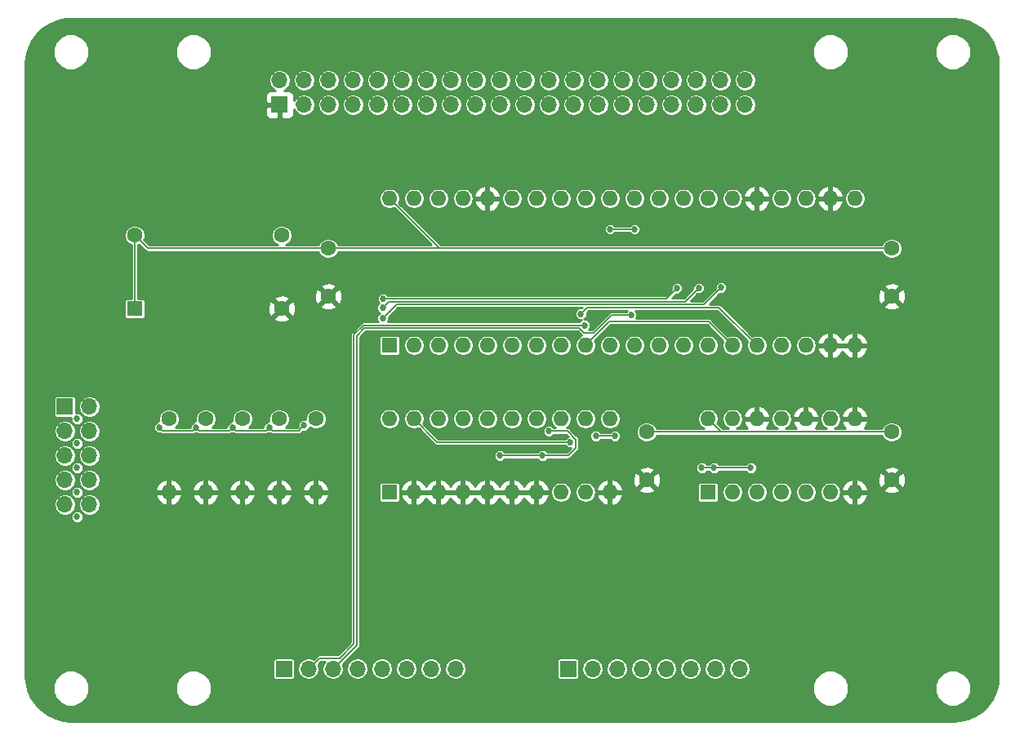
<source format=gtl>
%TF.GenerationSoftware,KiCad,Pcbnew,(5.0.0)*%
%TF.CreationDate,2018-10-23T17:27:05+02:00*%
%TF.ProjectId,S80 Serial,5338302053657269616C2E6B69636164,1.0*%
%TF.SameCoordinates,Original*%
%TF.FileFunction,Copper,L1,Top,Signal*%
%TF.FilePolarity,Positive*%
%FSLAX46Y46*%
G04 Gerber Fmt 4.6, Leading zero omitted, Abs format (unit mm)*
G04 Created by KiCad (PCBNEW (5.0.0)) date 10/23/18 17:27:05*
%MOMM*%
%LPD*%
G01*
G04 APERTURE LIST*
%ADD10C,1.600000*%
%ADD11O,1.600000X1.600000*%
%ADD12R,1.600000X1.600000*%
%ADD13R,1.700000X1.700000*%
%ADD14O,1.700000X1.700000*%
%ADD15C,0.685800*%
%ADD16C,0.152400*%
%ADD17C,0.254000*%
G04 APERTURE END LIST*
D10*
X114300000Y-109220000D03*
D11*
X114300000Y-116840000D03*
D12*
X137160000Y-101600000D03*
D11*
X185420000Y-86360000D03*
X139700000Y-101600000D03*
X182880000Y-86360000D03*
X142240000Y-101600000D03*
X180340000Y-86360000D03*
X144780000Y-101600000D03*
X177800000Y-86360000D03*
X147320000Y-101600000D03*
X175260000Y-86360000D03*
X149860000Y-101600000D03*
X172720000Y-86360000D03*
X152400000Y-101600000D03*
X170180000Y-86360000D03*
X154940000Y-101600000D03*
X167640000Y-86360000D03*
X157480000Y-101600000D03*
X165100000Y-86360000D03*
X160020000Y-101600000D03*
X162560000Y-86360000D03*
X162560000Y-101600000D03*
X160020000Y-86360000D03*
X165100000Y-101600000D03*
X157480000Y-86360000D03*
X167640000Y-101600000D03*
X154940000Y-86360000D03*
X170180000Y-101600000D03*
X152400000Y-86360000D03*
X172720000Y-101600000D03*
X149860000Y-86360000D03*
X175260000Y-101600000D03*
X147320000Y-86360000D03*
X177800000Y-101600000D03*
X144780000Y-86360000D03*
X180340000Y-101600000D03*
X142240000Y-86360000D03*
X182880000Y-101600000D03*
X139700000Y-86360000D03*
X185420000Y-101600000D03*
X137160000Y-86360000D03*
D13*
X125755400Y-76631800D03*
D14*
X125755400Y-74091800D03*
X128295400Y-76631800D03*
X128295400Y-74091800D03*
X130835400Y-76631800D03*
X130835400Y-74091800D03*
X133375400Y-76631800D03*
X133375400Y-74091800D03*
X135915400Y-76631800D03*
X135915400Y-74091800D03*
X138455400Y-76631800D03*
X138455400Y-74091800D03*
X140995400Y-76631800D03*
X140995400Y-74091800D03*
X143535400Y-76631800D03*
X143535400Y-74091800D03*
X146075400Y-76631800D03*
X146075400Y-74091800D03*
X148615400Y-76631800D03*
X148615400Y-74091800D03*
X151155400Y-76631800D03*
X151155400Y-74091800D03*
X153695400Y-76631800D03*
X153695400Y-74091800D03*
X156235400Y-76631800D03*
X156235400Y-74091800D03*
X158775400Y-76631800D03*
X158775400Y-74091800D03*
X161315400Y-76631800D03*
X161315400Y-74091800D03*
X163855400Y-76631800D03*
X163855400Y-74091800D03*
X166395400Y-76631800D03*
X166395400Y-74091800D03*
X168935400Y-76631800D03*
X168935400Y-74091800D03*
X171475400Y-76631800D03*
X171475400Y-74091800D03*
X174015400Y-76631800D03*
X174015400Y-74091800D03*
X144018000Y-135153400D03*
X141478000Y-135153400D03*
X138938000Y-135153400D03*
X136398000Y-135153400D03*
X133858000Y-135153400D03*
X131318000Y-135153400D03*
X128778000Y-135153400D03*
D13*
X126238000Y-135153400D03*
D14*
X173456600Y-135153400D03*
X170916600Y-135153400D03*
X168376600Y-135153400D03*
X165836600Y-135153400D03*
X163296600Y-135153400D03*
X160756600Y-135153400D03*
X158216600Y-135153400D03*
D13*
X155676600Y-135153400D03*
D10*
X189230000Y-96520000D03*
X189230000Y-91520000D03*
X163830000Y-110570000D03*
X163830000Y-115570000D03*
X189230000Y-115570000D03*
X189230000Y-110570000D03*
X130810000Y-96520000D03*
X130810000Y-91520000D03*
D11*
X170180000Y-109220000D03*
X185420000Y-116840000D03*
X172720000Y-109220000D03*
X182880000Y-116840000D03*
X175260000Y-109220000D03*
X180340000Y-116840000D03*
X177800000Y-109220000D03*
X177800000Y-116840000D03*
X180340000Y-109220000D03*
X175260000Y-116840000D03*
X182880000Y-109220000D03*
X172720000Y-116840000D03*
X185420000Y-109220000D03*
D12*
X170180000Y-116840000D03*
X137160000Y-116840000D03*
D11*
X160020000Y-109220000D03*
X139700000Y-116840000D03*
X157480000Y-109220000D03*
X142240000Y-116840000D03*
X154940000Y-109220000D03*
X144780000Y-116840000D03*
X152400000Y-109220000D03*
X147320000Y-116840000D03*
X149860000Y-109220000D03*
X149860000Y-116840000D03*
X147320000Y-109220000D03*
X152400000Y-116840000D03*
X144780000Y-109220000D03*
X154940000Y-116840000D03*
X142240000Y-109220000D03*
X157480000Y-116840000D03*
X139700000Y-109220000D03*
X160020000Y-116840000D03*
X137160000Y-109220000D03*
D12*
X110744000Y-97790000D03*
D10*
X110744000Y-90170000D03*
X125984000Y-90170000D03*
X125984000Y-97790000D03*
D11*
X129540000Y-116840000D03*
D10*
X129540000Y-109220000D03*
X125730000Y-109220000D03*
D11*
X125730000Y-116840000D03*
D10*
X121920000Y-109220000D03*
D11*
X121920000Y-116840000D03*
X118110000Y-116840000D03*
D10*
X118110000Y-109220000D03*
D13*
X103505000Y-107950000D03*
D14*
X106045000Y-107950000D03*
X103505000Y-110490000D03*
X106045000Y-110490000D03*
X103505000Y-113030000D03*
X106045000Y-113030000D03*
X103505000Y-115570000D03*
X106045000Y-115570000D03*
X103505000Y-118110000D03*
X106045000Y-118110000D03*
D15*
X154940000Y-98277680D03*
X154940000Y-95968820D03*
X160070800Y-99971860D03*
X158490920Y-98389440D03*
X128300000Y-109900000D03*
X124700000Y-110100000D03*
X120900000Y-110100000D03*
X117100000Y-110100000D03*
X113300000Y-110100000D03*
X104775000Y-119380000D03*
X174625000Y-114300000D03*
X170815000Y-114300000D03*
X169545000Y-114300000D03*
X160020000Y-89535000D03*
X162560000Y-89535000D03*
X104775000Y-116840000D03*
X104775000Y-114300000D03*
X104775000Y-111760000D03*
X104775000Y-109220000D03*
X148590000Y-113030000D03*
X153035000Y-113030000D03*
X153670000Y-110490000D03*
X166982140Y-95661480D03*
X136499600Y-96735900D03*
X136461500Y-97701100D03*
X169245280Y-95646240D03*
X136461500Y-98780600D03*
X171541440Y-95585280D03*
X157378400Y-99507040D03*
X162242500Y-98432620D03*
X157007560Y-98325940D03*
X158562040Y-110992920D03*
X160550860Y-110992920D03*
X155905200Y-111633000D03*
D16*
X189230000Y-91520000D02*
X142320000Y-91520000D01*
X142320000Y-91520000D02*
X137160000Y-86360000D01*
X130810000Y-91520000D02*
X112094000Y-91520000D01*
X112094000Y-91520000D02*
X110744000Y-90170000D01*
X110744000Y-90170000D02*
X110744000Y-97790000D01*
X189230000Y-110570000D02*
X171530000Y-110570000D01*
X171530000Y-110570000D02*
X170180000Y-109220000D01*
X174625000Y-114300000D02*
X170815000Y-114300000D01*
X170815000Y-114300000D02*
X169545000Y-114300000D01*
X130810000Y-91520000D02*
X142320000Y-91520000D01*
X137160000Y-109220000D02*
X137165080Y-109220000D01*
X163830000Y-110570000D02*
X171530000Y-110570000D01*
X160020000Y-89535000D02*
X162560000Y-89535000D01*
X148590000Y-113030000D02*
X153035000Y-113030000D01*
X155608022Y-110490000D02*
X153670000Y-110490000D01*
X156476701Y-111358679D02*
X155608022Y-110490000D01*
X156476701Y-112232437D02*
X156476701Y-111358679D01*
X153035000Y-113030000D02*
X155679138Y-113030000D01*
X155679138Y-113030000D02*
X156476701Y-112232437D01*
X116757101Y-110442899D02*
X117100000Y-110100000D01*
X113642899Y-110442899D02*
X116757101Y-110442899D01*
X113300000Y-110100000D02*
X113642899Y-110442899D01*
X120557101Y-110442899D02*
X120900000Y-110100000D01*
X117442899Y-110442899D02*
X120557101Y-110442899D01*
X117100000Y-110100000D02*
X117442899Y-110442899D01*
X124357101Y-110442899D02*
X124700000Y-110100000D01*
X121242899Y-110442899D02*
X124357101Y-110442899D01*
X120900000Y-110100000D02*
X121242899Y-110442899D01*
X127957101Y-110242899D02*
X128300000Y-109900000D01*
X127757101Y-110442899D02*
X127957101Y-110242899D01*
X125042899Y-110442899D02*
X127757101Y-110442899D01*
X124700000Y-110100000D02*
X125042899Y-110442899D01*
X166982140Y-95661480D02*
X165907720Y-96735900D01*
X165907720Y-96735900D02*
X136499600Y-96735900D01*
X136461500Y-97701100D02*
X137121898Y-97040702D01*
X137121898Y-97040702D02*
X167850818Y-97040702D01*
X167850818Y-97040702D02*
X169245280Y-95646240D01*
X136461500Y-98780600D02*
X137896596Y-97345504D01*
X137896596Y-97345504D02*
X169781216Y-97345504D01*
X169781216Y-97345504D02*
X171541440Y-95585280D01*
X134447280Y-99507040D02*
X133466840Y-100487480D01*
X128778000Y-135153400D02*
X129877820Y-134053580D01*
X131986764Y-134053580D02*
X129877820Y-134053580D01*
X133466840Y-132573504D02*
X131986764Y-134053580D01*
X133466840Y-100487480D02*
X133466840Y-132573504D01*
X134688580Y-99507040D02*
X157378400Y-99507040D01*
X134688580Y-99507040D02*
X134447280Y-99507040D01*
X134573534Y-99811842D02*
X133771642Y-100613734D01*
X131318000Y-135153400D02*
X133771642Y-132699758D01*
X133771642Y-100613734D02*
X133771642Y-132699758D01*
X134573534Y-99811842D02*
X134818120Y-99811842D01*
X160203624Y-98432620D02*
X162242500Y-98432620D01*
X157340300Y-100317300D02*
X158318944Y-100317300D01*
X156834842Y-99811842D02*
X157340300Y-100317300D01*
X156375102Y-99811842D02*
X156834842Y-99811842D01*
X134818120Y-99811842D02*
X156375102Y-99811842D01*
X158318944Y-100317300D02*
X160203624Y-98432620D01*
X134814834Y-99811842D02*
X134818120Y-99811842D01*
X157480000Y-101600000D02*
X157480000Y-101587300D01*
X170256200Y-99136200D02*
X172720000Y-101600000D01*
X159931100Y-99136200D02*
X170256200Y-99136200D01*
X157480000Y-101587300D02*
X159931100Y-99136200D01*
X171310306Y-97650306D02*
X175260000Y-101600000D01*
X157683194Y-97650306D02*
X171310306Y-97650306D01*
X157007560Y-98325940D02*
X157683194Y-97650306D01*
X160550860Y-110992920D02*
X158562040Y-110992920D01*
X142113000Y-111633000D02*
X139700000Y-109220000D01*
X155905200Y-111633000D02*
X142113000Y-111633000D01*
D17*
G36*
X196412138Y-67765174D02*
X197217971Y-67985625D01*
X197972032Y-68345295D01*
X198650486Y-68832812D01*
X199231877Y-69432762D01*
X199697847Y-70126197D01*
X200033651Y-70891180D01*
X200229382Y-71706460D01*
X200280601Y-72403924D01*
X200280600Y-135873103D01*
X200204826Y-136722138D01*
X199984376Y-137527970D01*
X199624705Y-138282032D01*
X199137188Y-138960486D01*
X198537235Y-139541880D01*
X197843801Y-140007848D01*
X197078820Y-140343651D01*
X196263540Y-140539382D01*
X195566089Y-140590600D01*
X104156897Y-140590600D01*
X103307862Y-140514826D01*
X102502030Y-140294376D01*
X101747968Y-139934705D01*
X101069514Y-139447188D01*
X100488120Y-138847235D01*
X100022152Y-138153801D01*
X99686349Y-137388820D01*
X99541665Y-136786164D01*
X102260600Y-136786164D01*
X102260600Y-137533836D01*
X102546721Y-138224595D01*
X103075405Y-138753279D01*
X103766164Y-139039400D01*
X104513836Y-139039400D01*
X105204595Y-138753279D01*
X105733279Y-138224595D01*
X106019400Y-137533836D01*
X106019400Y-136786164D01*
X114960600Y-136786164D01*
X114960600Y-137533836D01*
X115246721Y-138224595D01*
X115775405Y-138753279D01*
X116466164Y-139039400D01*
X117213836Y-139039400D01*
X117904595Y-138753279D01*
X118433279Y-138224595D01*
X118719400Y-137533836D01*
X118719400Y-136786164D01*
X181000600Y-136786164D01*
X181000600Y-137533836D01*
X181286721Y-138224595D01*
X181815405Y-138753279D01*
X182506164Y-139039400D01*
X183253836Y-139039400D01*
X183944595Y-138753279D01*
X184473279Y-138224595D01*
X184759400Y-137533836D01*
X184759400Y-136786164D01*
X193700600Y-136786164D01*
X193700600Y-137533836D01*
X193986721Y-138224595D01*
X194515405Y-138753279D01*
X195206164Y-139039400D01*
X195953836Y-139039400D01*
X196644595Y-138753279D01*
X197173279Y-138224595D01*
X197459400Y-137533836D01*
X197459400Y-136786164D01*
X197173279Y-136095405D01*
X196644595Y-135566721D01*
X195953836Y-135280600D01*
X195206164Y-135280600D01*
X194515405Y-135566721D01*
X193986721Y-136095405D01*
X193700600Y-136786164D01*
X184759400Y-136786164D01*
X184473279Y-136095405D01*
X183944595Y-135566721D01*
X183253836Y-135280600D01*
X182506164Y-135280600D01*
X181815405Y-135566721D01*
X181286721Y-136095405D01*
X181000600Y-136786164D01*
X118719400Y-136786164D01*
X118433279Y-136095405D01*
X117904595Y-135566721D01*
X117213836Y-135280600D01*
X116466164Y-135280600D01*
X115775405Y-135566721D01*
X115246721Y-136095405D01*
X114960600Y-136786164D01*
X106019400Y-136786164D01*
X105733279Y-136095405D01*
X105204595Y-135566721D01*
X104513836Y-135280600D01*
X103766164Y-135280600D01*
X103075405Y-135566721D01*
X102546721Y-136095405D01*
X102260600Y-136786164D01*
X99541665Y-136786164D01*
X99490618Y-136573540D01*
X99439400Y-135876089D01*
X99439400Y-134303400D01*
X125103127Y-134303400D01*
X125103127Y-136003400D01*
X125124812Y-136112416D01*
X125186564Y-136204836D01*
X125278984Y-136266588D01*
X125388000Y-136288273D01*
X127088000Y-136288273D01*
X127197016Y-136266588D01*
X127289436Y-136204836D01*
X127351188Y-136112416D01*
X127372873Y-136003400D01*
X127372873Y-135153400D01*
X127626474Y-135153400D01*
X127714129Y-135594070D01*
X127963748Y-135967652D01*
X128337330Y-136217271D01*
X128666765Y-136282800D01*
X128889235Y-136282800D01*
X129218670Y-136217271D01*
X129592252Y-135967652D01*
X129841871Y-135594070D01*
X129929526Y-135153400D01*
X129841871Y-134712730D01*
X129793683Y-134640611D01*
X130025114Y-134409180D01*
X130456954Y-134409180D01*
X130254129Y-134712730D01*
X130166474Y-135153400D01*
X130254129Y-135594070D01*
X130503748Y-135967652D01*
X130877330Y-136217271D01*
X131206765Y-136282800D01*
X131429235Y-136282800D01*
X131758670Y-136217271D01*
X132132252Y-135967652D01*
X132381871Y-135594070D01*
X132469526Y-135153400D01*
X132706474Y-135153400D01*
X132794129Y-135594070D01*
X133043748Y-135967652D01*
X133417330Y-136217271D01*
X133746765Y-136282800D01*
X133969235Y-136282800D01*
X134298670Y-136217271D01*
X134672252Y-135967652D01*
X134921871Y-135594070D01*
X135009526Y-135153400D01*
X135246474Y-135153400D01*
X135334129Y-135594070D01*
X135583748Y-135967652D01*
X135957330Y-136217271D01*
X136286765Y-136282800D01*
X136509235Y-136282800D01*
X136838670Y-136217271D01*
X137212252Y-135967652D01*
X137461871Y-135594070D01*
X137549526Y-135153400D01*
X137786474Y-135153400D01*
X137874129Y-135594070D01*
X138123748Y-135967652D01*
X138497330Y-136217271D01*
X138826765Y-136282800D01*
X139049235Y-136282800D01*
X139378670Y-136217271D01*
X139752252Y-135967652D01*
X140001871Y-135594070D01*
X140089526Y-135153400D01*
X140326474Y-135153400D01*
X140414129Y-135594070D01*
X140663748Y-135967652D01*
X141037330Y-136217271D01*
X141366765Y-136282800D01*
X141589235Y-136282800D01*
X141918670Y-136217271D01*
X142292252Y-135967652D01*
X142541871Y-135594070D01*
X142629526Y-135153400D01*
X142866474Y-135153400D01*
X142954129Y-135594070D01*
X143203748Y-135967652D01*
X143577330Y-136217271D01*
X143906765Y-136282800D01*
X144129235Y-136282800D01*
X144458670Y-136217271D01*
X144832252Y-135967652D01*
X145081871Y-135594070D01*
X145169526Y-135153400D01*
X145081871Y-134712730D01*
X144832252Y-134339148D01*
X144778752Y-134303400D01*
X154541727Y-134303400D01*
X154541727Y-136003400D01*
X154563412Y-136112416D01*
X154625164Y-136204836D01*
X154717584Y-136266588D01*
X154826600Y-136288273D01*
X156526600Y-136288273D01*
X156635616Y-136266588D01*
X156728036Y-136204836D01*
X156789788Y-136112416D01*
X156811473Y-136003400D01*
X156811473Y-135153400D01*
X157065074Y-135153400D01*
X157152729Y-135594070D01*
X157402348Y-135967652D01*
X157775930Y-136217271D01*
X158105365Y-136282800D01*
X158327835Y-136282800D01*
X158657270Y-136217271D01*
X159030852Y-135967652D01*
X159280471Y-135594070D01*
X159368126Y-135153400D01*
X159605074Y-135153400D01*
X159692729Y-135594070D01*
X159942348Y-135967652D01*
X160315930Y-136217271D01*
X160645365Y-136282800D01*
X160867835Y-136282800D01*
X161197270Y-136217271D01*
X161570852Y-135967652D01*
X161820471Y-135594070D01*
X161908126Y-135153400D01*
X162145074Y-135153400D01*
X162232729Y-135594070D01*
X162482348Y-135967652D01*
X162855930Y-136217271D01*
X163185365Y-136282800D01*
X163407835Y-136282800D01*
X163737270Y-136217271D01*
X164110852Y-135967652D01*
X164360471Y-135594070D01*
X164448126Y-135153400D01*
X164685074Y-135153400D01*
X164772729Y-135594070D01*
X165022348Y-135967652D01*
X165395930Y-136217271D01*
X165725365Y-136282800D01*
X165947835Y-136282800D01*
X166277270Y-136217271D01*
X166650852Y-135967652D01*
X166900471Y-135594070D01*
X166988126Y-135153400D01*
X167225074Y-135153400D01*
X167312729Y-135594070D01*
X167562348Y-135967652D01*
X167935930Y-136217271D01*
X168265365Y-136282800D01*
X168487835Y-136282800D01*
X168817270Y-136217271D01*
X169190852Y-135967652D01*
X169440471Y-135594070D01*
X169528126Y-135153400D01*
X169765074Y-135153400D01*
X169852729Y-135594070D01*
X170102348Y-135967652D01*
X170475930Y-136217271D01*
X170805365Y-136282800D01*
X171027835Y-136282800D01*
X171357270Y-136217271D01*
X171730852Y-135967652D01*
X171980471Y-135594070D01*
X172068126Y-135153400D01*
X172305074Y-135153400D01*
X172392729Y-135594070D01*
X172642348Y-135967652D01*
X173015930Y-136217271D01*
X173345365Y-136282800D01*
X173567835Y-136282800D01*
X173897270Y-136217271D01*
X174270852Y-135967652D01*
X174520471Y-135594070D01*
X174608126Y-135153400D01*
X174520471Y-134712730D01*
X174270852Y-134339148D01*
X173897270Y-134089529D01*
X173567835Y-134024000D01*
X173345365Y-134024000D01*
X173015930Y-134089529D01*
X172642348Y-134339148D01*
X172392729Y-134712730D01*
X172305074Y-135153400D01*
X172068126Y-135153400D01*
X171980471Y-134712730D01*
X171730852Y-134339148D01*
X171357270Y-134089529D01*
X171027835Y-134024000D01*
X170805365Y-134024000D01*
X170475930Y-134089529D01*
X170102348Y-134339148D01*
X169852729Y-134712730D01*
X169765074Y-135153400D01*
X169528126Y-135153400D01*
X169440471Y-134712730D01*
X169190852Y-134339148D01*
X168817270Y-134089529D01*
X168487835Y-134024000D01*
X168265365Y-134024000D01*
X167935930Y-134089529D01*
X167562348Y-134339148D01*
X167312729Y-134712730D01*
X167225074Y-135153400D01*
X166988126Y-135153400D01*
X166900471Y-134712730D01*
X166650852Y-134339148D01*
X166277270Y-134089529D01*
X165947835Y-134024000D01*
X165725365Y-134024000D01*
X165395930Y-134089529D01*
X165022348Y-134339148D01*
X164772729Y-134712730D01*
X164685074Y-135153400D01*
X164448126Y-135153400D01*
X164360471Y-134712730D01*
X164110852Y-134339148D01*
X163737270Y-134089529D01*
X163407835Y-134024000D01*
X163185365Y-134024000D01*
X162855930Y-134089529D01*
X162482348Y-134339148D01*
X162232729Y-134712730D01*
X162145074Y-135153400D01*
X161908126Y-135153400D01*
X161820471Y-134712730D01*
X161570852Y-134339148D01*
X161197270Y-134089529D01*
X160867835Y-134024000D01*
X160645365Y-134024000D01*
X160315930Y-134089529D01*
X159942348Y-134339148D01*
X159692729Y-134712730D01*
X159605074Y-135153400D01*
X159368126Y-135153400D01*
X159280471Y-134712730D01*
X159030852Y-134339148D01*
X158657270Y-134089529D01*
X158327835Y-134024000D01*
X158105365Y-134024000D01*
X157775930Y-134089529D01*
X157402348Y-134339148D01*
X157152729Y-134712730D01*
X157065074Y-135153400D01*
X156811473Y-135153400D01*
X156811473Y-134303400D01*
X156789788Y-134194384D01*
X156728036Y-134101964D01*
X156635616Y-134040212D01*
X156526600Y-134018527D01*
X154826600Y-134018527D01*
X154717584Y-134040212D01*
X154625164Y-134101964D01*
X154563412Y-134194384D01*
X154541727Y-134303400D01*
X144778752Y-134303400D01*
X144458670Y-134089529D01*
X144129235Y-134024000D01*
X143906765Y-134024000D01*
X143577330Y-134089529D01*
X143203748Y-134339148D01*
X142954129Y-134712730D01*
X142866474Y-135153400D01*
X142629526Y-135153400D01*
X142541871Y-134712730D01*
X142292252Y-134339148D01*
X141918670Y-134089529D01*
X141589235Y-134024000D01*
X141366765Y-134024000D01*
X141037330Y-134089529D01*
X140663748Y-134339148D01*
X140414129Y-134712730D01*
X140326474Y-135153400D01*
X140089526Y-135153400D01*
X140001871Y-134712730D01*
X139752252Y-134339148D01*
X139378670Y-134089529D01*
X139049235Y-134024000D01*
X138826765Y-134024000D01*
X138497330Y-134089529D01*
X138123748Y-134339148D01*
X137874129Y-134712730D01*
X137786474Y-135153400D01*
X137549526Y-135153400D01*
X137461871Y-134712730D01*
X137212252Y-134339148D01*
X136838670Y-134089529D01*
X136509235Y-134024000D01*
X136286765Y-134024000D01*
X135957330Y-134089529D01*
X135583748Y-134339148D01*
X135334129Y-134712730D01*
X135246474Y-135153400D01*
X135009526Y-135153400D01*
X134921871Y-134712730D01*
X134672252Y-134339148D01*
X134298670Y-134089529D01*
X133969235Y-134024000D01*
X133746765Y-134024000D01*
X133417330Y-134089529D01*
X133043748Y-134339148D01*
X132794129Y-134712730D01*
X132706474Y-135153400D01*
X132469526Y-135153400D01*
X132381871Y-134712730D01*
X132333683Y-134640611D01*
X133998328Y-132975967D01*
X134028015Y-132956131D01*
X134106609Y-132838506D01*
X134127242Y-132734778D01*
X134134208Y-132699758D01*
X134127242Y-132664738D01*
X134127242Y-116040000D01*
X136075127Y-116040000D01*
X136075127Y-117640000D01*
X136096812Y-117749016D01*
X136158564Y-117841436D01*
X136250984Y-117903188D01*
X136360000Y-117924873D01*
X137960000Y-117924873D01*
X138069016Y-117903188D01*
X138161436Y-117841436D01*
X138223188Y-117749016D01*
X138244873Y-117640000D01*
X138244873Y-117189041D01*
X138308086Y-117189041D01*
X138547611Y-117695134D01*
X138962577Y-118071041D01*
X139350961Y-118231904D01*
X139573000Y-118109915D01*
X139573000Y-116967000D01*
X139827000Y-116967000D01*
X139827000Y-118109915D01*
X140049039Y-118231904D01*
X140437423Y-118071041D01*
X140852389Y-117695134D01*
X140970000Y-117446633D01*
X141087611Y-117695134D01*
X141502577Y-118071041D01*
X141890961Y-118231904D01*
X142113000Y-118109915D01*
X142113000Y-116967000D01*
X142367000Y-116967000D01*
X142367000Y-118109915D01*
X142589039Y-118231904D01*
X142977423Y-118071041D01*
X143392389Y-117695134D01*
X143510000Y-117446633D01*
X143627611Y-117695134D01*
X144042577Y-118071041D01*
X144430961Y-118231904D01*
X144653000Y-118109915D01*
X144653000Y-116967000D01*
X144907000Y-116967000D01*
X144907000Y-118109915D01*
X145129039Y-118231904D01*
X145517423Y-118071041D01*
X145932389Y-117695134D01*
X146050000Y-117446633D01*
X146167611Y-117695134D01*
X146582577Y-118071041D01*
X146970961Y-118231904D01*
X147193000Y-118109915D01*
X147193000Y-116967000D01*
X147447000Y-116967000D01*
X147447000Y-118109915D01*
X147669039Y-118231904D01*
X148057423Y-118071041D01*
X148472389Y-117695134D01*
X148590000Y-117446633D01*
X148707611Y-117695134D01*
X149122577Y-118071041D01*
X149510961Y-118231904D01*
X149733000Y-118109915D01*
X149733000Y-116967000D01*
X149987000Y-116967000D01*
X149987000Y-118109915D01*
X150209039Y-118231904D01*
X150597423Y-118071041D01*
X151012389Y-117695134D01*
X151130000Y-117446633D01*
X151247611Y-117695134D01*
X151662577Y-118071041D01*
X152050961Y-118231904D01*
X152273000Y-118109915D01*
X152273000Y-116967000D01*
X152527000Y-116967000D01*
X152527000Y-118109915D01*
X152749039Y-118231904D01*
X153137423Y-118071041D01*
X153552389Y-117695134D01*
X153791914Y-117189041D01*
X153670629Y-116967000D01*
X152527000Y-116967000D01*
X152273000Y-116967000D01*
X149987000Y-116967000D01*
X149733000Y-116967000D01*
X147447000Y-116967000D01*
X147193000Y-116967000D01*
X144907000Y-116967000D01*
X144653000Y-116967000D01*
X142367000Y-116967000D01*
X142113000Y-116967000D01*
X139827000Y-116967000D01*
X139573000Y-116967000D01*
X138429371Y-116967000D01*
X138308086Y-117189041D01*
X138244873Y-117189041D01*
X138244873Y-116840000D01*
X153839454Y-116840000D01*
X153923228Y-117261161D01*
X154161796Y-117618204D01*
X154518839Y-117856772D01*
X154833692Y-117919400D01*
X155046308Y-117919400D01*
X155361161Y-117856772D01*
X155718204Y-117618204D01*
X155956772Y-117261161D01*
X156040546Y-116840000D01*
X156379454Y-116840000D01*
X156463228Y-117261161D01*
X156701796Y-117618204D01*
X157058839Y-117856772D01*
X157373692Y-117919400D01*
X157586308Y-117919400D01*
X157901161Y-117856772D01*
X158258204Y-117618204D01*
X158496772Y-117261161D01*
X158511117Y-117189041D01*
X158628086Y-117189041D01*
X158867611Y-117695134D01*
X159282577Y-118071041D01*
X159670961Y-118231904D01*
X159893000Y-118109915D01*
X159893000Y-116967000D01*
X160147000Y-116967000D01*
X160147000Y-118109915D01*
X160369039Y-118231904D01*
X160757423Y-118071041D01*
X161172389Y-117695134D01*
X161411914Y-117189041D01*
X161290629Y-116967000D01*
X160147000Y-116967000D01*
X159893000Y-116967000D01*
X158749371Y-116967000D01*
X158628086Y-117189041D01*
X158511117Y-117189041D01*
X158580546Y-116840000D01*
X158511118Y-116490959D01*
X158628086Y-116490959D01*
X158749371Y-116713000D01*
X159893000Y-116713000D01*
X159893000Y-115570085D01*
X160147000Y-115570085D01*
X160147000Y-116713000D01*
X161290629Y-116713000D01*
X161364509Y-116577745D01*
X163001861Y-116577745D01*
X163075995Y-116823864D01*
X163613223Y-117016965D01*
X164183454Y-116989778D01*
X164584005Y-116823864D01*
X164658139Y-116577745D01*
X163830000Y-115749605D01*
X163001861Y-116577745D01*
X161364509Y-116577745D01*
X161411914Y-116490959D01*
X161172389Y-115984866D01*
X160757423Y-115608959D01*
X160369039Y-115448096D01*
X160147000Y-115570085D01*
X159893000Y-115570085D01*
X159670961Y-115448096D01*
X159282577Y-115608959D01*
X158867611Y-115984866D01*
X158628086Y-116490959D01*
X158511118Y-116490959D01*
X158496772Y-116418839D01*
X158258204Y-116061796D01*
X157901161Y-115823228D01*
X157586308Y-115760600D01*
X157373692Y-115760600D01*
X157058839Y-115823228D01*
X156701796Y-116061796D01*
X156463228Y-116418839D01*
X156379454Y-116840000D01*
X156040546Y-116840000D01*
X155956772Y-116418839D01*
X155718204Y-116061796D01*
X155361161Y-115823228D01*
X155046308Y-115760600D01*
X154833692Y-115760600D01*
X154518839Y-115823228D01*
X154161796Y-116061796D01*
X153923228Y-116418839D01*
X153839454Y-116840000D01*
X138244873Y-116840000D01*
X138244873Y-116490959D01*
X138308086Y-116490959D01*
X138429371Y-116713000D01*
X139573000Y-116713000D01*
X139573000Y-115570085D01*
X139827000Y-115570085D01*
X139827000Y-116713000D01*
X142113000Y-116713000D01*
X142113000Y-115570085D01*
X142367000Y-115570085D01*
X142367000Y-116713000D01*
X144653000Y-116713000D01*
X144653000Y-115570085D01*
X144907000Y-115570085D01*
X144907000Y-116713000D01*
X147193000Y-116713000D01*
X147193000Y-115570085D01*
X147447000Y-115570085D01*
X147447000Y-116713000D01*
X149733000Y-116713000D01*
X149733000Y-115570085D01*
X149987000Y-115570085D01*
X149987000Y-116713000D01*
X152273000Y-116713000D01*
X152273000Y-115570085D01*
X152527000Y-115570085D01*
X152527000Y-116713000D01*
X153670629Y-116713000D01*
X153791914Y-116490959D01*
X153552389Y-115984866D01*
X153137423Y-115608959D01*
X152749039Y-115448096D01*
X152527000Y-115570085D01*
X152273000Y-115570085D01*
X152050961Y-115448096D01*
X151662577Y-115608959D01*
X151247611Y-115984866D01*
X151130000Y-116233367D01*
X151012389Y-115984866D01*
X150597423Y-115608959D01*
X150209039Y-115448096D01*
X149987000Y-115570085D01*
X149733000Y-115570085D01*
X149510961Y-115448096D01*
X149122577Y-115608959D01*
X148707611Y-115984866D01*
X148590000Y-116233367D01*
X148472389Y-115984866D01*
X148057423Y-115608959D01*
X147669039Y-115448096D01*
X147447000Y-115570085D01*
X147193000Y-115570085D01*
X146970961Y-115448096D01*
X146582577Y-115608959D01*
X146167611Y-115984866D01*
X146050000Y-116233367D01*
X145932389Y-115984866D01*
X145517423Y-115608959D01*
X145129039Y-115448096D01*
X144907000Y-115570085D01*
X144653000Y-115570085D01*
X144430961Y-115448096D01*
X144042577Y-115608959D01*
X143627611Y-115984866D01*
X143510000Y-116233367D01*
X143392389Y-115984866D01*
X142977423Y-115608959D01*
X142589039Y-115448096D01*
X142367000Y-115570085D01*
X142113000Y-115570085D01*
X141890961Y-115448096D01*
X141502577Y-115608959D01*
X141087611Y-115984866D01*
X140970000Y-116233367D01*
X140852389Y-115984866D01*
X140437423Y-115608959D01*
X140049039Y-115448096D01*
X139827000Y-115570085D01*
X139573000Y-115570085D01*
X139350961Y-115448096D01*
X138962577Y-115608959D01*
X138547611Y-115984866D01*
X138308086Y-116490959D01*
X138244873Y-116490959D01*
X138244873Y-116040000D01*
X138223188Y-115930984D01*
X138161436Y-115838564D01*
X138069016Y-115776812D01*
X137960000Y-115755127D01*
X136360000Y-115755127D01*
X136250984Y-115776812D01*
X136158564Y-115838564D01*
X136096812Y-115930984D01*
X136075127Y-116040000D01*
X134127242Y-116040000D01*
X134127242Y-115353223D01*
X162383035Y-115353223D01*
X162410222Y-115923454D01*
X162576136Y-116324005D01*
X162822255Y-116398139D01*
X163650395Y-115570000D01*
X164009605Y-115570000D01*
X164837745Y-116398139D01*
X165083864Y-116324005D01*
X165185946Y-116040000D01*
X169095127Y-116040000D01*
X169095127Y-117640000D01*
X169116812Y-117749016D01*
X169178564Y-117841436D01*
X169270984Y-117903188D01*
X169380000Y-117924873D01*
X170980000Y-117924873D01*
X171089016Y-117903188D01*
X171181436Y-117841436D01*
X171243188Y-117749016D01*
X171264873Y-117640000D01*
X171264873Y-116840000D01*
X171619454Y-116840000D01*
X171703228Y-117261161D01*
X171941796Y-117618204D01*
X172298839Y-117856772D01*
X172613692Y-117919400D01*
X172826308Y-117919400D01*
X173141161Y-117856772D01*
X173498204Y-117618204D01*
X173736772Y-117261161D01*
X173820546Y-116840000D01*
X174159454Y-116840000D01*
X174243228Y-117261161D01*
X174481796Y-117618204D01*
X174838839Y-117856772D01*
X175153692Y-117919400D01*
X175366308Y-117919400D01*
X175681161Y-117856772D01*
X176038204Y-117618204D01*
X176276772Y-117261161D01*
X176360546Y-116840000D01*
X176699454Y-116840000D01*
X176783228Y-117261161D01*
X177021796Y-117618204D01*
X177378839Y-117856772D01*
X177693692Y-117919400D01*
X177906308Y-117919400D01*
X178221161Y-117856772D01*
X178578204Y-117618204D01*
X178816772Y-117261161D01*
X178900546Y-116840000D01*
X179239454Y-116840000D01*
X179323228Y-117261161D01*
X179561796Y-117618204D01*
X179918839Y-117856772D01*
X180233692Y-117919400D01*
X180446308Y-117919400D01*
X180761161Y-117856772D01*
X181118204Y-117618204D01*
X181356772Y-117261161D01*
X181440546Y-116840000D01*
X181779454Y-116840000D01*
X181863228Y-117261161D01*
X182101796Y-117618204D01*
X182458839Y-117856772D01*
X182773692Y-117919400D01*
X182986308Y-117919400D01*
X183301161Y-117856772D01*
X183658204Y-117618204D01*
X183896772Y-117261161D01*
X183911117Y-117189041D01*
X184028086Y-117189041D01*
X184267611Y-117695134D01*
X184682577Y-118071041D01*
X185070961Y-118231904D01*
X185293000Y-118109915D01*
X185293000Y-116967000D01*
X185547000Y-116967000D01*
X185547000Y-118109915D01*
X185769039Y-118231904D01*
X186157423Y-118071041D01*
X186572389Y-117695134D01*
X186811914Y-117189041D01*
X186690629Y-116967000D01*
X185547000Y-116967000D01*
X185293000Y-116967000D01*
X184149371Y-116967000D01*
X184028086Y-117189041D01*
X183911117Y-117189041D01*
X183980546Y-116840000D01*
X183911118Y-116490959D01*
X184028086Y-116490959D01*
X184149371Y-116713000D01*
X185293000Y-116713000D01*
X185293000Y-115570085D01*
X185547000Y-115570085D01*
X185547000Y-116713000D01*
X186690629Y-116713000D01*
X186764509Y-116577745D01*
X188401861Y-116577745D01*
X188475995Y-116823864D01*
X189013223Y-117016965D01*
X189583454Y-116989778D01*
X189984005Y-116823864D01*
X190058139Y-116577745D01*
X189230000Y-115749605D01*
X188401861Y-116577745D01*
X186764509Y-116577745D01*
X186811914Y-116490959D01*
X186572389Y-115984866D01*
X186157423Y-115608959D01*
X185769039Y-115448096D01*
X185547000Y-115570085D01*
X185293000Y-115570085D01*
X185070961Y-115448096D01*
X184682577Y-115608959D01*
X184267611Y-115984866D01*
X184028086Y-116490959D01*
X183911118Y-116490959D01*
X183896772Y-116418839D01*
X183658204Y-116061796D01*
X183301161Y-115823228D01*
X182986308Y-115760600D01*
X182773692Y-115760600D01*
X182458839Y-115823228D01*
X182101796Y-116061796D01*
X181863228Y-116418839D01*
X181779454Y-116840000D01*
X181440546Y-116840000D01*
X181356772Y-116418839D01*
X181118204Y-116061796D01*
X180761161Y-115823228D01*
X180446308Y-115760600D01*
X180233692Y-115760600D01*
X179918839Y-115823228D01*
X179561796Y-116061796D01*
X179323228Y-116418839D01*
X179239454Y-116840000D01*
X178900546Y-116840000D01*
X178816772Y-116418839D01*
X178578204Y-116061796D01*
X178221161Y-115823228D01*
X177906308Y-115760600D01*
X177693692Y-115760600D01*
X177378839Y-115823228D01*
X177021796Y-116061796D01*
X176783228Y-116418839D01*
X176699454Y-116840000D01*
X176360546Y-116840000D01*
X176276772Y-116418839D01*
X176038204Y-116061796D01*
X175681161Y-115823228D01*
X175366308Y-115760600D01*
X175153692Y-115760600D01*
X174838839Y-115823228D01*
X174481796Y-116061796D01*
X174243228Y-116418839D01*
X174159454Y-116840000D01*
X173820546Y-116840000D01*
X173736772Y-116418839D01*
X173498204Y-116061796D01*
X173141161Y-115823228D01*
X172826308Y-115760600D01*
X172613692Y-115760600D01*
X172298839Y-115823228D01*
X171941796Y-116061796D01*
X171703228Y-116418839D01*
X171619454Y-116840000D01*
X171264873Y-116840000D01*
X171264873Y-116040000D01*
X171243188Y-115930984D01*
X171181436Y-115838564D01*
X171089016Y-115776812D01*
X170980000Y-115755127D01*
X169380000Y-115755127D01*
X169270984Y-115776812D01*
X169178564Y-115838564D01*
X169116812Y-115930984D01*
X169095127Y-116040000D01*
X165185946Y-116040000D01*
X165276965Y-115786777D01*
X165256295Y-115353223D01*
X187783035Y-115353223D01*
X187810222Y-115923454D01*
X187976136Y-116324005D01*
X188222255Y-116398139D01*
X189050395Y-115570000D01*
X189409605Y-115570000D01*
X190237745Y-116398139D01*
X190483864Y-116324005D01*
X190676965Y-115786777D01*
X190649778Y-115216546D01*
X190483864Y-114815995D01*
X190237745Y-114741861D01*
X189409605Y-115570000D01*
X189050395Y-115570000D01*
X188222255Y-114741861D01*
X187976136Y-114815995D01*
X187783035Y-115353223D01*
X165256295Y-115353223D01*
X165249778Y-115216546D01*
X165083864Y-114815995D01*
X164837745Y-114741861D01*
X164009605Y-115570000D01*
X163650395Y-115570000D01*
X162822255Y-114741861D01*
X162576136Y-114815995D01*
X162383035Y-115353223D01*
X134127242Y-115353223D01*
X134127242Y-114562255D01*
X163001861Y-114562255D01*
X163830000Y-115390395D01*
X164658139Y-114562255D01*
X164584005Y-114316136D01*
X164194736Y-114176217D01*
X168922700Y-114176217D01*
X168922700Y-114423783D01*
X169017439Y-114652505D01*
X169192495Y-114827561D01*
X169421217Y-114922300D01*
X169668783Y-114922300D01*
X169897505Y-114827561D01*
X170069466Y-114655600D01*
X170290534Y-114655600D01*
X170462495Y-114827561D01*
X170691217Y-114922300D01*
X170938783Y-114922300D01*
X171167505Y-114827561D01*
X171339466Y-114655600D01*
X174100534Y-114655600D01*
X174272495Y-114827561D01*
X174501217Y-114922300D01*
X174748783Y-114922300D01*
X174977505Y-114827561D01*
X175152561Y-114652505D01*
X175189943Y-114562255D01*
X188401861Y-114562255D01*
X189230000Y-115390395D01*
X190058139Y-114562255D01*
X189984005Y-114316136D01*
X189446777Y-114123035D01*
X188876546Y-114150222D01*
X188475995Y-114316136D01*
X188401861Y-114562255D01*
X175189943Y-114562255D01*
X175247300Y-114423783D01*
X175247300Y-114176217D01*
X175152561Y-113947495D01*
X174977505Y-113772439D01*
X174748783Y-113677700D01*
X174501217Y-113677700D01*
X174272495Y-113772439D01*
X174100534Y-113944400D01*
X171339466Y-113944400D01*
X171167505Y-113772439D01*
X170938783Y-113677700D01*
X170691217Y-113677700D01*
X170462495Y-113772439D01*
X170290534Y-113944400D01*
X170069466Y-113944400D01*
X169897505Y-113772439D01*
X169668783Y-113677700D01*
X169421217Y-113677700D01*
X169192495Y-113772439D01*
X169017439Y-113947495D01*
X168922700Y-114176217D01*
X164194736Y-114176217D01*
X164046777Y-114123035D01*
X163476546Y-114150222D01*
X163075995Y-114316136D01*
X163001861Y-114562255D01*
X134127242Y-114562255D01*
X134127242Y-109220000D01*
X136059454Y-109220000D01*
X136143228Y-109641161D01*
X136381796Y-109998204D01*
X136738839Y-110236772D01*
X137053692Y-110299400D01*
X137266308Y-110299400D01*
X137581161Y-110236772D01*
X137938204Y-109998204D01*
X138176772Y-109641161D01*
X138260546Y-109220000D01*
X138599454Y-109220000D01*
X138683228Y-109641161D01*
X138921796Y-109998204D01*
X139278839Y-110236772D01*
X139593692Y-110299400D01*
X139806308Y-110299400D01*
X140121161Y-110236772D01*
X140176741Y-110199635D01*
X141836789Y-111859683D01*
X141856627Y-111889373D01*
X141974252Y-111967967D01*
X142077980Y-111988600D01*
X142077984Y-111988600D01*
X142112999Y-111995565D01*
X142148014Y-111988600D01*
X155380734Y-111988600D01*
X155552695Y-112160561D01*
X155781417Y-112255300D01*
X155950944Y-112255300D01*
X155531844Y-112674400D01*
X153559466Y-112674400D01*
X153387505Y-112502439D01*
X153158783Y-112407700D01*
X152911217Y-112407700D01*
X152682495Y-112502439D01*
X152510534Y-112674400D01*
X149114466Y-112674400D01*
X148942505Y-112502439D01*
X148713783Y-112407700D01*
X148466217Y-112407700D01*
X148237495Y-112502439D01*
X148062439Y-112677495D01*
X147967700Y-112906217D01*
X147967700Y-113153783D01*
X148062439Y-113382505D01*
X148237495Y-113557561D01*
X148466217Y-113652300D01*
X148713783Y-113652300D01*
X148942505Y-113557561D01*
X149114466Y-113385600D01*
X152510534Y-113385600D01*
X152682495Y-113557561D01*
X152911217Y-113652300D01*
X153158783Y-113652300D01*
X153387505Y-113557561D01*
X153559466Y-113385600D01*
X155644118Y-113385600D01*
X155679138Y-113392566D01*
X155714158Y-113385600D01*
X155817886Y-113364967D01*
X155935511Y-113286373D01*
X155955349Y-113256683D01*
X156703386Y-112508646D01*
X156733073Y-112488810D01*
X156811668Y-112371185D01*
X156832301Y-112267457D01*
X156832301Y-112267453D01*
X156839266Y-112232438D01*
X156832301Y-112197423D01*
X156832301Y-111393699D01*
X156839267Y-111358679D01*
X156811668Y-111219931D01*
X156752911Y-111131994D01*
X156752910Y-111131993D01*
X156733074Y-111102306D01*
X156703387Y-111082470D01*
X156490054Y-110869137D01*
X157939740Y-110869137D01*
X157939740Y-111116703D01*
X158034479Y-111345425D01*
X158209535Y-111520481D01*
X158438257Y-111615220D01*
X158685823Y-111615220D01*
X158914545Y-111520481D01*
X159086506Y-111348520D01*
X160026394Y-111348520D01*
X160198355Y-111520481D01*
X160427077Y-111615220D01*
X160674643Y-111615220D01*
X160903365Y-111520481D01*
X161078421Y-111345425D01*
X161173160Y-111116703D01*
X161173160Y-110869137D01*
X161078421Y-110640415D01*
X160903365Y-110465359D01*
X160674643Y-110370620D01*
X160427077Y-110370620D01*
X160198355Y-110465359D01*
X160026394Y-110637320D01*
X159086506Y-110637320D01*
X158914545Y-110465359D01*
X158685823Y-110370620D01*
X158438257Y-110370620D01*
X158209535Y-110465359D01*
X158034479Y-110640415D01*
X157939740Y-110869137D01*
X156490054Y-110869137D01*
X155976211Y-110355294D01*
X162750600Y-110355294D01*
X162750600Y-110784706D01*
X162914929Y-111181431D01*
X163218569Y-111485071D01*
X163615294Y-111649400D01*
X164044706Y-111649400D01*
X164441431Y-111485071D01*
X164745071Y-111181431D01*
X164851040Y-110925600D01*
X171494984Y-110925600D01*
X171529999Y-110932565D01*
X171565014Y-110925600D01*
X188208960Y-110925600D01*
X188314929Y-111181431D01*
X188618569Y-111485071D01*
X189015294Y-111649400D01*
X189444706Y-111649400D01*
X189841431Y-111485071D01*
X190145071Y-111181431D01*
X190309400Y-110784706D01*
X190309400Y-110355294D01*
X190145071Y-109958569D01*
X189841431Y-109654929D01*
X189444706Y-109490600D01*
X189015294Y-109490600D01*
X188618569Y-109654929D01*
X188314929Y-109958569D01*
X188208960Y-110214400D01*
X186418652Y-110214400D01*
X186572389Y-110075134D01*
X186811914Y-109569041D01*
X186690629Y-109347000D01*
X185547000Y-109347000D01*
X185547000Y-109367000D01*
X185293000Y-109367000D01*
X185293000Y-109347000D01*
X184149371Y-109347000D01*
X184028086Y-109569041D01*
X184267611Y-110075134D01*
X184421348Y-110214400D01*
X183334643Y-110214400D01*
X183658204Y-109998204D01*
X183896772Y-109641161D01*
X183980546Y-109220000D01*
X183911118Y-108870959D01*
X184028086Y-108870959D01*
X184149371Y-109093000D01*
X185293000Y-109093000D01*
X185293000Y-107950085D01*
X185547000Y-107950085D01*
X185547000Y-109093000D01*
X186690629Y-109093000D01*
X186811914Y-108870959D01*
X186572389Y-108364866D01*
X186157423Y-107988959D01*
X185769039Y-107828096D01*
X185547000Y-107950085D01*
X185293000Y-107950085D01*
X185070961Y-107828096D01*
X184682577Y-107988959D01*
X184267611Y-108364866D01*
X184028086Y-108870959D01*
X183911118Y-108870959D01*
X183896772Y-108798839D01*
X183658204Y-108441796D01*
X183301161Y-108203228D01*
X182986308Y-108140600D01*
X182773692Y-108140600D01*
X182458839Y-108203228D01*
X182101796Y-108441796D01*
X181863228Y-108798839D01*
X181779454Y-109220000D01*
X181863228Y-109641161D01*
X182101796Y-109998204D01*
X182425357Y-110214400D01*
X181338652Y-110214400D01*
X181492389Y-110075134D01*
X181731914Y-109569041D01*
X181610629Y-109347000D01*
X180467000Y-109347000D01*
X180467000Y-109367000D01*
X180213000Y-109367000D01*
X180213000Y-109347000D01*
X179069371Y-109347000D01*
X178948086Y-109569041D01*
X179187611Y-110075134D01*
X179341348Y-110214400D01*
X178254643Y-110214400D01*
X178578204Y-109998204D01*
X178816772Y-109641161D01*
X178900546Y-109220000D01*
X178831118Y-108870959D01*
X178948086Y-108870959D01*
X179069371Y-109093000D01*
X180213000Y-109093000D01*
X180213000Y-107950085D01*
X180467000Y-107950085D01*
X180467000Y-109093000D01*
X181610629Y-109093000D01*
X181731914Y-108870959D01*
X181492389Y-108364866D01*
X181077423Y-107988959D01*
X180689039Y-107828096D01*
X180467000Y-107950085D01*
X180213000Y-107950085D01*
X179990961Y-107828096D01*
X179602577Y-107988959D01*
X179187611Y-108364866D01*
X178948086Y-108870959D01*
X178831118Y-108870959D01*
X178816772Y-108798839D01*
X178578204Y-108441796D01*
X178221161Y-108203228D01*
X177906308Y-108140600D01*
X177693692Y-108140600D01*
X177378839Y-108203228D01*
X177021796Y-108441796D01*
X176783228Y-108798839D01*
X176699454Y-109220000D01*
X176783228Y-109641161D01*
X177021796Y-109998204D01*
X177345357Y-110214400D01*
X176258652Y-110214400D01*
X176412389Y-110075134D01*
X176651914Y-109569041D01*
X176530629Y-109347000D01*
X175387000Y-109347000D01*
X175387000Y-109367000D01*
X175133000Y-109367000D01*
X175133000Y-109347000D01*
X173989371Y-109347000D01*
X173868086Y-109569041D01*
X174107611Y-110075134D01*
X174261348Y-110214400D01*
X173174643Y-110214400D01*
X173498204Y-109998204D01*
X173736772Y-109641161D01*
X173820546Y-109220000D01*
X173751118Y-108870959D01*
X173868086Y-108870959D01*
X173989371Y-109093000D01*
X175133000Y-109093000D01*
X175133000Y-107950085D01*
X175387000Y-107950085D01*
X175387000Y-109093000D01*
X176530629Y-109093000D01*
X176651914Y-108870959D01*
X176412389Y-108364866D01*
X175997423Y-107988959D01*
X175609039Y-107828096D01*
X175387000Y-107950085D01*
X175133000Y-107950085D01*
X174910961Y-107828096D01*
X174522577Y-107988959D01*
X174107611Y-108364866D01*
X173868086Y-108870959D01*
X173751118Y-108870959D01*
X173736772Y-108798839D01*
X173498204Y-108441796D01*
X173141161Y-108203228D01*
X172826308Y-108140600D01*
X172613692Y-108140600D01*
X172298839Y-108203228D01*
X171941796Y-108441796D01*
X171703228Y-108798839D01*
X171619454Y-109220000D01*
X171703228Y-109641161D01*
X171941796Y-109998204D01*
X172265357Y-110214400D01*
X171677294Y-110214400D01*
X171159635Y-109696741D01*
X171196772Y-109641161D01*
X171280546Y-109220000D01*
X171196772Y-108798839D01*
X170958204Y-108441796D01*
X170601161Y-108203228D01*
X170286308Y-108140600D01*
X170073692Y-108140600D01*
X169758839Y-108203228D01*
X169401796Y-108441796D01*
X169163228Y-108798839D01*
X169079454Y-109220000D01*
X169163228Y-109641161D01*
X169401796Y-109998204D01*
X169725357Y-110214400D01*
X164851040Y-110214400D01*
X164745071Y-109958569D01*
X164441431Y-109654929D01*
X164044706Y-109490600D01*
X163615294Y-109490600D01*
X163218569Y-109654929D01*
X162914929Y-109958569D01*
X162750600Y-110355294D01*
X155976211Y-110355294D01*
X155884233Y-110263317D01*
X155864395Y-110233627D01*
X155746770Y-110155033D01*
X155643042Y-110134400D01*
X155608022Y-110127434D01*
X155573002Y-110134400D01*
X155514372Y-110134400D01*
X155718204Y-109998204D01*
X155956772Y-109641161D01*
X156040546Y-109220000D01*
X156379454Y-109220000D01*
X156463228Y-109641161D01*
X156701796Y-109998204D01*
X157058839Y-110236772D01*
X157373692Y-110299400D01*
X157586308Y-110299400D01*
X157901161Y-110236772D01*
X158258204Y-109998204D01*
X158496772Y-109641161D01*
X158580546Y-109220000D01*
X158919454Y-109220000D01*
X159003228Y-109641161D01*
X159241796Y-109998204D01*
X159598839Y-110236772D01*
X159913692Y-110299400D01*
X160126308Y-110299400D01*
X160441161Y-110236772D01*
X160798204Y-109998204D01*
X161036772Y-109641161D01*
X161120546Y-109220000D01*
X161036772Y-108798839D01*
X160798204Y-108441796D01*
X160441161Y-108203228D01*
X160126308Y-108140600D01*
X159913692Y-108140600D01*
X159598839Y-108203228D01*
X159241796Y-108441796D01*
X159003228Y-108798839D01*
X158919454Y-109220000D01*
X158580546Y-109220000D01*
X158496772Y-108798839D01*
X158258204Y-108441796D01*
X157901161Y-108203228D01*
X157586308Y-108140600D01*
X157373692Y-108140600D01*
X157058839Y-108203228D01*
X156701796Y-108441796D01*
X156463228Y-108798839D01*
X156379454Y-109220000D01*
X156040546Y-109220000D01*
X155956772Y-108798839D01*
X155718204Y-108441796D01*
X155361161Y-108203228D01*
X155046308Y-108140600D01*
X154833692Y-108140600D01*
X154518839Y-108203228D01*
X154161796Y-108441796D01*
X153923228Y-108798839D01*
X153839454Y-109220000D01*
X153923228Y-109641161D01*
X154161796Y-109998204D01*
X154365628Y-110134400D01*
X154194466Y-110134400D01*
X154022505Y-109962439D01*
X153793783Y-109867700D01*
X153546217Y-109867700D01*
X153317495Y-109962439D01*
X153142439Y-110137495D01*
X153047700Y-110366217D01*
X153047700Y-110613783D01*
X153142439Y-110842505D01*
X153317495Y-111017561D01*
X153546217Y-111112300D01*
X153793783Y-111112300D01*
X154022505Y-111017561D01*
X154194466Y-110845600D01*
X155460728Y-110845600D01*
X155671398Y-111056271D01*
X155552695Y-111105439D01*
X155380734Y-111277400D01*
X142260294Y-111277400D01*
X140679635Y-109696741D01*
X140716772Y-109641161D01*
X140800546Y-109220000D01*
X141139454Y-109220000D01*
X141223228Y-109641161D01*
X141461796Y-109998204D01*
X141818839Y-110236772D01*
X142133692Y-110299400D01*
X142346308Y-110299400D01*
X142661161Y-110236772D01*
X143018204Y-109998204D01*
X143256772Y-109641161D01*
X143340546Y-109220000D01*
X143679454Y-109220000D01*
X143763228Y-109641161D01*
X144001796Y-109998204D01*
X144358839Y-110236772D01*
X144673692Y-110299400D01*
X144886308Y-110299400D01*
X145201161Y-110236772D01*
X145558204Y-109998204D01*
X145796772Y-109641161D01*
X145880546Y-109220000D01*
X146219454Y-109220000D01*
X146303228Y-109641161D01*
X146541796Y-109998204D01*
X146898839Y-110236772D01*
X147213692Y-110299400D01*
X147426308Y-110299400D01*
X147741161Y-110236772D01*
X148098204Y-109998204D01*
X148336772Y-109641161D01*
X148420546Y-109220000D01*
X148759454Y-109220000D01*
X148843228Y-109641161D01*
X149081796Y-109998204D01*
X149438839Y-110236772D01*
X149753692Y-110299400D01*
X149966308Y-110299400D01*
X150281161Y-110236772D01*
X150638204Y-109998204D01*
X150876772Y-109641161D01*
X150960546Y-109220000D01*
X151299454Y-109220000D01*
X151383228Y-109641161D01*
X151621796Y-109998204D01*
X151978839Y-110236772D01*
X152293692Y-110299400D01*
X152506308Y-110299400D01*
X152821161Y-110236772D01*
X153178204Y-109998204D01*
X153416772Y-109641161D01*
X153500546Y-109220000D01*
X153416772Y-108798839D01*
X153178204Y-108441796D01*
X152821161Y-108203228D01*
X152506308Y-108140600D01*
X152293692Y-108140600D01*
X151978839Y-108203228D01*
X151621796Y-108441796D01*
X151383228Y-108798839D01*
X151299454Y-109220000D01*
X150960546Y-109220000D01*
X150876772Y-108798839D01*
X150638204Y-108441796D01*
X150281161Y-108203228D01*
X149966308Y-108140600D01*
X149753692Y-108140600D01*
X149438839Y-108203228D01*
X149081796Y-108441796D01*
X148843228Y-108798839D01*
X148759454Y-109220000D01*
X148420546Y-109220000D01*
X148336772Y-108798839D01*
X148098204Y-108441796D01*
X147741161Y-108203228D01*
X147426308Y-108140600D01*
X147213692Y-108140600D01*
X146898839Y-108203228D01*
X146541796Y-108441796D01*
X146303228Y-108798839D01*
X146219454Y-109220000D01*
X145880546Y-109220000D01*
X145796772Y-108798839D01*
X145558204Y-108441796D01*
X145201161Y-108203228D01*
X144886308Y-108140600D01*
X144673692Y-108140600D01*
X144358839Y-108203228D01*
X144001796Y-108441796D01*
X143763228Y-108798839D01*
X143679454Y-109220000D01*
X143340546Y-109220000D01*
X143256772Y-108798839D01*
X143018204Y-108441796D01*
X142661161Y-108203228D01*
X142346308Y-108140600D01*
X142133692Y-108140600D01*
X141818839Y-108203228D01*
X141461796Y-108441796D01*
X141223228Y-108798839D01*
X141139454Y-109220000D01*
X140800546Y-109220000D01*
X140716772Y-108798839D01*
X140478204Y-108441796D01*
X140121161Y-108203228D01*
X139806308Y-108140600D01*
X139593692Y-108140600D01*
X139278839Y-108203228D01*
X138921796Y-108441796D01*
X138683228Y-108798839D01*
X138599454Y-109220000D01*
X138260546Y-109220000D01*
X138176772Y-108798839D01*
X137938204Y-108441796D01*
X137581161Y-108203228D01*
X137266308Y-108140600D01*
X137053692Y-108140600D01*
X136738839Y-108203228D01*
X136381796Y-108441796D01*
X136143228Y-108798839D01*
X136059454Y-109220000D01*
X134127242Y-109220000D01*
X134127242Y-100800000D01*
X136075127Y-100800000D01*
X136075127Y-102400000D01*
X136096812Y-102509016D01*
X136158564Y-102601436D01*
X136250984Y-102663188D01*
X136360000Y-102684873D01*
X137960000Y-102684873D01*
X138069016Y-102663188D01*
X138161436Y-102601436D01*
X138223188Y-102509016D01*
X138244873Y-102400000D01*
X138244873Y-101600000D01*
X138599454Y-101600000D01*
X138683228Y-102021161D01*
X138921796Y-102378204D01*
X139278839Y-102616772D01*
X139593692Y-102679400D01*
X139806308Y-102679400D01*
X140121161Y-102616772D01*
X140478204Y-102378204D01*
X140716772Y-102021161D01*
X140800546Y-101600000D01*
X141139454Y-101600000D01*
X141223228Y-102021161D01*
X141461796Y-102378204D01*
X141818839Y-102616772D01*
X142133692Y-102679400D01*
X142346308Y-102679400D01*
X142661161Y-102616772D01*
X143018204Y-102378204D01*
X143256772Y-102021161D01*
X143340546Y-101600000D01*
X143679454Y-101600000D01*
X143763228Y-102021161D01*
X144001796Y-102378204D01*
X144358839Y-102616772D01*
X144673692Y-102679400D01*
X144886308Y-102679400D01*
X145201161Y-102616772D01*
X145558204Y-102378204D01*
X145796772Y-102021161D01*
X145880546Y-101600000D01*
X146219454Y-101600000D01*
X146303228Y-102021161D01*
X146541796Y-102378204D01*
X146898839Y-102616772D01*
X147213692Y-102679400D01*
X147426308Y-102679400D01*
X147741161Y-102616772D01*
X148098204Y-102378204D01*
X148336772Y-102021161D01*
X148420546Y-101600000D01*
X148759454Y-101600000D01*
X148843228Y-102021161D01*
X149081796Y-102378204D01*
X149438839Y-102616772D01*
X149753692Y-102679400D01*
X149966308Y-102679400D01*
X150281161Y-102616772D01*
X150638204Y-102378204D01*
X150876772Y-102021161D01*
X150960546Y-101600000D01*
X151299454Y-101600000D01*
X151383228Y-102021161D01*
X151621796Y-102378204D01*
X151978839Y-102616772D01*
X152293692Y-102679400D01*
X152506308Y-102679400D01*
X152821161Y-102616772D01*
X153178204Y-102378204D01*
X153416772Y-102021161D01*
X153500546Y-101600000D01*
X153839454Y-101600000D01*
X153923228Y-102021161D01*
X154161796Y-102378204D01*
X154518839Y-102616772D01*
X154833692Y-102679400D01*
X155046308Y-102679400D01*
X155361161Y-102616772D01*
X155718204Y-102378204D01*
X155956772Y-102021161D01*
X156040546Y-101600000D01*
X155956772Y-101178839D01*
X155718204Y-100821796D01*
X155361161Y-100583228D01*
X155046308Y-100520600D01*
X154833692Y-100520600D01*
X154518839Y-100583228D01*
X154161796Y-100821796D01*
X153923228Y-101178839D01*
X153839454Y-101600000D01*
X153500546Y-101600000D01*
X153416772Y-101178839D01*
X153178204Y-100821796D01*
X152821161Y-100583228D01*
X152506308Y-100520600D01*
X152293692Y-100520600D01*
X151978839Y-100583228D01*
X151621796Y-100821796D01*
X151383228Y-101178839D01*
X151299454Y-101600000D01*
X150960546Y-101600000D01*
X150876772Y-101178839D01*
X150638204Y-100821796D01*
X150281161Y-100583228D01*
X149966308Y-100520600D01*
X149753692Y-100520600D01*
X149438839Y-100583228D01*
X149081796Y-100821796D01*
X148843228Y-101178839D01*
X148759454Y-101600000D01*
X148420546Y-101600000D01*
X148336772Y-101178839D01*
X148098204Y-100821796D01*
X147741161Y-100583228D01*
X147426308Y-100520600D01*
X147213692Y-100520600D01*
X146898839Y-100583228D01*
X146541796Y-100821796D01*
X146303228Y-101178839D01*
X146219454Y-101600000D01*
X145880546Y-101600000D01*
X145796772Y-101178839D01*
X145558204Y-100821796D01*
X145201161Y-100583228D01*
X144886308Y-100520600D01*
X144673692Y-100520600D01*
X144358839Y-100583228D01*
X144001796Y-100821796D01*
X143763228Y-101178839D01*
X143679454Y-101600000D01*
X143340546Y-101600000D01*
X143256772Y-101178839D01*
X143018204Y-100821796D01*
X142661161Y-100583228D01*
X142346308Y-100520600D01*
X142133692Y-100520600D01*
X141818839Y-100583228D01*
X141461796Y-100821796D01*
X141223228Y-101178839D01*
X141139454Y-101600000D01*
X140800546Y-101600000D01*
X140716772Y-101178839D01*
X140478204Y-100821796D01*
X140121161Y-100583228D01*
X139806308Y-100520600D01*
X139593692Y-100520600D01*
X139278839Y-100583228D01*
X138921796Y-100821796D01*
X138683228Y-101178839D01*
X138599454Y-101600000D01*
X138244873Y-101600000D01*
X138244873Y-100800000D01*
X138223188Y-100690984D01*
X138161436Y-100598564D01*
X138069016Y-100536812D01*
X137960000Y-100515127D01*
X136360000Y-100515127D01*
X136250984Y-100536812D01*
X136158564Y-100598564D01*
X136096812Y-100690984D01*
X136075127Y-100800000D01*
X134127242Y-100800000D01*
X134127242Y-100761028D01*
X134720828Y-100167442D01*
X156687548Y-100167442D01*
X157064089Y-100543983D01*
X157083927Y-100573673D01*
X157089191Y-100577191D01*
X157058839Y-100583228D01*
X156701796Y-100821796D01*
X156463228Y-101178839D01*
X156379454Y-101600000D01*
X156463228Y-102021161D01*
X156701796Y-102378204D01*
X157058839Y-102616772D01*
X157373692Y-102679400D01*
X157586308Y-102679400D01*
X157901161Y-102616772D01*
X158258204Y-102378204D01*
X158496772Y-102021161D01*
X158580546Y-101600000D01*
X158919454Y-101600000D01*
X159003228Y-102021161D01*
X159241796Y-102378204D01*
X159598839Y-102616772D01*
X159913692Y-102679400D01*
X160126308Y-102679400D01*
X160441161Y-102616772D01*
X160798204Y-102378204D01*
X161036772Y-102021161D01*
X161120546Y-101600000D01*
X161459454Y-101600000D01*
X161543228Y-102021161D01*
X161781796Y-102378204D01*
X162138839Y-102616772D01*
X162453692Y-102679400D01*
X162666308Y-102679400D01*
X162981161Y-102616772D01*
X163338204Y-102378204D01*
X163576772Y-102021161D01*
X163660546Y-101600000D01*
X163999454Y-101600000D01*
X164083228Y-102021161D01*
X164321796Y-102378204D01*
X164678839Y-102616772D01*
X164993692Y-102679400D01*
X165206308Y-102679400D01*
X165521161Y-102616772D01*
X165878204Y-102378204D01*
X166116772Y-102021161D01*
X166200546Y-101600000D01*
X166539454Y-101600000D01*
X166623228Y-102021161D01*
X166861796Y-102378204D01*
X167218839Y-102616772D01*
X167533692Y-102679400D01*
X167746308Y-102679400D01*
X168061161Y-102616772D01*
X168418204Y-102378204D01*
X168656772Y-102021161D01*
X168740546Y-101600000D01*
X169079454Y-101600000D01*
X169163228Y-102021161D01*
X169401796Y-102378204D01*
X169758839Y-102616772D01*
X170073692Y-102679400D01*
X170286308Y-102679400D01*
X170601161Y-102616772D01*
X170958204Y-102378204D01*
X171196772Y-102021161D01*
X171280546Y-101600000D01*
X171196772Y-101178839D01*
X170958204Y-100821796D01*
X170601161Y-100583228D01*
X170286308Y-100520600D01*
X170073692Y-100520600D01*
X169758839Y-100583228D01*
X169401796Y-100821796D01*
X169163228Y-101178839D01*
X169079454Y-101600000D01*
X168740546Y-101600000D01*
X168656772Y-101178839D01*
X168418204Y-100821796D01*
X168061161Y-100583228D01*
X167746308Y-100520600D01*
X167533692Y-100520600D01*
X167218839Y-100583228D01*
X166861796Y-100821796D01*
X166623228Y-101178839D01*
X166539454Y-101600000D01*
X166200546Y-101600000D01*
X166116772Y-101178839D01*
X165878204Y-100821796D01*
X165521161Y-100583228D01*
X165206308Y-100520600D01*
X164993692Y-100520600D01*
X164678839Y-100583228D01*
X164321796Y-100821796D01*
X164083228Y-101178839D01*
X163999454Y-101600000D01*
X163660546Y-101600000D01*
X163576772Y-101178839D01*
X163338204Y-100821796D01*
X162981161Y-100583228D01*
X162666308Y-100520600D01*
X162453692Y-100520600D01*
X162138839Y-100583228D01*
X161781796Y-100821796D01*
X161543228Y-101178839D01*
X161459454Y-101600000D01*
X161120546Y-101600000D01*
X161036772Y-101178839D01*
X160798204Y-100821796D01*
X160441161Y-100583228D01*
X160126308Y-100520600D01*
X159913692Y-100520600D01*
X159598839Y-100583228D01*
X159241796Y-100821796D01*
X159003228Y-101178839D01*
X158919454Y-101600000D01*
X158580546Y-101600000D01*
X158496772Y-101178839D01*
X158454548Y-101115646D01*
X160078395Y-99491800D01*
X170108906Y-99491800D01*
X171740365Y-101123259D01*
X171703228Y-101178839D01*
X171619454Y-101600000D01*
X171703228Y-102021161D01*
X171941796Y-102378204D01*
X172298839Y-102616772D01*
X172613692Y-102679400D01*
X172826308Y-102679400D01*
X173141161Y-102616772D01*
X173498204Y-102378204D01*
X173736772Y-102021161D01*
X173820546Y-101600000D01*
X173736772Y-101178839D01*
X173498204Y-100821796D01*
X173141161Y-100583228D01*
X172826308Y-100520600D01*
X172613692Y-100520600D01*
X172298839Y-100583228D01*
X172243259Y-100620365D01*
X170532411Y-98909517D01*
X170512573Y-98879827D01*
X170394948Y-98801233D01*
X170291220Y-98780600D01*
X170256200Y-98773634D01*
X170221180Y-98780600D01*
X162771935Y-98780600D01*
X162864800Y-98556403D01*
X162864800Y-98308837D01*
X162770061Y-98080115D01*
X162695852Y-98005906D01*
X171163012Y-98005906D01*
X174280365Y-101123260D01*
X174243228Y-101178839D01*
X174159454Y-101600000D01*
X174243228Y-102021161D01*
X174481796Y-102378204D01*
X174838839Y-102616772D01*
X175153692Y-102679400D01*
X175366308Y-102679400D01*
X175681161Y-102616772D01*
X176038204Y-102378204D01*
X176276772Y-102021161D01*
X176360546Y-101600000D01*
X176699454Y-101600000D01*
X176783228Y-102021161D01*
X177021796Y-102378204D01*
X177378839Y-102616772D01*
X177693692Y-102679400D01*
X177906308Y-102679400D01*
X178221161Y-102616772D01*
X178578204Y-102378204D01*
X178816772Y-102021161D01*
X178900546Y-101600000D01*
X179239454Y-101600000D01*
X179323228Y-102021161D01*
X179561796Y-102378204D01*
X179918839Y-102616772D01*
X180233692Y-102679400D01*
X180446308Y-102679400D01*
X180761161Y-102616772D01*
X181118204Y-102378204D01*
X181356772Y-102021161D01*
X181371117Y-101949041D01*
X181488086Y-101949041D01*
X181727611Y-102455134D01*
X182142577Y-102831041D01*
X182530961Y-102991904D01*
X182753000Y-102869915D01*
X182753000Y-101727000D01*
X183007000Y-101727000D01*
X183007000Y-102869915D01*
X183229039Y-102991904D01*
X183617423Y-102831041D01*
X184032389Y-102455134D01*
X184150000Y-102206633D01*
X184267611Y-102455134D01*
X184682577Y-102831041D01*
X185070961Y-102991904D01*
X185293000Y-102869915D01*
X185293000Y-101727000D01*
X185547000Y-101727000D01*
X185547000Y-102869915D01*
X185769039Y-102991904D01*
X186157423Y-102831041D01*
X186572389Y-102455134D01*
X186811914Y-101949041D01*
X186690629Y-101727000D01*
X185547000Y-101727000D01*
X185293000Y-101727000D01*
X183007000Y-101727000D01*
X182753000Y-101727000D01*
X181609371Y-101727000D01*
X181488086Y-101949041D01*
X181371117Y-101949041D01*
X181440546Y-101600000D01*
X181371118Y-101250959D01*
X181488086Y-101250959D01*
X181609371Y-101473000D01*
X182753000Y-101473000D01*
X182753000Y-100330085D01*
X183007000Y-100330085D01*
X183007000Y-101473000D01*
X185293000Y-101473000D01*
X185293000Y-100330085D01*
X185547000Y-100330085D01*
X185547000Y-101473000D01*
X186690629Y-101473000D01*
X186811914Y-101250959D01*
X186572389Y-100744866D01*
X186157423Y-100368959D01*
X185769039Y-100208096D01*
X185547000Y-100330085D01*
X185293000Y-100330085D01*
X185070961Y-100208096D01*
X184682577Y-100368959D01*
X184267611Y-100744866D01*
X184150000Y-100993367D01*
X184032389Y-100744866D01*
X183617423Y-100368959D01*
X183229039Y-100208096D01*
X183007000Y-100330085D01*
X182753000Y-100330085D01*
X182530961Y-100208096D01*
X182142577Y-100368959D01*
X181727611Y-100744866D01*
X181488086Y-101250959D01*
X181371118Y-101250959D01*
X181356772Y-101178839D01*
X181118204Y-100821796D01*
X180761161Y-100583228D01*
X180446308Y-100520600D01*
X180233692Y-100520600D01*
X179918839Y-100583228D01*
X179561796Y-100821796D01*
X179323228Y-101178839D01*
X179239454Y-101600000D01*
X178900546Y-101600000D01*
X178816772Y-101178839D01*
X178578204Y-100821796D01*
X178221161Y-100583228D01*
X177906308Y-100520600D01*
X177693692Y-100520600D01*
X177378839Y-100583228D01*
X177021796Y-100821796D01*
X176783228Y-101178839D01*
X176699454Y-101600000D01*
X176360546Y-101600000D01*
X176276772Y-101178839D01*
X176038204Y-100821796D01*
X175681161Y-100583228D01*
X175366308Y-100520600D01*
X175153692Y-100520600D01*
X174838839Y-100583228D01*
X174783260Y-100620365D01*
X171690640Y-97527745D01*
X188401861Y-97527745D01*
X188475995Y-97773864D01*
X189013223Y-97966965D01*
X189583454Y-97939778D01*
X189984005Y-97773864D01*
X190058139Y-97527745D01*
X189230000Y-96699605D01*
X188401861Y-97527745D01*
X171690640Y-97527745D01*
X171586517Y-97423623D01*
X171566679Y-97393933D01*
X171449054Y-97315339D01*
X171345326Y-97294706D01*
X171310306Y-97287740D01*
X171275286Y-97294706D01*
X170334908Y-97294706D01*
X171326391Y-96303223D01*
X187783035Y-96303223D01*
X187810222Y-96873454D01*
X187976136Y-97274005D01*
X188222255Y-97348139D01*
X189050395Y-96520000D01*
X189409605Y-96520000D01*
X190237745Y-97348139D01*
X190483864Y-97274005D01*
X190676965Y-96736777D01*
X190649778Y-96166546D01*
X190483864Y-95765995D01*
X190237745Y-95691861D01*
X189409605Y-96520000D01*
X189050395Y-96520000D01*
X188222255Y-95691861D01*
X187976136Y-95765995D01*
X187783035Y-96303223D01*
X171326391Y-96303223D01*
X171422035Y-96207580D01*
X171665223Y-96207580D01*
X171893945Y-96112841D01*
X172069001Y-95937785D01*
X172163740Y-95709063D01*
X172163740Y-95512255D01*
X188401861Y-95512255D01*
X189230000Y-96340395D01*
X190058139Y-95512255D01*
X189984005Y-95266136D01*
X189446777Y-95073035D01*
X188876546Y-95100222D01*
X188475995Y-95266136D01*
X188401861Y-95512255D01*
X172163740Y-95512255D01*
X172163740Y-95461497D01*
X172069001Y-95232775D01*
X171893945Y-95057719D01*
X171665223Y-94962980D01*
X171417657Y-94962980D01*
X171188935Y-95057719D01*
X171013879Y-95232775D01*
X170919140Y-95461497D01*
X170919140Y-95704685D01*
X169633922Y-96989904D01*
X168404510Y-96989904D01*
X169125874Y-96268540D01*
X169369063Y-96268540D01*
X169597785Y-96173801D01*
X169772841Y-95998745D01*
X169867580Y-95770023D01*
X169867580Y-95522457D01*
X169772841Y-95293735D01*
X169597785Y-95118679D01*
X169369063Y-95023940D01*
X169121497Y-95023940D01*
X168892775Y-95118679D01*
X168717719Y-95293735D01*
X168622980Y-95522457D01*
X168622980Y-95765646D01*
X167703524Y-96685102D01*
X166461412Y-96685102D01*
X166862734Y-96283780D01*
X167105923Y-96283780D01*
X167334645Y-96189041D01*
X167509701Y-96013985D01*
X167604440Y-95785263D01*
X167604440Y-95537697D01*
X167509701Y-95308975D01*
X167334645Y-95133919D01*
X167105923Y-95039180D01*
X166858357Y-95039180D01*
X166629635Y-95133919D01*
X166454579Y-95308975D01*
X166359840Y-95537697D01*
X166359840Y-95780886D01*
X165760426Y-96380300D01*
X137024066Y-96380300D01*
X136852105Y-96208339D01*
X136623383Y-96113600D01*
X136375817Y-96113600D01*
X136147095Y-96208339D01*
X135972039Y-96383395D01*
X135877300Y-96612117D01*
X135877300Y-96859683D01*
X135972039Y-97088405D01*
X136083084Y-97199450D01*
X135933939Y-97348595D01*
X135839200Y-97577317D01*
X135839200Y-97824883D01*
X135933939Y-98053605D01*
X136108995Y-98228661D01*
X136138422Y-98240850D01*
X136108995Y-98253039D01*
X135933939Y-98428095D01*
X135839200Y-98656817D01*
X135839200Y-98904383D01*
X135933939Y-99133105D01*
X135952274Y-99151440D01*
X134482300Y-99151440D01*
X134447280Y-99144474D01*
X134308532Y-99172073D01*
X134190907Y-99250667D01*
X134171069Y-99280357D01*
X133240155Y-100211271D01*
X133210467Y-100231108D01*
X133190631Y-100260795D01*
X133190630Y-100260796D01*
X133131873Y-100348733D01*
X133104274Y-100487480D01*
X133111240Y-100522500D01*
X133111241Y-132426209D01*
X131839470Y-133697980D01*
X129912834Y-133697980D01*
X129877819Y-133691015D01*
X129842804Y-133697980D01*
X129842800Y-133697980D01*
X129739072Y-133718613D01*
X129621447Y-133797207D01*
X129601610Y-133826896D01*
X129290789Y-134137717D01*
X129218670Y-134089529D01*
X128889235Y-134024000D01*
X128666765Y-134024000D01*
X128337330Y-134089529D01*
X127963748Y-134339148D01*
X127714129Y-134712730D01*
X127626474Y-135153400D01*
X127372873Y-135153400D01*
X127372873Y-134303400D01*
X127351188Y-134194384D01*
X127289436Y-134101964D01*
X127197016Y-134040212D01*
X127088000Y-134018527D01*
X125388000Y-134018527D01*
X125278984Y-134040212D01*
X125186564Y-134101964D01*
X125124812Y-134194384D01*
X125103127Y-134303400D01*
X99439400Y-134303400D01*
X99439400Y-119256217D01*
X104152700Y-119256217D01*
X104152700Y-119503783D01*
X104247439Y-119732505D01*
X104422495Y-119907561D01*
X104651217Y-120002300D01*
X104898783Y-120002300D01*
X105127505Y-119907561D01*
X105302561Y-119732505D01*
X105397300Y-119503783D01*
X105397300Y-119256217D01*
X105302561Y-119027495D01*
X105127505Y-118852439D01*
X104898783Y-118757700D01*
X104651217Y-118757700D01*
X104422495Y-118852439D01*
X104247439Y-119027495D01*
X104152700Y-119256217D01*
X99439400Y-119256217D01*
X99439400Y-118110000D01*
X102353474Y-118110000D01*
X102441129Y-118550670D01*
X102690748Y-118924252D01*
X103064330Y-119173871D01*
X103393765Y-119239400D01*
X103616235Y-119239400D01*
X103945670Y-119173871D01*
X104319252Y-118924252D01*
X104568871Y-118550670D01*
X104656526Y-118110000D01*
X104893474Y-118110000D01*
X104981129Y-118550670D01*
X105230748Y-118924252D01*
X105604330Y-119173871D01*
X105933765Y-119239400D01*
X106156235Y-119239400D01*
X106485670Y-119173871D01*
X106859252Y-118924252D01*
X107108871Y-118550670D01*
X107196526Y-118110000D01*
X107108871Y-117669330D01*
X106859252Y-117295748D01*
X106699554Y-117189041D01*
X112908086Y-117189041D01*
X113147611Y-117695134D01*
X113562577Y-118071041D01*
X113950961Y-118231904D01*
X114173000Y-118109915D01*
X114173000Y-116967000D01*
X114427000Y-116967000D01*
X114427000Y-118109915D01*
X114649039Y-118231904D01*
X115037423Y-118071041D01*
X115452389Y-117695134D01*
X115691914Y-117189041D01*
X116718086Y-117189041D01*
X116957611Y-117695134D01*
X117372577Y-118071041D01*
X117760961Y-118231904D01*
X117983000Y-118109915D01*
X117983000Y-116967000D01*
X118237000Y-116967000D01*
X118237000Y-118109915D01*
X118459039Y-118231904D01*
X118847423Y-118071041D01*
X119262389Y-117695134D01*
X119501914Y-117189041D01*
X120528086Y-117189041D01*
X120767611Y-117695134D01*
X121182577Y-118071041D01*
X121570961Y-118231904D01*
X121793000Y-118109915D01*
X121793000Y-116967000D01*
X122047000Y-116967000D01*
X122047000Y-118109915D01*
X122269039Y-118231904D01*
X122657423Y-118071041D01*
X123072389Y-117695134D01*
X123311914Y-117189041D01*
X124338086Y-117189041D01*
X124577611Y-117695134D01*
X124992577Y-118071041D01*
X125380961Y-118231904D01*
X125603000Y-118109915D01*
X125603000Y-116967000D01*
X125857000Y-116967000D01*
X125857000Y-118109915D01*
X126079039Y-118231904D01*
X126467423Y-118071041D01*
X126882389Y-117695134D01*
X127121914Y-117189041D01*
X128148086Y-117189041D01*
X128387611Y-117695134D01*
X128802577Y-118071041D01*
X129190961Y-118231904D01*
X129413000Y-118109915D01*
X129413000Y-116967000D01*
X129667000Y-116967000D01*
X129667000Y-118109915D01*
X129889039Y-118231904D01*
X130277423Y-118071041D01*
X130692389Y-117695134D01*
X130931914Y-117189041D01*
X130810629Y-116967000D01*
X129667000Y-116967000D01*
X129413000Y-116967000D01*
X128269371Y-116967000D01*
X128148086Y-117189041D01*
X127121914Y-117189041D01*
X127000629Y-116967000D01*
X125857000Y-116967000D01*
X125603000Y-116967000D01*
X124459371Y-116967000D01*
X124338086Y-117189041D01*
X123311914Y-117189041D01*
X123190629Y-116967000D01*
X122047000Y-116967000D01*
X121793000Y-116967000D01*
X120649371Y-116967000D01*
X120528086Y-117189041D01*
X119501914Y-117189041D01*
X119380629Y-116967000D01*
X118237000Y-116967000D01*
X117983000Y-116967000D01*
X116839371Y-116967000D01*
X116718086Y-117189041D01*
X115691914Y-117189041D01*
X115570629Y-116967000D01*
X114427000Y-116967000D01*
X114173000Y-116967000D01*
X113029371Y-116967000D01*
X112908086Y-117189041D01*
X106699554Y-117189041D01*
X106485670Y-117046129D01*
X106156235Y-116980600D01*
X105933765Y-116980600D01*
X105604330Y-117046129D01*
X105230748Y-117295748D01*
X104981129Y-117669330D01*
X104893474Y-118110000D01*
X104656526Y-118110000D01*
X104568871Y-117669330D01*
X104319252Y-117295748D01*
X103945670Y-117046129D01*
X103616235Y-116980600D01*
X103393765Y-116980600D01*
X103064330Y-117046129D01*
X102690748Y-117295748D01*
X102441129Y-117669330D01*
X102353474Y-118110000D01*
X99439400Y-118110000D01*
X99439400Y-116716217D01*
X104152700Y-116716217D01*
X104152700Y-116963783D01*
X104247439Y-117192505D01*
X104422495Y-117367561D01*
X104651217Y-117462300D01*
X104898783Y-117462300D01*
X105127505Y-117367561D01*
X105302561Y-117192505D01*
X105397300Y-116963783D01*
X105397300Y-116716217D01*
X105302561Y-116487495D01*
X105127505Y-116312439D01*
X104898783Y-116217700D01*
X104651217Y-116217700D01*
X104422495Y-116312439D01*
X104247439Y-116487495D01*
X104152700Y-116716217D01*
X99439400Y-116716217D01*
X99439400Y-115570000D01*
X102353474Y-115570000D01*
X102441129Y-116010670D01*
X102690748Y-116384252D01*
X103064330Y-116633871D01*
X103393765Y-116699400D01*
X103616235Y-116699400D01*
X103945670Y-116633871D01*
X104319252Y-116384252D01*
X104568871Y-116010670D01*
X104656526Y-115570000D01*
X104893474Y-115570000D01*
X104981129Y-116010670D01*
X105230748Y-116384252D01*
X105604330Y-116633871D01*
X105933765Y-116699400D01*
X106156235Y-116699400D01*
X106485670Y-116633871D01*
X106699553Y-116490959D01*
X112908086Y-116490959D01*
X113029371Y-116713000D01*
X114173000Y-116713000D01*
X114173000Y-115570085D01*
X114427000Y-115570085D01*
X114427000Y-116713000D01*
X115570629Y-116713000D01*
X115691914Y-116490959D01*
X116718086Y-116490959D01*
X116839371Y-116713000D01*
X117983000Y-116713000D01*
X117983000Y-115570085D01*
X118237000Y-115570085D01*
X118237000Y-116713000D01*
X119380629Y-116713000D01*
X119501914Y-116490959D01*
X120528086Y-116490959D01*
X120649371Y-116713000D01*
X121793000Y-116713000D01*
X121793000Y-115570085D01*
X122047000Y-115570085D01*
X122047000Y-116713000D01*
X123190629Y-116713000D01*
X123311914Y-116490959D01*
X124338086Y-116490959D01*
X124459371Y-116713000D01*
X125603000Y-116713000D01*
X125603000Y-115570085D01*
X125857000Y-115570085D01*
X125857000Y-116713000D01*
X127000629Y-116713000D01*
X127121914Y-116490959D01*
X128148086Y-116490959D01*
X128269371Y-116713000D01*
X129413000Y-116713000D01*
X129413000Y-115570085D01*
X129667000Y-115570085D01*
X129667000Y-116713000D01*
X130810629Y-116713000D01*
X130931914Y-116490959D01*
X130692389Y-115984866D01*
X130277423Y-115608959D01*
X129889039Y-115448096D01*
X129667000Y-115570085D01*
X129413000Y-115570085D01*
X129190961Y-115448096D01*
X128802577Y-115608959D01*
X128387611Y-115984866D01*
X128148086Y-116490959D01*
X127121914Y-116490959D01*
X126882389Y-115984866D01*
X126467423Y-115608959D01*
X126079039Y-115448096D01*
X125857000Y-115570085D01*
X125603000Y-115570085D01*
X125380961Y-115448096D01*
X124992577Y-115608959D01*
X124577611Y-115984866D01*
X124338086Y-116490959D01*
X123311914Y-116490959D01*
X123072389Y-115984866D01*
X122657423Y-115608959D01*
X122269039Y-115448096D01*
X122047000Y-115570085D01*
X121793000Y-115570085D01*
X121570961Y-115448096D01*
X121182577Y-115608959D01*
X120767611Y-115984866D01*
X120528086Y-116490959D01*
X119501914Y-116490959D01*
X119262389Y-115984866D01*
X118847423Y-115608959D01*
X118459039Y-115448096D01*
X118237000Y-115570085D01*
X117983000Y-115570085D01*
X117760961Y-115448096D01*
X117372577Y-115608959D01*
X116957611Y-115984866D01*
X116718086Y-116490959D01*
X115691914Y-116490959D01*
X115452389Y-115984866D01*
X115037423Y-115608959D01*
X114649039Y-115448096D01*
X114427000Y-115570085D01*
X114173000Y-115570085D01*
X113950961Y-115448096D01*
X113562577Y-115608959D01*
X113147611Y-115984866D01*
X112908086Y-116490959D01*
X106699553Y-116490959D01*
X106859252Y-116384252D01*
X107108871Y-116010670D01*
X107196526Y-115570000D01*
X107108871Y-115129330D01*
X106859252Y-114755748D01*
X106485670Y-114506129D01*
X106156235Y-114440600D01*
X105933765Y-114440600D01*
X105604330Y-114506129D01*
X105230748Y-114755748D01*
X104981129Y-115129330D01*
X104893474Y-115570000D01*
X104656526Y-115570000D01*
X104568871Y-115129330D01*
X104319252Y-114755748D01*
X103945670Y-114506129D01*
X103616235Y-114440600D01*
X103393765Y-114440600D01*
X103064330Y-114506129D01*
X102690748Y-114755748D01*
X102441129Y-115129330D01*
X102353474Y-115570000D01*
X99439400Y-115570000D01*
X99439400Y-114176217D01*
X104152700Y-114176217D01*
X104152700Y-114423783D01*
X104247439Y-114652505D01*
X104422495Y-114827561D01*
X104651217Y-114922300D01*
X104898783Y-114922300D01*
X105127505Y-114827561D01*
X105302561Y-114652505D01*
X105397300Y-114423783D01*
X105397300Y-114176217D01*
X105302561Y-113947495D01*
X105127505Y-113772439D01*
X104898783Y-113677700D01*
X104651217Y-113677700D01*
X104422495Y-113772439D01*
X104247439Y-113947495D01*
X104152700Y-114176217D01*
X99439400Y-114176217D01*
X99439400Y-113030000D01*
X102353474Y-113030000D01*
X102441129Y-113470670D01*
X102690748Y-113844252D01*
X103064330Y-114093871D01*
X103393765Y-114159400D01*
X103616235Y-114159400D01*
X103945670Y-114093871D01*
X104319252Y-113844252D01*
X104568871Y-113470670D01*
X104656526Y-113030000D01*
X104893474Y-113030000D01*
X104981129Y-113470670D01*
X105230748Y-113844252D01*
X105604330Y-114093871D01*
X105933765Y-114159400D01*
X106156235Y-114159400D01*
X106485670Y-114093871D01*
X106859252Y-113844252D01*
X107108871Y-113470670D01*
X107196526Y-113030000D01*
X107108871Y-112589330D01*
X106859252Y-112215748D01*
X106485670Y-111966129D01*
X106156235Y-111900600D01*
X105933765Y-111900600D01*
X105604330Y-111966129D01*
X105230748Y-112215748D01*
X104981129Y-112589330D01*
X104893474Y-113030000D01*
X104656526Y-113030000D01*
X104568871Y-112589330D01*
X104319252Y-112215748D01*
X103945670Y-111966129D01*
X103616235Y-111900600D01*
X103393765Y-111900600D01*
X103064330Y-111966129D01*
X102690748Y-112215748D01*
X102441129Y-112589330D01*
X102353474Y-113030000D01*
X99439400Y-113030000D01*
X99439400Y-111636217D01*
X104152700Y-111636217D01*
X104152700Y-111883783D01*
X104247439Y-112112505D01*
X104422495Y-112287561D01*
X104651217Y-112382300D01*
X104898783Y-112382300D01*
X105127505Y-112287561D01*
X105302561Y-112112505D01*
X105397300Y-111883783D01*
X105397300Y-111636217D01*
X105302561Y-111407495D01*
X105127505Y-111232439D01*
X104898783Y-111137700D01*
X104651217Y-111137700D01*
X104422495Y-111232439D01*
X104247439Y-111407495D01*
X104152700Y-111636217D01*
X99439400Y-111636217D01*
X99439400Y-110490000D01*
X102353474Y-110490000D01*
X102441129Y-110930670D01*
X102690748Y-111304252D01*
X103064330Y-111553871D01*
X103393765Y-111619400D01*
X103616235Y-111619400D01*
X103945670Y-111553871D01*
X104319252Y-111304252D01*
X104568871Y-110930670D01*
X104656526Y-110490000D01*
X104893474Y-110490000D01*
X104981129Y-110930670D01*
X105230748Y-111304252D01*
X105604330Y-111553871D01*
X105933765Y-111619400D01*
X106156235Y-111619400D01*
X106485670Y-111553871D01*
X106859252Y-111304252D01*
X107108871Y-110930670D01*
X107196526Y-110490000D01*
X107108871Y-110049330D01*
X107060019Y-109976217D01*
X112677700Y-109976217D01*
X112677700Y-110223783D01*
X112772439Y-110452505D01*
X112947495Y-110627561D01*
X113176217Y-110722300D01*
X113420990Y-110722300D01*
X113504151Y-110777866D01*
X113607879Y-110798499D01*
X113607883Y-110798499D01*
X113642898Y-110805464D01*
X113677913Y-110798499D01*
X116722081Y-110798499D01*
X116757101Y-110805465D01*
X116792121Y-110798499D01*
X116895849Y-110777866D01*
X116979010Y-110722300D01*
X117220990Y-110722300D01*
X117304151Y-110777866D01*
X117407879Y-110798499D01*
X117407883Y-110798499D01*
X117442898Y-110805464D01*
X117477913Y-110798499D01*
X120522081Y-110798499D01*
X120557101Y-110805465D01*
X120592121Y-110798499D01*
X120695849Y-110777866D01*
X120779010Y-110722300D01*
X121020990Y-110722300D01*
X121104151Y-110777866D01*
X121207879Y-110798499D01*
X121207883Y-110798499D01*
X121242898Y-110805464D01*
X121277913Y-110798499D01*
X124322081Y-110798499D01*
X124357101Y-110805465D01*
X124392121Y-110798499D01*
X124495849Y-110777866D01*
X124579010Y-110722300D01*
X124820990Y-110722300D01*
X124904151Y-110777866D01*
X125007879Y-110798499D01*
X125007883Y-110798499D01*
X125042898Y-110805464D01*
X125077913Y-110798499D01*
X127722081Y-110798499D01*
X127757101Y-110805465D01*
X127792121Y-110798499D01*
X127895849Y-110777866D01*
X128013474Y-110699272D01*
X128033312Y-110669582D01*
X128180594Y-110522300D01*
X128423783Y-110522300D01*
X128652505Y-110427561D01*
X128827561Y-110252505D01*
X128891541Y-110098043D01*
X128928569Y-110135071D01*
X129325294Y-110299400D01*
X129754706Y-110299400D01*
X130151431Y-110135071D01*
X130455071Y-109831431D01*
X130619400Y-109434706D01*
X130619400Y-109005294D01*
X130455071Y-108608569D01*
X130151431Y-108304929D01*
X129754706Y-108140600D01*
X129325294Y-108140600D01*
X128928569Y-108304929D01*
X128624929Y-108608569D01*
X128460600Y-109005294D01*
X128460600Y-109292950D01*
X128423783Y-109277700D01*
X128176217Y-109277700D01*
X127947495Y-109372439D01*
X127772439Y-109547495D01*
X127677700Y-109776217D01*
X127677700Y-110019406D01*
X127609807Y-110087299D01*
X126389203Y-110087299D01*
X126645071Y-109831431D01*
X126809400Y-109434706D01*
X126809400Y-109005294D01*
X126645071Y-108608569D01*
X126341431Y-108304929D01*
X125944706Y-108140600D01*
X125515294Y-108140600D01*
X125118569Y-108304929D01*
X124814929Y-108608569D01*
X124650600Y-109005294D01*
X124650600Y-109434706D01*
X124668409Y-109477700D01*
X124576217Y-109477700D01*
X124347495Y-109572439D01*
X124172439Y-109747495D01*
X124077700Y-109976217D01*
X124077700Y-110087299D01*
X122579203Y-110087299D01*
X122835071Y-109831431D01*
X122999400Y-109434706D01*
X122999400Y-109005294D01*
X122835071Y-108608569D01*
X122531431Y-108304929D01*
X122134706Y-108140600D01*
X121705294Y-108140600D01*
X121308569Y-108304929D01*
X121004929Y-108608569D01*
X120840600Y-109005294D01*
X120840600Y-109434706D01*
X120858409Y-109477700D01*
X120776217Y-109477700D01*
X120547495Y-109572439D01*
X120372439Y-109747495D01*
X120277700Y-109976217D01*
X120277700Y-110087299D01*
X118769203Y-110087299D01*
X119025071Y-109831431D01*
X119189400Y-109434706D01*
X119189400Y-109005294D01*
X119025071Y-108608569D01*
X118721431Y-108304929D01*
X118324706Y-108140600D01*
X117895294Y-108140600D01*
X117498569Y-108304929D01*
X117194929Y-108608569D01*
X117030600Y-109005294D01*
X117030600Y-109434706D01*
X117048409Y-109477700D01*
X116976217Y-109477700D01*
X116747495Y-109572439D01*
X116572439Y-109747495D01*
X116477700Y-109976217D01*
X116477700Y-110087299D01*
X114959203Y-110087299D01*
X115215071Y-109831431D01*
X115379400Y-109434706D01*
X115379400Y-109005294D01*
X115215071Y-108608569D01*
X114911431Y-108304929D01*
X114514706Y-108140600D01*
X114085294Y-108140600D01*
X113688569Y-108304929D01*
X113384929Y-108608569D01*
X113220600Y-109005294D01*
X113220600Y-109434706D01*
X113238409Y-109477700D01*
X113176217Y-109477700D01*
X112947495Y-109572439D01*
X112772439Y-109747495D01*
X112677700Y-109976217D01*
X107060019Y-109976217D01*
X106859252Y-109675748D01*
X106485670Y-109426129D01*
X106156235Y-109360600D01*
X105933765Y-109360600D01*
X105604330Y-109426129D01*
X105230748Y-109675748D01*
X104981129Y-110049330D01*
X104893474Y-110490000D01*
X104656526Y-110490000D01*
X104568871Y-110049330D01*
X104319252Y-109675748D01*
X103945670Y-109426129D01*
X103616235Y-109360600D01*
X103393765Y-109360600D01*
X103064330Y-109426129D01*
X102690748Y-109675748D01*
X102441129Y-110049330D01*
X102353474Y-110490000D01*
X99439400Y-110490000D01*
X99439400Y-107100000D01*
X102370127Y-107100000D01*
X102370127Y-108800000D01*
X102391812Y-108909016D01*
X102453564Y-109001436D01*
X102545984Y-109063188D01*
X102655000Y-109084873D01*
X104157399Y-109084873D01*
X104152700Y-109096217D01*
X104152700Y-109343783D01*
X104247439Y-109572505D01*
X104422495Y-109747561D01*
X104651217Y-109842300D01*
X104898783Y-109842300D01*
X105127505Y-109747561D01*
X105302561Y-109572505D01*
X105397300Y-109343783D01*
X105397300Y-109096217D01*
X105302561Y-108867495D01*
X105127505Y-108692439D01*
X104898783Y-108597700D01*
X104651217Y-108597700D01*
X104639873Y-108602399D01*
X104639873Y-107950000D01*
X104893474Y-107950000D01*
X104981129Y-108390670D01*
X105230748Y-108764252D01*
X105604330Y-109013871D01*
X105933765Y-109079400D01*
X106156235Y-109079400D01*
X106485670Y-109013871D01*
X106859252Y-108764252D01*
X107108871Y-108390670D01*
X107196526Y-107950000D01*
X107108871Y-107509330D01*
X106859252Y-107135748D01*
X106485670Y-106886129D01*
X106156235Y-106820600D01*
X105933765Y-106820600D01*
X105604330Y-106886129D01*
X105230748Y-107135748D01*
X104981129Y-107509330D01*
X104893474Y-107950000D01*
X104639873Y-107950000D01*
X104639873Y-107100000D01*
X104618188Y-106990984D01*
X104556436Y-106898564D01*
X104464016Y-106836812D01*
X104355000Y-106815127D01*
X102655000Y-106815127D01*
X102545984Y-106836812D01*
X102453564Y-106898564D01*
X102391812Y-106990984D01*
X102370127Y-107100000D01*
X99439400Y-107100000D01*
X99439400Y-96990000D01*
X109659127Y-96990000D01*
X109659127Y-98590000D01*
X109680812Y-98699016D01*
X109742564Y-98791436D01*
X109834984Y-98853188D01*
X109944000Y-98874873D01*
X111544000Y-98874873D01*
X111653016Y-98853188D01*
X111735993Y-98797745D01*
X125155861Y-98797745D01*
X125229995Y-99043864D01*
X125767223Y-99236965D01*
X126337454Y-99209778D01*
X126738005Y-99043864D01*
X126812139Y-98797745D01*
X125984000Y-97969605D01*
X125155861Y-98797745D01*
X111735993Y-98797745D01*
X111745436Y-98791436D01*
X111807188Y-98699016D01*
X111828873Y-98590000D01*
X111828873Y-97573223D01*
X124537035Y-97573223D01*
X124564222Y-98143454D01*
X124730136Y-98544005D01*
X124976255Y-98618139D01*
X125804395Y-97790000D01*
X126163605Y-97790000D01*
X126991745Y-98618139D01*
X127237864Y-98544005D01*
X127430965Y-98006777D01*
X127408127Y-97527745D01*
X129981861Y-97527745D01*
X130055995Y-97773864D01*
X130593223Y-97966965D01*
X131163454Y-97939778D01*
X131564005Y-97773864D01*
X131638139Y-97527745D01*
X130810000Y-96699605D01*
X129981861Y-97527745D01*
X127408127Y-97527745D01*
X127403778Y-97436546D01*
X127237864Y-97035995D01*
X126991745Y-96961861D01*
X126163605Y-97790000D01*
X125804395Y-97790000D01*
X124976255Y-96961861D01*
X124730136Y-97035995D01*
X124537035Y-97573223D01*
X111828873Y-97573223D01*
X111828873Y-96990000D01*
X111807188Y-96880984D01*
X111745436Y-96788564D01*
X111735994Y-96782255D01*
X125155861Y-96782255D01*
X125984000Y-97610395D01*
X126812139Y-96782255D01*
X126738005Y-96536136D01*
X126200777Y-96343035D01*
X125630546Y-96370222D01*
X125229995Y-96536136D01*
X125155861Y-96782255D01*
X111735994Y-96782255D01*
X111653016Y-96726812D01*
X111544000Y-96705127D01*
X111099600Y-96705127D01*
X111099600Y-96303223D01*
X129363035Y-96303223D01*
X129390222Y-96873454D01*
X129556136Y-97274005D01*
X129802255Y-97348139D01*
X130630395Y-96520000D01*
X130989605Y-96520000D01*
X131817745Y-97348139D01*
X132063864Y-97274005D01*
X132256965Y-96736777D01*
X132229778Y-96166546D01*
X132063864Y-95765995D01*
X131817745Y-95691861D01*
X130989605Y-96520000D01*
X130630395Y-96520000D01*
X129802255Y-95691861D01*
X129556136Y-95765995D01*
X129363035Y-96303223D01*
X111099600Y-96303223D01*
X111099600Y-95512255D01*
X129981861Y-95512255D01*
X130810000Y-96340395D01*
X131638139Y-95512255D01*
X131564005Y-95266136D01*
X131026777Y-95073035D01*
X130456546Y-95100222D01*
X130055995Y-95266136D01*
X129981861Y-95512255D01*
X111099600Y-95512255D01*
X111099600Y-91191040D01*
X111214537Y-91143431D01*
X111817789Y-91746683D01*
X111837627Y-91776373D01*
X111955252Y-91854967D01*
X112058980Y-91875600D01*
X112058984Y-91875600D01*
X112093999Y-91882565D01*
X112129014Y-91875600D01*
X129788960Y-91875600D01*
X129894929Y-92131431D01*
X130198569Y-92435071D01*
X130595294Y-92599400D01*
X131024706Y-92599400D01*
X131421431Y-92435071D01*
X131725071Y-92131431D01*
X131831040Y-91875600D01*
X142284980Y-91875600D01*
X142320000Y-91882566D01*
X142355020Y-91875600D01*
X188208960Y-91875600D01*
X188314929Y-92131431D01*
X188618569Y-92435071D01*
X189015294Y-92599400D01*
X189444706Y-92599400D01*
X189841431Y-92435071D01*
X190145071Y-92131431D01*
X190309400Y-91734706D01*
X190309400Y-91305294D01*
X190145071Y-90908569D01*
X189841431Y-90604929D01*
X189444706Y-90440600D01*
X189015294Y-90440600D01*
X188618569Y-90604929D01*
X188314929Y-90908569D01*
X188208960Y-91164400D01*
X142467295Y-91164400D01*
X140714112Y-89411217D01*
X159397700Y-89411217D01*
X159397700Y-89658783D01*
X159492439Y-89887505D01*
X159667495Y-90062561D01*
X159896217Y-90157300D01*
X160143783Y-90157300D01*
X160372505Y-90062561D01*
X160544466Y-89890600D01*
X162035534Y-89890600D01*
X162207495Y-90062561D01*
X162436217Y-90157300D01*
X162683783Y-90157300D01*
X162912505Y-90062561D01*
X163087561Y-89887505D01*
X163182300Y-89658783D01*
X163182300Y-89411217D01*
X163087561Y-89182495D01*
X162912505Y-89007439D01*
X162683783Y-88912700D01*
X162436217Y-88912700D01*
X162207495Y-89007439D01*
X162035534Y-89179400D01*
X160544466Y-89179400D01*
X160372505Y-89007439D01*
X160143783Y-88912700D01*
X159896217Y-88912700D01*
X159667495Y-89007439D01*
X159492439Y-89182495D01*
X159397700Y-89411217D01*
X140714112Y-89411217D01*
X138139635Y-86836741D01*
X138176772Y-86781161D01*
X138260546Y-86360000D01*
X138599454Y-86360000D01*
X138683228Y-86781161D01*
X138921796Y-87138204D01*
X139278839Y-87376772D01*
X139593692Y-87439400D01*
X139806308Y-87439400D01*
X140121161Y-87376772D01*
X140478204Y-87138204D01*
X140716772Y-86781161D01*
X140800546Y-86360000D01*
X141139454Y-86360000D01*
X141223228Y-86781161D01*
X141461796Y-87138204D01*
X141818839Y-87376772D01*
X142133692Y-87439400D01*
X142346308Y-87439400D01*
X142661161Y-87376772D01*
X143018204Y-87138204D01*
X143256772Y-86781161D01*
X143340546Y-86360000D01*
X143679454Y-86360000D01*
X143763228Y-86781161D01*
X144001796Y-87138204D01*
X144358839Y-87376772D01*
X144673692Y-87439400D01*
X144886308Y-87439400D01*
X145201161Y-87376772D01*
X145558204Y-87138204D01*
X145796772Y-86781161D01*
X145811117Y-86709041D01*
X145928086Y-86709041D01*
X146167611Y-87215134D01*
X146582577Y-87591041D01*
X146970961Y-87751904D01*
X147193000Y-87629915D01*
X147193000Y-86487000D01*
X147447000Y-86487000D01*
X147447000Y-87629915D01*
X147669039Y-87751904D01*
X148057423Y-87591041D01*
X148472389Y-87215134D01*
X148711914Y-86709041D01*
X148590629Y-86487000D01*
X147447000Y-86487000D01*
X147193000Y-86487000D01*
X146049371Y-86487000D01*
X145928086Y-86709041D01*
X145811117Y-86709041D01*
X145880546Y-86360000D01*
X148759454Y-86360000D01*
X148843228Y-86781161D01*
X149081796Y-87138204D01*
X149438839Y-87376772D01*
X149753692Y-87439400D01*
X149966308Y-87439400D01*
X150281161Y-87376772D01*
X150638204Y-87138204D01*
X150876772Y-86781161D01*
X150960546Y-86360000D01*
X151299454Y-86360000D01*
X151383228Y-86781161D01*
X151621796Y-87138204D01*
X151978839Y-87376772D01*
X152293692Y-87439400D01*
X152506308Y-87439400D01*
X152821161Y-87376772D01*
X153178204Y-87138204D01*
X153416772Y-86781161D01*
X153500546Y-86360000D01*
X153839454Y-86360000D01*
X153923228Y-86781161D01*
X154161796Y-87138204D01*
X154518839Y-87376772D01*
X154833692Y-87439400D01*
X155046308Y-87439400D01*
X155361161Y-87376772D01*
X155718204Y-87138204D01*
X155956772Y-86781161D01*
X156040546Y-86360000D01*
X156379454Y-86360000D01*
X156463228Y-86781161D01*
X156701796Y-87138204D01*
X157058839Y-87376772D01*
X157373692Y-87439400D01*
X157586308Y-87439400D01*
X157901161Y-87376772D01*
X158258204Y-87138204D01*
X158496772Y-86781161D01*
X158580546Y-86360000D01*
X158919454Y-86360000D01*
X159003228Y-86781161D01*
X159241796Y-87138204D01*
X159598839Y-87376772D01*
X159913692Y-87439400D01*
X160126308Y-87439400D01*
X160441161Y-87376772D01*
X160798204Y-87138204D01*
X161036772Y-86781161D01*
X161120546Y-86360000D01*
X161459454Y-86360000D01*
X161543228Y-86781161D01*
X161781796Y-87138204D01*
X162138839Y-87376772D01*
X162453692Y-87439400D01*
X162666308Y-87439400D01*
X162981161Y-87376772D01*
X163338204Y-87138204D01*
X163576772Y-86781161D01*
X163660546Y-86360000D01*
X163999454Y-86360000D01*
X164083228Y-86781161D01*
X164321796Y-87138204D01*
X164678839Y-87376772D01*
X164993692Y-87439400D01*
X165206308Y-87439400D01*
X165521161Y-87376772D01*
X165878204Y-87138204D01*
X166116772Y-86781161D01*
X166200546Y-86360000D01*
X166539454Y-86360000D01*
X166623228Y-86781161D01*
X166861796Y-87138204D01*
X167218839Y-87376772D01*
X167533692Y-87439400D01*
X167746308Y-87439400D01*
X168061161Y-87376772D01*
X168418204Y-87138204D01*
X168656772Y-86781161D01*
X168740546Y-86360000D01*
X169079454Y-86360000D01*
X169163228Y-86781161D01*
X169401796Y-87138204D01*
X169758839Y-87376772D01*
X170073692Y-87439400D01*
X170286308Y-87439400D01*
X170601161Y-87376772D01*
X170958204Y-87138204D01*
X171196772Y-86781161D01*
X171280546Y-86360000D01*
X171619454Y-86360000D01*
X171703228Y-86781161D01*
X171941796Y-87138204D01*
X172298839Y-87376772D01*
X172613692Y-87439400D01*
X172826308Y-87439400D01*
X173141161Y-87376772D01*
X173498204Y-87138204D01*
X173736772Y-86781161D01*
X173751117Y-86709041D01*
X173868086Y-86709041D01*
X174107611Y-87215134D01*
X174522577Y-87591041D01*
X174910961Y-87751904D01*
X175133000Y-87629915D01*
X175133000Y-86487000D01*
X175387000Y-86487000D01*
X175387000Y-87629915D01*
X175609039Y-87751904D01*
X175997423Y-87591041D01*
X176412389Y-87215134D01*
X176651914Y-86709041D01*
X176530629Y-86487000D01*
X175387000Y-86487000D01*
X175133000Y-86487000D01*
X173989371Y-86487000D01*
X173868086Y-86709041D01*
X173751117Y-86709041D01*
X173820546Y-86360000D01*
X176699454Y-86360000D01*
X176783228Y-86781161D01*
X177021796Y-87138204D01*
X177378839Y-87376772D01*
X177693692Y-87439400D01*
X177906308Y-87439400D01*
X178221161Y-87376772D01*
X178578204Y-87138204D01*
X178816772Y-86781161D01*
X178900546Y-86360000D01*
X179239454Y-86360000D01*
X179323228Y-86781161D01*
X179561796Y-87138204D01*
X179918839Y-87376772D01*
X180233692Y-87439400D01*
X180446308Y-87439400D01*
X180761161Y-87376772D01*
X181118204Y-87138204D01*
X181356772Y-86781161D01*
X181371117Y-86709041D01*
X181488086Y-86709041D01*
X181727611Y-87215134D01*
X182142577Y-87591041D01*
X182530961Y-87751904D01*
X182753000Y-87629915D01*
X182753000Y-86487000D01*
X183007000Y-86487000D01*
X183007000Y-87629915D01*
X183229039Y-87751904D01*
X183617423Y-87591041D01*
X184032389Y-87215134D01*
X184271914Y-86709041D01*
X184150629Y-86487000D01*
X183007000Y-86487000D01*
X182753000Y-86487000D01*
X181609371Y-86487000D01*
X181488086Y-86709041D01*
X181371117Y-86709041D01*
X181440546Y-86360000D01*
X184319454Y-86360000D01*
X184403228Y-86781161D01*
X184641796Y-87138204D01*
X184998839Y-87376772D01*
X185313692Y-87439400D01*
X185526308Y-87439400D01*
X185841161Y-87376772D01*
X186198204Y-87138204D01*
X186436772Y-86781161D01*
X186520546Y-86360000D01*
X186436772Y-85938839D01*
X186198204Y-85581796D01*
X185841161Y-85343228D01*
X185526308Y-85280600D01*
X185313692Y-85280600D01*
X184998839Y-85343228D01*
X184641796Y-85581796D01*
X184403228Y-85938839D01*
X184319454Y-86360000D01*
X181440546Y-86360000D01*
X181371118Y-86010959D01*
X181488086Y-86010959D01*
X181609371Y-86233000D01*
X182753000Y-86233000D01*
X182753000Y-85090085D01*
X183007000Y-85090085D01*
X183007000Y-86233000D01*
X184150629Y-86233000D01*
X184271914Y-86010959D01*
X184032389Y-85504866D01*
X183617423Y-85128959D01*
X183229039Y-84968096D01*
X183007000Y-85090085D01*
X182753000Y-85090085D01*
X182530961Y-84968096D01*
X182142577Y-85128959D01*
X181727611Y-85504866D01*
X181488086Y-86010959D01*
X181371118Y-86010959D01*
X181356772Y-85938839D01*
X181118204Y-85581796D01*
X180761161Y-85343228D01*
X180446308Y-85280600D01*
X180233692Y-85280600D01*
X179918839Y-85343228D01*
X179561796Y-85581796D01*
X179323228Y-85938839D01*
X179239454Y-86360000D01*
X178900546Y-86360000D01*
X178816772Y-85938839D01*
X178578204Y-85581796D01*
X178221161Y-85343228D01*
X177906308Y-85280600D01*
X177693692Y-85280600D01*
X177378839Y-85343228D01*
X177021796Y-85581796D01*
X176783228Y-85938839D01*
X176699454Y-86360000D01*
X173820546Y-86360000D01*
X173751118Y-86010959D01*
X173868086Y-86010959D01*
X173989371Y-86233000D01*
X175133000Y-86233000D01*
X175133000Y-85090085D01*
X175387000Y-85090085D01*
X175387000Y-86233000D01*
X176530629Y-86233000D01*
X176651914Y-86010959D01*
X176412389Y-85504866D01*
X175997423Y-85128959D01*
X175609039Y-84968096D01*
X175387000Y-85090085D01*
X175133000Y-85090085D01*
X174910961Y-84968096D01*
X174522577Y-85128959D01*
X174107611Y-85504866D01*
X173868086Y-86010959D01*
X173751118Y-86010959D01*
X173736772Y-85938839D01*
X173498204Y-85581796D01*
X173141161Y-85343228D01*
X172826308Y-85280600D01*
X172613692Y-85280600D01*
X172298839Y-85343228D01*
X171941796Y-85581796D01*
X171703228Y-85938839D01*
X171619454Y-86360000D01*
X171280546Y-86360000D01*
X171196772Y-85938839D01*
X170958204Y-85581796D01*
X170601161Y-85343228D01*
X170286308Y-85280600D01*
X170073692Y-85280600D01*
X169758839Y-85343228D01*
X169401796Y-85581796D01*
X169163228Y-85938839D01*
X169079454Y-86360000D01*
X168740546Y-86360000D01*
X168656772Y-85938839D01*
X168418204Y-85581796D01*
X168061161Y-85343228D01*
X167746308Y-85280600D01*
X167533692Y-85280600D01*
X167218839Y-85343228D01*
X166861796Y-85581796D01*
X166623228Y-85938839D01*
X166539454Y-86360000D01*
X166200546Y-86360000D01*
X166116772Y-85938839D01*
X165878204Y-85581796D01*
X165521161Y-85343228D01*
X165206308Y-85280600D01*
X164993692Y-85280600D01*
X164678839Y-85343228D01*
X164321796Y-85581796D01*
X164083228Y-85938839D01*
X163999454Y-86360000D01*
X163660546Y-86360000D01*
X163576772Y-85938839D01*
X163338204Y-85581796D01*
X162981161Y-85343228D01*
X162666308Y-85280600D01*
X162453692Y-85280600D01*
X162138839Y-85343228D01*
X161781796Y-85581796D01*
X161543228Y-85938839D01*
X161459454Y-86360000D01*
X161120546Y-86360000D01*
X161036772Y-85938839D01*
X160798204Y-85581796D01*
X160441161Y-85343228D01*
X160126308Y-85280600D01*
X159913692Y-85280600D01*
X159598839Y-85343228D01*
X159241796Y-85581796D01*
X159003228Y-85938839D01*
X158919454Y-86360000D01*
X158580546Y-86360000D01*
X158496772Y-85938839D01*
X158258204Y-85581796D01*
X157901161Y-85343228D01*
X157586308Y-85280600D01*
X157373692Y-85280600D01*
X157058839Y-85343228D01*
X156701796Y-85581796D01*
X156463228Y-85938839D01*
X156379454Y-86360000D01*
X156040546Y-86360000D01*
X155956772Y-85938839D01*
X155718204Y-85581796D01*
X155361161Y-85343228D01*
X155046308Y-85280600D01*
X154833692Y-85280600D01*
X154518839Y-85343228D01*
X154161796Y-85581796D01*
X153923228Y-85938839D01*
X153839454Y-86360000D01*
X153500546Y-86360000D01*
X153416772Y-85938839D01*
X153178204Y-85581796D01*
X152821161Y-85343228D01*
X152506308Y-85280600D01*
X152293692Y-85280600D01*
X151978839Y-85343228D01*
X151621796Y-85581796D01*
X151383228Y-85938839D01*
X151299454Y-86360000D01*
X150960546Y-86360000D01*
X150876772Y-85938839D01*
X150638204Y-85581796D01*
X150281161Y-85343228D01*
X149966308Y-85280600D01*
X149753692Y-85280600D01*
X149438839Y-85343228D01*
X149081796Y-85581796D01*
X148843228Y-85938839D01*
X148759454Y-86360000D01*
X145880546Y-86360000D01*
X145811118Y-86010959D01*
X145928086Y-86010959D01*
X146049371Y-86233000D01*
X147193000Y-86233000D01*
X147193000Y-85090085D01*
X147447000Y-85090085D01*
X147447000Y-86233000D01*
X148590629Y-86233000D01*
X148711914Y-86010959D01*
X148472389Y-85504866D01*
X148057423Y-85128959D01*
X147669039Y-84968096D01*
X147447000Y-85090085D01*
X147193000Y-85090085D01*
X146970961Y-84968096D01*
X146582577Y-85128959D01*
X146167611Y-85504866D01*
X145928086Y-86010959D01*
X145811118Y-86010959D01*
X145796772Y-85938839D01*
X145558204Y-85581796D01*
X145201161Y-85343228D01*
X144886308Y-85280600D01*
X144673692Y-85280600D01*
X144358839Y-85343228D01*
X144001796Y-85581796D01*
X143763228Y-85938839D01*
X143679454Y-86360000D01*
X143340546Y-86360000D01*
X143256772Y-85938839D01*
X143018204Y-85581796D01*
X142661161Y-85343228D01*
X142346308Y-85280600D01*
X142133692Y-85280600D01*
X141818839Y-85343228D01*
X141461796Y-85581796D01*
X141223228Y-85938839D01*
X141139454Y-86360000D01*
X140800546Y-86360000D01*
X140716772Y-85938839D01*
X140478204Y-85581796D01*
X140121161Y-85343228D01*
X139806308Y-85280600D01*
X139593692Y-85280600D01*
X139278839Y-85343228D01*
X138921796Y-85581796D01*
X138683228Y-85938839D01*
X138599454Y-86360000D01*
X138260546Y-86360000D01*
X138176772Y-85938839D01*
X137938204Y-85581796D01*
X137581161Y-85343228D01*
X137266308Y-85280600D01*
X137053692Y-85280600D01*
X136738839Y-85343228D01*
X136381796Y-85581796D01*
X136143228Y-85938839D01*
X136059454Y-86360000D01*
X136143228Y-86781161D01*
X136381796Y-87138204D01*
X136738839Y-87376772D01*
X137053692Y-87439400D01*
X137266308Y-87439400D01*
X137581161Y-87376772D01*
X137636741Y-87339635D01*
X141461505Y-91164400D01*
X131831040Y-91164400D01*
X131725071Y-90908569D01*
X131421431Y-90604929D01*
X131024706Y-90440600D01*
X130595294Y-90440600D01*
X130198569Y-90604929D01*
X129894929Y-90908569D01*
X129788960Y-91164400D01*
X126403914Y-91164400D01*
X126595431Y-91085071D01*
X126899071Y-90781431D01*
X127063400Y-90384706D01*
X127063400Y-89955294D01*
X126899071Y-89558569D01*
X126595431Y-89254929D01*
X126198706Y-89090600D01*
X125769294Y-89090600D01*
X125372569Y-89254929D01*
X125068929Y-89558569D01*
X124904600Y-89955294D01*
X124904600Y-90384706D01*
X125068929Y-90781431D01*
X125372569Y-91085071D01*
X125564086Y-91164400D01*
X112241294Y-91164400D01*
X111717431Y-90640537D01*
X111823400Y-90384706D01*
X111823400Y-89955294D01*
X111659071Y-89558569D01*
X111355431Y-89254929D01*
X110958706Y-89090600D01*
X110529294Y-89090600D01*
X110132569Y-89254929D01*
X109828929Y-89558569D01*
X109664600Y-89955294D01*
X109664600Y-90384706D01*
X109828929Y-90781431D01*
X110132569Y-91085071D01*
X110388400Y-91191040D01*
X110388401Y-96705127D01*
X109944000Y-96705127D01*
X109834984Y-96726812D01*
X109742564Y-96788564D01*
X109680812Y-96880984D01*
X109659127Y-96990000D01*
X99439400Y-96990000D01*
X99439400Y-76917550D01*
X124270400Y-76917550D01*
X124270400Y-77608109D01*
X124367073Y-77841498D01*
X124545701Y-78020127D01*
X124779090Y-78116800D01*
X125469650Y-78116800D01*
X125628400Y-77958050D01*
X125628400Y-76758800D01*
X124429150Y-76758800D01*
X124270400Y-76917550D01*
X99439400Y-76917550D01*
X99439400Y-75655491D01*
X124270400Y-75655491D01*
X124270400Y-76346050D01*
X124429150Y-76504800D01*
X125628400Y-76504800D01*
X125628400Y-76484800D01*
X125882400Y-76484800D01*
X125882400Y-76504800D01*
X125902400Y-76504800D01*
X125902400Y-76758800D01*
X125882400Y-76758800D01*
X125882400Y-77958050D01*
X126041150Y-78116800D01*
X126731710Y-78116800D01*
X126965099Y-78020127D01*
X127143727Y-77841498D01*
X127240400Y-77608109D01*
X127240400Y-77085746D01*
X127481148Y-77446052D01*
X127854730Y-77695671D01*
X128184165Y-77761200D01*
X128406635Y-77761200D01*
X128736070Y-77695671D01*
X129109652Y-77446052D01*
X129359271Y-77072470D01*
X129446926Y-76631800D01*
X129683874Y-76631800D01*
X129771529Y-77072470D01*
X130021148Y-77446052D01*
X130394730Y-77695671D01*
X130724165Y-77761200D01*
X130946635Y-77761200D01*
X131276070Y-77695671D01*
X131649652Y-77446052D01*
X131899271Y-77072470D01*
X131986926Y-76631800D01*
X132223874Y-76631800D01*
X132311529Y-77072470D01*
X132561148Y-77446052D01*
X132934730Y-77695671D01*
X133264165Y-77761200D01*
X133486635Y-77761200D01*
X133816070Y-77695671D01*
X134189652Y-77446052D01*
X134439271Y-77072470D01*
X134526926Y-76631800D01*
X134763874Y-76631800D01*
X134851529Y-77072470D01*
X135101148Y-77446052D01*
X135474730Y-77695671D01*
X135804165Y-77761200D01*
X136026635Y-77761200D01*
X136356070Y-77695671D01*
X136729652Y-77446052D01*
X136979271Y-77072470D01*
X137066926Y-76631800D01*
X137303874Y-76631800D01*
X137391529Y-77072470D01*
X137641148Y-77446052D01*
X138014730Y-77695671D01*
X138344165Y-77761200D01*
X138566635Y-77761200D01*
X138896070Y-77695671D01*
X139269652Y-77446052D01*
X139519271Y-77072470D01*
X139606926Y-76631800D01*
X139843874Y-76631800D01*
X139931529Y-77072470D01*
X140181148Y-77446052D01*
X140554730Y-77695671D01*
X140884165Y-77761200D01*
X141106635Y-77761200D01*
X141436070Y-77695671D01*
X141809652Y-77446052D01*
X142059271Y-77072470D01*
X142146926Y-76631800D01*
X142383874Y-76631800D01*
X142471529Y-77072470D01*
X142721148Y-77446052D01*
X143094730Y-77695671D01*
X143424165Y-77761200D01*
X143646635Y-77761200D01*
X143976070Y-77695671D01*
X144349652Y-77446052D01*
X144599271Y-77072470D01*
X144686926Y-76631800D01*
X144923874Y-76631800D01*
X145011529Y-77072470D01*
X145261148Y-77446052D01*
X145634730Y-77695671D01*
X145964165Y-77761200D01*
X146186635Y-77761200D01*
X146516070Y-77695671D01*
X146889652Y-77446052D01*
X147139271Y-77072470D01*
X147226926Y-76631800D01*
X147463874Y-76631800D01*
X147551529Y-77072470D01*
X147801148Y-77446052D01*
X148174730Y-77695671D01*
X148504165Y-77761200D01*
X148726635Y-77761200D01*
X149056070Y-77695671D01*
X149429652Y-77446052D01*
X149679271Y-77072470D01*
X149766926Y-76631800D01*
X150003874Y-76631800D01*
X150091529Y-77072470D01*
X150341148Y-77446052D01*
X150714730Y-77695671D01*
X151044165Y-77761200D01*
X151266635Y-77761200D01*
X151596070Y-77695671D01*
X151969652Y-77446052D01*
X152219271Y-77072470D01*
X152306926Y-76631800D01*
X152543874Y-76631800D01*
X152631529Y-77072470D01*
X152881148Y-77446052D01*
X153254730Y-77695671D01*
X153584165Y-77761200D01*
X153806635Y-77761200D01*
X154136070Y-77695671D01*
X154509652Y-77446052D01*
X154759271Y-77072470D01*
X154846926Y-76631800D01*
X155083874Y-76631800D01*
X155171529Y-77072470D01*
X155421148Y-77446052D01*
X155794730Y-77695671D01*
X156124165Y-77761200D01*
X156346635Y-77761200D01*
X156676070Y-77695671D01*
X157049652Y-77446052D01*
X157299271Y-77072470D01*
X157386926Y-76631800D01*
X157623874Y-76631800D01*
X157711529Y-77072470D01*
X157961148Y-77446052D01*
X158334730Y-77695671D01*
X158664165Y-77761200D01*
X158886635Y-77761200D01*
X159216070Y-77695671D01*
X159589652Y-77446052D01*
X159839271Y-77072470D01*
X159926926Y-76631800D01*
X160163874Y-76631800D01*
X160251529Y-77072470D01*
X160501148Y-77446052D01*
X160874730Y-77695671D01*
X161204165Y-77761200D01*
X161426635Y-77761200D01*
X161756070Y-77695671D01*
X162129652Y-77446052D01*
X162379271Y-77072470D01*
X162466926Y-76631800D01*
X162703874Y-76631800D01*
X162791529Y-77072470D01*
X163041148Y-77446052D01*
X163414730Y-77695671D01*
X163744165Y-77761200D01*
X163966635Y-77761200D01*
X164296070Y-77695671D01*
X164669652Y-77446052D01*
X164919271Y-77072470D01*
X165006926Y-76631800D01*
X165243874Y-76631800D01*
X165331529Y-77072470D01*
X165581148Y-77446052D01*
X165954730Y-77695671D01*
X166284165Y-77761200D01*
X166506635Y-77761200D01*
X166836070Y-77695671D01*
X167209652Y-77446052D01*
X167459271Y-77072470D01*
X167546926Y-76631800D01*
X167783874Y-76631800D01*
X167871529Y-77072470D01*
X168121148Y-77446052D01*
X168494730Y-77695671D01*
X168824165Y-77761200D01*
X169046635Y-77761200D01*
X169376070Y-77695671D01*
X169749652Y-77446052D01*
X169999271Y-77072470D01*
X170086926Y-76631800D01*
X170323874Y-76631800D01*
X170411529Y-77072470D01*
X170661148Y-77446052D01*
X171034730Y-77695671D01*
X171364165Y-77761200D01*
X171586635Y-77761200D01*
X171916070Y-77695671D01*
X172289652Y-77446052D01*
X172539271Y-77072470D01*
X172626926Y-76631800D01*
X172863874Y-76631800D01*
X172951529Y-77072470D01*
X173201148Y-77446052D01*
X173574730Y-77695671D01*
X173904165Y-77761200D01*
X174126635Y-77761200D01*
X174456070Y-77695671D01*
X174829652Y-77446052D01*
X175079271Y-77072470D01*
X175166926Y-76631800D01*
X175079271Y-76191130D01*
X174829652Y-75817548D01*
X174456070Y-75567929D01*
X174126635Y-75502400D01*
X173904165Y-75502400D01*
X173574730Y-75567929D01*
X173201148Y-75817548D01*
X172951529Y-76191130D01*
X172863874Y-76631800D01*
X172626926Y-76631800D01*
X172539271Y-76191130D01*
X172289652Y-75817548D01*
X171916070Y-75567929D01*
X171586635Y-75502400D01*
X171364165Y-75502400D01*
X171034730Y-75567929D01*
X170661148Y-75817548D01*
X170411529Y-76191130D01*
X170323874Y-76631800D01*
X170086926Y-76631800D01*
X169999271Y-76191130D01*
X169749652Y-75817548D01*
X169376070Y-75567929D01*
X169046635Y-75502400D01*
X168824165Y-75502400D01*
X168494730Y-75567929D01*
X168121148Y-75817548D01*
X167871529Y-76191130D01*
X167783874Y-76631800D01*
X167546926Y-76631800D01*
X167459271Y-76191130D01*
X167209652Y-75817548D01*
X166836070Y-75567929D01*
X166506635Y-75502400D01*
X166284165Y-75502400D01*
X165954730Y-75567929D01*
X165581148Y-75817548D01*
X165331529Y-76191130D01*
X165243874Y-76631800D01*
X165006926Y-76631800D01*
X164919271Y-76191130D01*
X164669652Y-75817548D01*
X164296070Y-75567929D01*
X163966635Y-75502400D01*
X163744165Y-75502400D01*
X163414730Y-75567929D01*
X163041148Y-75817548D01*
X162791529Y-76191130D01*
X162703874Y-76631800D01*
X162466926Y-76631800D01*
X162379271Y-76191130D01*
X162129652Y-75817548D01*
X161756070Y-75567929D01*
X161426635Y-75502400D01*
X161204165Y-75502400D01*
X160874730Y-75567929D01*
X160501148Y-75817548D01*
X160251529Y-76191130D01*
X160163874Y-76631800D01*
X159926926Y-76631800D01*
X159839271Y-76191130D01*
X159589652Y-75817548D01*
X159216070Y-75567929D01*
X158886635Y-75502400D01*
X158664165Y-75502400D01*
X158334730Y-75567929D01*
X157961148Y-75817548D01*
X157711529Y-76191130D01*
X157623874Y-76631800D01*
X157386926Y-76631800D01*
X157299271Y-76191130D01*
X157049652Y-75817548D01*
X156676070Y-75567929D01*
X156346635Y-75502400D01*
X156124165Y-75502400D01*
X155794730Y-75567929D01*
X155421148Y-75817548D01*
X155171529Y-76191130D01*
X155083874Y-76631800D01*
X154846926Y-76631800D01*
X154759271Y-76191130D01*
X154509652Y-75817548D01*
X154136070Y-75567929D01*
X153806635Y-75502400D01*
X153584165Y-75502400D01*
X153254730Y-75567929D01*
X152881148Y-75817548D01*
X152631529Y-76191130D01*
X152543874Y-76631800D01*
X152306926Y-76631800D01*
X152219271Y-76191130D01*
X151969652Y-75817548D01*
X151596070Y-75567929D01*
X151266635Y-75502400D01*
X151044165Y-75502400D01*
X150714730Y-75567929D01*
X150341148Y-75817548D01*
X150091529Y-76191130D01*
X150003874Y-76631800D01*
X149766926Y-76631800D01*
X149679271Y-76191130D01*
X149429652Y-75817548D01*
X149056070Y-75567929D01*
X148726635Y-75502400D01*
X148504165Y-75502400D01*
X148174730Y-75567929D01*
X147801148Y-75817548D01*
X147551529Y-76191130D01*
X147463874Y-76631800D01*
X147226926Y-76631800D01*
X147139271Y-76191130D01*
X146889652Y-75817548D01*
X146516070Y-75567929D01*
X146186635Y-75502400D01*
X145964165Y-75502400D01*
X145634730Y-75567929D01*
X145261148Y-75817548D01*
X145011529Y-76191130D01*
X144923874Y-76631800D01*
X144686926Y-76631800D01*
X144599271Y-76191130D01*
X144349652Y-75817548D01*
X143976070Y-75567929D01*
X143646635Y-75502400D01*
X143424165Y-75502400D01*
X143094730Y-75567929D01*
X142721148Y-75817548D01*
X142471529Y-76191130D01*
X142383874Y-76631800D01*
X142146926Y-76631800D01*
X142059271Y-76191130D01*
X141809652Y-75817548D01*
X141436070Y-75567929D01*
X141106635Y-75502400D01*
X140884165Y-75502400D01*
X140554730Y-75567929D01*
X140181148Y-75817548D01*
X139931529Y-76191130D01*
X139843874Y-76631800D01*
X139606926Y-76631800D01*
X139519271Y-76191130D01*
X139269652Y-75817548D01*
X138896070Y-75567929D01*
X138566635Y-75502400D01*
X138344165Y-75502400D01*
X138014730Y-75567929D01*
X137641148Y-75817548D01*
X137391529Y-76191130D01*
X137303874Y-76631800D01*
X137066926Y-76631800D01*
X136979271Y-76191130D01*
X136729652Y-75817548D01*
X136356070Y-75567929D01*
X136026635Y-75502400D01*
X135804165Y-75502400D01*
X135474730Y-75567929D01*
X135101148Y-75817548D01*
X134851529Y-76191130D01*
X134763874Y-76631800D01*
X134526926Y-76631800D01*
X134439271Y-76191130D01*
X134189652Y-75817548D01*
X133816070Y-75567929D01*
X133486635Y-75502400D01*
X133264165Y-75502400D01*
X132934730Y-75567929D01*
X132561148Y-75817548D01*
X132311529Y-76191130D01*
X132223874Y-76631800D01*
X131986926Y-76631800D01*
X131899271Y-76191130D01*
X131649652Y-75817548D01*
X131276070Y-75567929D01*
X130946635Y-75502400D01*
X130724165Y-75502400D01*
X130394730Y-75567929D01*
X130021148Y-75817548D01*
X129771529Y-76191130D01*
X129683874Y-76631800D01*
X129446926Y-76631800D01*
X129359271Y-76191130D01*
X129109652Y-75817548D01*
X128736070Y-75567929D01*
X128406635Y-75502400D01*
X128184165Y-75502400D01*
X127854730Y-75567929D01*
X127481148Y-75817548D01*
X127240400Y-76177854D01*
X127240400Y-75655491D01*
X127143727Y-75422102D01*
X126965099Y-75243473D01*
X126731710Y-75146800D01*
X126209346Y-75146800D01*
X126569652Y-74906052D01*
X126819271Y-74532470D01*
X126906926Y-74091800D01*
X127143874Y-74091800D01*
X127231529Y-74532470D01*
X127481148Y-74906052D01*
X127854730Y-75155671D01*
X128184165Y-75221200D01*
X128406635Y-75221200D01*
X128736070Y-75155671D01*
X129109652Y-74906052D01*
X129359271Y-74532470D01*
X129446926Y-74091800D01*
X129683874Y-74091800D01*
X129771529Y-74532470D01*
X130021148Y-74906052D01*
X130394730Y-75155671D01*
X130724165Y-75221200D01*
X130946635Y-75221200D01*
X131276070Y-75155671D01*
X131649652Y-74906052D01*
X131899271Y-74532470D01*
X131986926Y-74091800D01*
X132223874Y-74091800D01*
X132311529Y-74532470D01*
X132561148Y-74906052D01*
X132934730Y-75155671D01*
X133264165Y-75221200D01*
X133486635Y-75221200D01*
X133816070Y-75155671D01*
X134189652Y-74906052D01*
X134439271Y-74532470D01*
X134526926Y-74091800D01*
X134763874Y-74091800D01*
X134851529Y-74532470D01*
X135101148Y-74906052D01*
X135474730Y-75155671D01*
X135804165Y-75221200D01*
X136026635Y-75221200D01*
X136356070Y-75155671D01*
X136729652Y-74906052D01*
X136979271Y-74532470D01*
X137066926Y-74091800D01*
X137303874Y-74091800D01*
X137391529Y-74532470D01*
X137641148Y-74906052D01*
X138014730Y-75155671D01*
X138344165Y-75221200D01*
X138566635Y-75221200D01*
X138896070Y-75155671D01*
X139269652Y-74906052D01*
X139519271Y-74532470D01*
X139606926Y-74091800D01*
X139843874Y-74091800D01*
X139931529Y-74532470D01*
X140181148Y-74906052D01*
X140554730Y-75155671D01*
X140884165Y-75221200D01*
X141106635Y-75221200D01*
X141436070Y-75155671D01*
X141809652Y-74906052D01*
X142059271Y-74532470D01*
X142146926Y-74091800D01*
X142383874Y-74091800D01*
X142471529Y-74532470D01*
X142721148Y-74906052D01*
X143094730Y-75155671D01*
X143424165Y-75221200D01*
X143646635Y-75221200D01*
X143976070Y-75155671D01*
X144349652Y-74906052D01*
X144599271Y-74532470D01*
X144686926Y-74091800D01*
X144923874Y-74091800D01*
X145011529Y-74532470D01*
X145261148Y-74906052D01*
X145634730Y-75155671D01*
X145964165Y-75221200D01*
X146186635Y-75221200D01*
X146516070Y-75155671D01*
X146889652Y-74906052D01*
X147139271Y-74532470D01*
X147226926Y-74091800D01*
X147463874Y-74091800D01*
X147551529Y-74532470D01*
X147801148Y-74906052D01*
X148174730Y-75155671D01*
X148504165Y-75221200D01*
X148726635Y-75221200D01*
X149056070Y-75155671D01*
X149429652Y-74906052D01*
X149679271Y-74532470D01*
X149766926Y-74091800D01*
X150003874Y-74091800D01*
X150091529Y-74532470D01*
X150341148Y-74906052D01*
X150714730Y-75155671D01*
X151044165Y-75221200D01*
X151266635Y-75221200D01*
X151596070Y-75155671D01*
X151969652Y-74906052D01*
X152219271Y-74532470D01*
X152306926Y-74091800D01*
X152543874Y-74091800D01*
X152631529Y-74532470D01*
X152881148Y-74906052D01*
X153254730Y-75155671D01*
X153584165Y-75221200D01*
X153806635Y-75221200D01*
X154136070Y-75155671D01*
X154509652Y-74906052D01*
X154759271Y-74532470D01*
X154846926Y-74091800D01*
X155083874Y-74091800D01*
X155171529Y-74532470D01*
X155421148Y-74906052D01*
X155794730Y-75155671D01*
X156124165Y-75221200D01*
X156346635Y-75221200D01*
X156676070Y-75155671D01*
X157049652Y-74906052D01*
X157299271Y-74532470D01*
X157386926Y-74091800D01*
X157623874Y-74091800D01*
X157711529Y-74532470D01*
X157961148Y-74906052D01*
X158334730Y-75155671D01*
X158664165Y-75221200D01*
X158886635Y-75221200D01*
X159216070Y-75155671D01*
X159589652Y-74906052D01*
X159839271Y-74532470D01*
X159926926Y-74091800D01*
X160163874Y-74091800D01*
X160251529Y-74532470D01*
X160501148Y-74906052D01*
X160874730Y-75155671D01*
X161204165Y-75221200D01*
X161426635Y-75221200D01*
X161756070Y-75155671D01*
X162129652Y-74906052D01*
X162379271Y-74532470D01*
X162466926Y-74091800D01*
X162703874Y-74091800D01*
X162791529Y-74532470D01*
X163041148Y-74906052D01*
X163414730Y-75155671D01*
X163744165Y-75221200D01*
X163966635Y-75221200D01*
X164296070Y-75155671D01*
X164669652Y-74906052D01*
X164919271Y-74532470D01*
X165006926Y-74091800D01*
X165243874Y-74091800D01*
X165331529Y-74532470D01*
X165581148Y-74906052D01*
X165954730Y-75155671D01*
X166284165Y-75221200D01*
X166506635Y-75221200D01*
X166836070Y-75155671D01*
X167209652Y-74906052D01*
X167459271Y-74532470D01*
X167546926Y-74091800D01*
X167783874Y-74091800D01*
X167871529Y-74532470D01*
X168121148Y-74906052D01*
X168494730Y-75155671D01*
X168824165Y-75221200D01*
X169046635Y-75221200D01*
X169376070Y-75155671D01*
X169749652Y-74906052D01*
X169999271Y-74532470D01*
X170086926Y-74091800D01*
X170323874Y-74091800D01*
X170411529Y-74532470D01*
X170661148Y-74906052D01*
X171034730Y-75155671D01*
X171364165Y-75221200D01*
X171586635Y-75221200D01*
X171916070Y-75155671D01*
X172289652Y-74906052D01*
X172539271Y-74532470D01*
X172626926Y-74091800D01*
X172863874Y-74091800D01*
X172951529Y-74532470D01*
X173201148Y-74906052D01*
X173574730Y-75155671D01*
X173904165Y-75221200D01*
X174126635Y-75221200D01*
X174456070Y-75155671D01*
X174829652Y-74906052D01*
X175079271Y-74532470D01*
X175166926Y-74091800D01*
X175079271Y-73651130D01*
X174829652Y-73277548D01*
X174456070Y-73027929D01*
X174126635Y-72962400D01*
X173904165Y-72962400D01*
X173574730Y-73027929D01*
X173201148Y-73277548D01*
X172951529Y-73651130D01*
X172863874Y-74091800D01*
X172626926Y-74091800D01*
X172539271Y-73651130D01*
X172289652Y-73277548D01*
X171916070Y-73027929D01*
X171586635Y-72962400D01*
X171364165Y-72962400D01*
X171034730Y-73027929D01*
X170661148Y-73277548D01*
X170411529Y-73651130D01*
X170323874Y-74091800D01*
X170086926Y-74091800D01*
X169999271Y-73651130D01*
X169749652Y-73277548D01*
X169376070Y-73027929D01*
X169046635Y-72962400D01*
X168824165Y-72962400D01*
X168494730Y-73027929D01*
X168121148Y-73277548D01*
X167871529Y-73651130D01*
X167783874Y-74091800D01*
X167546926Y-74091800D01*
X167459271Y-73651130D01*
X167209652Y-73277548D01*
X166836070Y-73027929D01*
X166506635Y-72962400D01*
X166284165Y-72962400D01*
X165954730Y-73027929D01*
X165581148Y-73277548D01*
X165331529Y-73651130D01*
X165243874Y-74091800D01*
X165006926Y-74091800D01*
X164919271Y-73651130D01*
X164669652Y-73277548D01*
X164296070Y-73027929D01*
X163966635Y-72962400D01*
X163744165Y-72962400D01*
X163414730Y-73027929D01*
X163041148Y-73277548D01*
X162791529Y-73651130D01*
X162703874Y-74091800D01*
X162466926Y-74091800D01*
X162379271Y-73651130D01*
X162129652Y-73277548D01*
X161756070Y-73027929D01*
X161426635Y-72962400D01*
X161204165Y-72962400D01*
X160874730Y-73027929D01*
X160501148Y-73277548D01*
X160251529Y-73651130D01*
X160163874Y-74091800D01*
X159926926Y-74091800D01*
X159839271Y-73651130D01*
X159589652Y-73277548D01*
X159216070Y-73027929D01*
X158886635Y-72962400D01*
X158664165Y-72962400D01*
X158334730Y-73027929D01*
X157961148Y-73277548D01*
X157711529Y-73651130D01*
X157623874Y-74091800D01*
X157386926Y-74091800D01*
X157299271Y-73651130D01*
X157049652Y-73277548D01*
X156676070Y-73027929D01*
X156346635Y-72962400D01*
X156124165Y-72962400D01*
X155794730Y-73027929D01*
X155421148Y-73277548D01*
X155171529Y-73651130D01*
X155083874Y-74091800D01*
X154846926Y-74091800D01*
X154759271Y-73651130D01*
X154509652Y-73277548D01*
X154136070Y-73027929D01*
X153806635Y-72962400D01*
X153584165Y-72962400D01*
X153254730Y-73027929D01*
X152881148Y-73277548D01*
X152631529Y-73651130D01*
X152543874Y-74091800D01*
X152306926Y-74091800D01*
X152219271Y-73651130D01*
X151969652Y-73277548D01*
X151596070Y-73027929D01*
X151266635Y-72962400D01*
X151044165Y-72962400D01*
X150714730Y-73027929D01*
X150341148Y-73277548D01*
X150091529Y-73651130D01*
X150003874Y-74091800D01*
X149766926Y-74091800D01*
X149679271Y-73651130D01*
X149429652Y-73277548D01*
X149056070Y-73027929D01*
X148726635Y-72962400D01*
X148504165Y-72962400D01*
X148174730Y-73027929D01*
X147801148Y-73277548D01*
X147551529Y-73651130D01*
X147463874Y-74091800D01*
X147226926Y-74091800D01*
X147139271Y-73651130D01*
X146889652Y-73277548D01*
X146516070Y-73027929D01*
X146186635Y-72962400D01*
X145964165Y-72962400D01*
X145634730Y-73027929D01*
X145261148Y-73277548D01*
X145011529Y-73651130D01*
X144923874Y-74091800D01*
X144686926Y-74091800D01*
X144599271Y-73651130D01*
X144349652Y-73277548D01*
X143976070Y-73027929D01*
X143646635Y-72962400D01*
X143424165Y-72962400D01*
X143094730Y-73027929D01*
X142721148Y-73277548D01*
X142471529Y-73651130D01*
X142383874Y-74091800D01*
X142146926Y-74091800D01*
X142059271Y-73651130D01*
X141809652Y-73277548D01*
X141436070Y-73027929D01*
X141106635Y-72962400D01*
X140884165Y-72962400D01*
X140554730Y-73027929D01*
X140181148Y-73277548D01*
X139931529Y-73651130D01*
X139843874Y-74091800D01*
X139606926Y-74091800D01*
X139519271Y-73651130D01*
X139269652Y-73277548D01*
X138896070Y-73027929D01*
X138566635Y-72962400D01*
X138344165Y-72962400D01*
X138014730Y-73027929D01*
X137641148Y-73277548D01*
X137391529Y-73651130D01*
X137303874Y-74091800D01*
X137066926Y-74091800D01*
X136979271Y-73651130D01*
X136729652Y-73277548D01*
X136356070Y-73027929D01*
X136026635Y-72962400D01*
X135804165Y-72962400D01*
X135474730Y-73027929D01*
X135101148Y-73277548D01*
X134851529Y-73651130D01*
X134763874Y-74091800D01*
X134526926Y-74091800D01*
X134439271Y-73651130D01*
X134189652Y-73277548D01*
X133816070Y-73027929D01*
X133486635Y-72962400D01*
X133264165Y-72962400D01*
X132934730Y-73027929D01*
X132561148Y-73277548D01*
X132311529Y-73651130D01*
X132223874Y-74091800D01*
X131986926Y-74091800D01*
X131899271Y-73651130D01*
X131649652Y-73277548D01*
X131276070Y-73027929D01*
X130946635Y-72962400D01*
X130724165Y-72962400D01*
X130394730Y-73027929D01*
X130021148Y-73277548D01*
X129771529Y-73651130D01*
X129683874Y-74091800D01*
X129446926Y-74091800D01*
X129359271Y-73651130D01*
X129109652Y-73277548D01*
X128736070Y-73027929D01*
X128406635Y-72962400D01*
X128184165Y-72962400D01*
X127854730Y-73027929D01*
X127481148Y-73277548D01*
X127231529Y-73651130D01*
X127143874Y-74091800D01*
X126906926Y-74091800D01*
X126819271Y-73651130D01*
X126569652Y-73277548D01*
X126196070Y-73027929D01*
X125866635Y-72962400D01*
X125644165Y-72962400D01*
X125314730Y-73027929D01*
X124941148Y-73277548D01*
X124691529Y-73651130D01*
X124603874Y-74091800D01*
X124691529Y-74532470D01*
X124941148Y-74906052D01*
X125301454Y-75146800D01*
X124779090Y-75146800D01*
X124545701Y-75243473D01*
X124367073Y-75422102D01*
X124270400Y-75655491D01*
X99439400Y-75655491D01*
X99439400Y-72406896D01*
X99515174Y-71557862D01*
X99735625Y-70752029D01*
X99738422Y-70746164D01*
X102260600Y-70746164D01*
X102260600Y-71493836D01*
X102546721Y-72184595D01*
X103075405Y-72713279D01*
X103766164Y-72999400D01*
X104513836Y-72999400D01*
X105204595Y-72713279D01*
X105733279Y-72184595D01*
X106019400Y-71493836D01*
X106019400Y-70746164D01*
X114960600Y-70746164D01*
X114960600Y-71493836D01*
X115246721Y-72184595D01*
X115775405Y-72713279D01*
X116466164Y-72999400D01*
X117213836Y-72999400D01*
X117904595Y-72713279D01*
X118433279Y-72184595D01*
X118719400Y-71493836D01*
X118719400Y-70746164D01*
X181000600Y-70746164D01*
X181000600Y-71493836D01*
X181286721Y-72184595D01*
X181815405Y-72713279D01*
X182506164Y-72999400D01*
X183253836Y-72999400D01*
X183944595Y-72713279D01*
X184473279Y-72184595D01*
X184759400Y-71493836D01*
X184759400Y-70746164D01*
X193700600Y-70746164D01*
X193700600Y-71493836D01*
X193986721Y-72184595D01*
X194515405Y-72713279D01*
X195206164Y-72999400D01*
X195953836Y-72999400D01*
X196644595Y-72713279D01*
X197173279Y-72184595D01*
X197459400Y-71493836D01*
X197459400Y-70746164D01*
X197173279Y-70055405D01*
X196644595Y-69526721D01*
X195953836Y-69240600D01*
X195206164Y-69240600D01*
X194515405Y-69526721D01*
X193986721Y-70055405D01*
X193700600Y-70746164D01*
X184759400Y-70746164D01*
X184473279Y-70055405D01*
X183944595Y-69526721D01*
X183253836Y-69240600D01*
X182506164Y-69240600D01*
X181815405Y-69526721D01*
X181286721Y-70055405D01*
X181000600Y-70746164D01*
X118719400Y-70746164D01*
X118433279Y-70055405D01*
X117904595Y-69526721D01*
X117213836Y-69240600D01*
X116466164Y-69240600D01*
X115775405Y-69526721D01*
X115246721Y-70055405D01*
X114960600Y-70746164D01*
X106019400Y-70746164D01*
X105733279Y-70055405D01*
X105204595Y-69526721D01*
X104513836Y-69240600D01*
X103766164Y-69240600D01*
X103075405Y-69526721D01*
X102546721Y-70055405D01*
X102260600Y-70746164D01*
X99738422Y-70746164D01*
X100095295Y-69997968D01*
X100582812Y-69319514D01*
X101182762Y-68738123D01*
X101876197Y-68272153D01*
X102641180Y-67936349D01*
X103456460Y-67740618D01*
X104153910Y-67689400D01*
X195563104Y-67689400D01*
X196412138Y-67765174D01*
X196412138Y-67765174D01*
G37*
X196412138Y-67765174D02*
X197217971Y-67985625D01*
X197972032Y-68345295D01*
X198650486Y-68832812D01*
X199231877Y-69432762D01*
X199697847Y-70126197D01*
X200033651Y-70891180D01*
X200229382Y-71706460D01*
X200280601Y-72403924D01*
X200280600Y-135873103D01*
X200204826Y-136722138D01*
X199984376Y-137527970D01*
X199624705Y-138282032D01*
X199137188Y-138960486D01*
X198537235Y-139541880D01*
X197843801Y-140007848D01*
X197078820Y-140343651D01*
X196263540Y-140539382D01*
X195566089Y-140590600D01*
X104156897Y-140590600D01*
X103307862Y-140514826D01*
X102502030Y-140294376D01*
X101747968Y-139934705D01*
X101069514Y-139447188D01*
X100488120Y-138847235D01*
X100022152Y-138153801D01*
X99686349Y-137388820D01*
X99541665Y-136786164D01*
X102260600Y-136786164D01*
X102260600Y-137533836D01*
X102546721Y-138224595D01*
X103075405Y-138753279D01*
X103766164Y-139039400D01*
X104513836Y-139039400D01*
X105204595Y-138753279D01*
X105733279Y-138224595D01*
X106019400Y-137533836D01*
X106019400Y-136786164D01*
X114960600Y-136786164D01*
X114960600Y-137533836D01*
X115246721Y-138224595D01*
X115775405Y-138753279D01*
X116466164Y-139039400D01*
X117213836Y-139039400D01*
X117904595Y-138753279D01*
X118433279Y-138224595D01*
X118719400Y-137533836D01*
X118719400Y-136786164D01*
X181000600Y-136786164D01*
X181000600Y-137533836D01*
X181286721Y-138224595D01*
X181815405Y-138753279D01*
X182506164Y-139039400D01*
X183253836Y-139039400D01*
X183944595Y-138753279D01*
X184473279Y-138224595D01*
X184759400Y-137533836D01*
X184759400Y-136786164D01*
X193700600Y-136786164D01*
X193700600Y-137533836D01*
X193986721Y-138224595D01*
X194515405Y-138753279D01*
X195206164Y-139039400D01*
X195953836Y-139039400D01*
X196644595Y-138753279D01*
X197173279Y-138224595D01*
X197459400Y-137533836D01*
X197459400Y-136786164D01*
X197173279Y-136095405D01*
X196644595Y-135566721D01*
X195953836Y-135280600D01*
X195206164Y-135280600D01*
X194515405Y-135566721D01*
X193986721Y-136095405D01*
X193700600Y-136786164D01*
X184759400Y-136786164D01*
X184473279Y-136095405D01*
X183944595Y-135566721D01*
X183253836Y-135280600D01*
X182506164Y-135280600D01*
X181815405Y-135566721D01*
X181286721Y-136095405D01*
X181000600Y-136786164D01*
X118719400Y-136786164D01*
X118433279Y-136095405D01*
X117904595Y-135566721D01*
X117213836Y-135280600D01*
X116466164Y-135280600D01*
X115775405Y-135566721D01*
X115246721Y-136095405D01*
X114960600Y-136786164D01*
X106019400Y-136786164D01*
X105733279Y-136095405D01*
X105204595Y-135566721D01*
X104513836Y-135280600D01*
X103766164Y-135280600D01*
X103075405Y-135566721D01*
X102546721Y-136095405D01*
X102260600Y-136786164D01*
X99541665Y-136786164D01*
X99490618Y-136573540D01*
X99439400Y-135876089D01*
X99439400Y-134303400D01*
X125103127Y-134303400D01*
X125103127Y-136003400D01*
X125124812Y-136112416D01*
X125186564Y-136204836D01*
X125278984Y-136266588D01*
X125388000Y-136288273D01*
X127088000Y-136288273D01*
X127197016Y-136266588D01*
X127289436Y-136204836D01*
X127351188Y-136112416D01*
X127372873Y-136003400D01*
X127372873Y-135153400D01*
X127626474Y-135153400D01*
X127714129Y-135594070D01*
X127963748Y-135967652D01*
X128337330Y-136217271D01*
X128666765Y-136282800D01*
X128889235Y-136282800D01*
X129218670Y-136217271D01*
X129592252Y-135967652D01*
X129841871Y-135594070D01*
X129929526Y-135153400D01*
X129841871Y-134712730D01*
X129793683Y-134640611D01*
X130025114Y-134409180D01*
X130456954Y-134409180D01*
X130254129Y-134712730D01*
X130166474Y-135153400D01*
X130254129Y-135594070D01*
X130503748Y-135967652D01*
X130877330Y-136217271D01*
X131206765Y-136282800D01*
X131429235Y-136282800D01*
X131758670Y-136217271D01*
X132132252Y-135967652D01*
X132381871Y-135594070D01*
X132469526Y-135153400D01*
X132706474Y-135153400D01*
X132794129Y-135594070D01*
X133043748Y-135967652D01*
X133417330Y-136217271D01*
X133746765Y-136282800D01*
X133969235Y-136282800D01*
X134298670Y-136217271D01*
X134672252Y-135967652D01*
X134921871Y-135594070D01*
X135009526Y-135153400D01*
X135246474Y-135153400D01*
X135334129Y-135594070D01*
X135583748Y-135967652D01*
X135957330Y-136217271D01*
X136286765Y-136282800D01*
X136509235Y-136282800D01*
X136838670Y-136217271D01*
X137212252Y-135967652D01*
X137461871Y-135594070D01*
X137549526Y-135153400D01*
X137786474Y-135153400D01*
X137874129Y-135594070D01*
X138123748Y-135967652D01*
X138497330Y-136217271D01*
X138826765Y-136282800D01*
X139049235Y-136282800D01*
X139378670Y-136217271D01*
X139752252Y-135967652D01*
X140001871Y-135594070D01*
X140089526Y-135153400D01*
X140326474Y-135153400D01*
X140414129Y-135594070D01*
X140663748Y-135967652D01*
X141037330Y-136217271D01*
X141366765Y-136282800D01*
X141589235Y-136282800D01*
X141918670Y-136217271D01*
X142292252Y-135967652D01*
X142541871Y-135594070D01*
X142629526Y-135153400D01*
X142866474Y-135153400D01*
X142954129Y-135594070D01*
X143203748Y-135967652D01*
X143577330Y-136217271D01*
X143906765Y-136282800D01*
X144129235Y-136282800D01*
X144458670Y-136217271D01*
X144832252Y-135967652D01*
X145081871Y-135594070D01*
X145169526Y-135153400D01*
X145081871Y-134712730D01*
X144832252Y-134339148D01*
X144778752Y-134303400D01*
X154541727Y-134303400D01*
X154541727Y-136003400D01*
X154563412Y-136112416D01*
X154625164Y-136204836D01*
X154717584Y-136266588D01*
X154826600Y-136288273D01*
X156526600Y-136288273D01*
X156635616Y-136266588D01*
X156728036Y-136204836D01*
X156789788Y-136112416D01*
X156811473Y-136003400D01*
X156811473Y-135153400D01*
X157065074Y-135153400D01*
X157152729Y-135594070D01*
X157402348Y-135967652D01*
X157775930Y-136217271D01*
X158105365Y-136282800D01*
X158327835Y-136282800D01*
X158657270Y-136217271D01*
X159030852Y-135967652D01*
X159280471Y-135594070D01*
X159368126Y-135153400D01*
X159605074Y-135153400D01*
X159692729Y-135594070D01*
X159942348Y-135967652D01*
X160315930Y-136217271D01*
X160645365Y-136282800D01*
X160867835Y-136282800D01*
X161197270Y-136217271D01*
X161570852Y-135967652D01*
X161820471Y-135594070D01*
X161908126Y-135153400D01*
X162145074Y-135153400D01*
X162232729Y-135594070D01*
X162482348Y-135967652D01*
X162855930Y-136217271D01*
X163185365Y-136282800D01*
X163407835Y-136282800D01*
X163737270Y-136217271D01*
X164110852Y-135967652D01*
X164360471Y-135594070D01*
X164448126Y-135153400D01*
X164685074Y-135153400D01*
X164772729Y-135594070D01*
X165022348Y-135967652D01*
X165395930Y-136217271D01*
X165725365Y-136282800D01*
X165947835Y-136282800D01*
X166277270Y-136217271D01*
X166650852Y-135967652D01*
X166900471Y-135594070D01*
X166988126Y-135153400D01*
X167225074Y-135153400D01*
X167312729Y-135594070D01*
X167562348Y-135967652D01*
X167935930Y-136217271D01*
X168265365Y-136282800D01*
X168487835Y-136282800D01*
X168817270Y-136217271D01*
X169190852Y-135967652D01*
X169440471Y-135594070D01*
X169528126Y-135153400D01*
X169765074Y-135153400D01*
X169852729Y-135594070D01*
X170102348Y-135967652D01*
X170475930Y-136217271D01*
X170805365Y-136282800D01*
X171027835Y-136282800D01*
X171357270Y-136217271D01*
X171730852Y-135967652D01*
X171980471Y-135594070D01*
X172068126Y-135153400D01*
X172305074Y-135153400D01*
X172392729Y-135594070D01*
X172642348Y-135967652D01*
X173015930Y-136217271D01*
X173345365Y-136282800D01*
X173567835Y-136282800D01*
X173897270Y-136217271D01*
X174270852Y-135967652D01*
X174520471Y-135594070D01*
X174608126Y-135153400D01*
X174520471Y-134712730D01*
X174270852Y-134339148D01*
X173897270Y-134089529D01*
X173567835Y-134024000D01*
X173345365Y-134024000D01*
X173015930Y-134089529D01*
X172642348Y-134339148D01*
X172392729Y-134712730D01*
X172305074Y-135153400D01*
X172068126Y-135153400D01*
X171980471Y-134712730D01*
X171730852Y-134339148D01*
X171357270Y-134089529D01*
X171027835Y-134024000D01*
X170805365Y-134024000D01*
X170475930Y-134089529D01*
X170102348Y-134339148D01*
X169852729Y-134712730D01*
X169765074Y-135153400D01*
X169528126Y-135153400D01*
X169440471Y-134712730D01*
X169190852Y-134339148D01*
X168817270Y-134089529D01*
X168487835Y-134024000D01*
X168265365Y-134024000D01*
X167935930Y-134089529D01*
X167562348Y-134339148D01*
X167312729Y-134712730D01*
X167225074Y-135153400D01*
X166988126Y-135153400D01*
X166900471Y-134712730D01*
X166650852Y-134339148D01*
X166277270Y-134089529D01*
X165947835Y-134024000D01*
X165725365Y-134024000D01*
X165395930Y-134089529D01*
X165022348Y-134339148D01*
X164772729Y-134712730D01*
X164685074Y-135153400D01*
X164448126Y-135153400D01*
X164360471Y-134712730D01*
X164110852Y-134339148D01*
X163737270Y-134089529D01*
X163407835Y-134024000D01*
X163185365Y-134024000D01*
X162855930Y-134089529D01*
X162482348Y-134339148D01*
X162232729Y-134712730D01*
X162145074Y-135153400D01*
X161908126Y-135153400D01*
X161820471Y-134712730D01*
X161570852Y-134339148D01*
X161197270Y-134089529D01*
X160867835Y-134024000D01*
X160645365Y-134024000D01*
X160315930Y-134089529D01*
X159942348Y-134339148D01*
X159692729Y-134712730D01*
X159605074Y-135153400D01*
X159368126Y-135153400D01*
X159280471Y-134712730D01*
X159030852Y-134339148D01*
X158657270Y-134089529D01*
X158327835Y-134024000D01*
X158105365Y-134024000D01*
X157775930Y-134089529D01*
X157402348Y-134339148D01*
X157152729Y-134712730D01*
X157065074Y-135153400D01*
X156811473Y-135153400D01*
X156811473Y-134303400D01*
X156789788Y-134194384D01*
X156728036Y-134101964D01*
X156635616Y-134040212D01*
X156526600Y-134018527D01*
X154826600Y-134018527D01*
X154717584Y-134040212D01*
X154625164Y-134101964D01*
X154563412Y-134194384D01*
X154541727Y-134303400D01*
X144778752Y-134303400D01*
X144458670Y-134089529D01*
X144129235Y-134024000D01*
X143906765Y-134024000D01*
X143577330Y-134089529D01*
X143203748Y-134339148D01*
X142954129Y-134712730D01*
X142866474Y-135153400D01*
X142629526Y-135153400D01*
X142541871Y-134712730D01*
X142292252Y-134339148D01*
X141918670Y-134089529D01*
X141589235Y-134024000D01*
X141366765Y-134024000D01*
X141037330Y-134089529D01*
X140663748Y-134339148D01*
X140414129Y-134712730D01*
X140326474Y-135153400D01*
X140089526Y-135153400D01*
X140001871Y-134712730D01*
X139752252Y-134339148D01*
X139378670Y-134089529D01*
X139049235Y-134024000D01*
X138826765Y-134024000D01*
X138497330Y-134089529D01*
X138123748Y-134339148D01*
X137874129Y-134712730D01*
X137786474Y-135153400D01*
X137549526Y-135153400D01*
X137461871Y-134712730D01*
X137212252Y-134339148D01*
X136838670Y-134089529D01*
X136509235Y-134024000D01*
X136286765Y-134024000D01*
X135957330Y-134089529D01*
X135583748Y-134339148D01*
X135334129Y-134712730D01*
X135246474Y-135153400D01*
X135009526Y-135153400D01*
X134921871Y-134712730D01*
X134672252Y-134339148D01*
X134298670Y-134089529D01*
X133969235Y-134024000D01*
X133746765Y-134024000D01*
X133417330Y-134089529D01*
X133043748Y-134339148D01*
X132794129Y-134712730D01*
X132706474Y-135153400D01*
X132469526Y-135153400D01*
X132381871Y-134712730D01*
X132333683Y-134640611D01*
X133998328Y-132975967D01*
X134028015Y-132956131D01*
X134106609Y-132838506D01*
X134127242Y-132734778D01*
X134134208Y-132699758D01*
X134127242Y-132664738D01*
X134127242Y-116040000D01*
X136075127Y-116040000D01*
X136075127Y-117640000D01*
X136096812Y-117749016D01*
X136158564Y-117841436D01*
X136250984Y-117903188D01*
X136360000Y-117924873D01*
X137960000Y-117924873D01*
X138069016Y-117903188D01*
X138161436Y-117841436D01*
X138223188Y-117749016D01*
X138244873Y-117640000D01*
X138244873Y-117189041D01*
X138308086Y-117189041D01*
X138547611Y-117695134D01*
X138962577Y-118071041D01*
X139350961Y-118231904D01*
X139573000Y-118109915D01*
X139573000Y-116967000D01*
X139827000Y-116967000D01*
X139827000Y-118109915D01*
X140049039Y-118231904D01*
X140437423Y-118071041D01*
X140852389Y-117695134D01*
X140970000Y-117446633D01*
X141087611Y-117695134D01*
X141502577Y-118071041D01*
X141890961Y-118231904D01*
X142113000Y-118109915D01*
X142113000Y-116967000D01*
X142367000Y-116967000D01*
X142367000Y-118109915D01*
X142589039Y-118231904D01*
X142977423Y-118071041D01*
X143392389Y-117695134D01*
X143510000Y-117446633D01*
X143627611Y-117695134D01*
X144042577Y-118071041D01*
X144430961Y-118231904D01*
X144653000Y-118109915D01*
X144653000Y-116967000D01*
X144907000Y-116967000D01*
X144907000Y-118109915D01*
X145129039Y-118231904D01*
X145517423Y-118071041D01*
X145932389Y-117695134D01*
X146050000Y-117446633D01*
X146167611Y-117695134D01*
X146582577Y-118071041D01*
X146970961Y-118231904D01*
X147193000Y-118109915D01*
X147193000Y-116967000D01*
X147447000Y-116967000D01*
X147447000Y-118109915D01*
X147669039Y-118231904D01*
X148057423Y-118071041D01*
X148472389Y-117695134D01*
X148590000Y-117446633D01*
X148707611Y-117695134D01*
X149122577Y-118071041D01*
X149510961Y-118231904D01*
X149733000Y-118109915D01*
X149733000Y-116967000D01*
X149987000Y-116967000D01*
X149987000Y-118109915D01*
X150209039Y-118231904D01*
X150597423Y-118071041D01*
X151012389Y-117695134D01*
X151130000Y-117446633D01*
X151247611Y-117695134D01*
X151662577Y-118071041D01*
X152050961Y-118231904D01*
X152273000Y-118109915D01*
X152273000Y-116967000D01*
X152527000Y-116967000D01*
X152527000Y-118109915D01*
X152749039Y-118231904D01*
X153137423Y-118071041D01*
X153552389Y-117695134D01*
X153791914Y-117189041D01*
X153670629Y-116967000D01*
X152527000Y-116967000D01*
X152273000Y-116967000D01*
X149987000Y-116967000D01*
X149733000Y-116967000D01*
X147447000Y-116967000D01*
X147193000Y-116967000D01*
X144907000Y-116967000D01*
X144653000Y-116967000D01*
X142367000Y-116967000D01*
X142113000Y-116967000D01*
X139827000Y-116967000D01*
X139573000Y-116967000D01*
X138429371Y-116967000D01*
X138308086Y-117189041D01*
X138244873Y-117189041D01*
X138244873Y-116840000D01*
X153839454Y-116840000D01*
X153923228Y-117261161D01*
X154161796Y-117618204D01*
X154518839Y-117856772D01*
X154833692Y-117919400D01*
X155046308Y-117919400D01*
X155361161Y-117856772D01*
X155718204Y-117618204D01*
X155956772Y-117261161D01*
X156040546Y-116840000D01*
X156379454Y-116840000D01*
X156463228Y-117261161D01*
X156701796Y-117618204D01*
X157058839Y-117856772D01*
X157373692Y-117919400D01*
X157586308Y-117919400D01*
X157901161Y-117856772D01*
X158258204Y-117618204D01*
X158496772Y-117261161D01*
X158511117Y-117189041D01*
X158628086Y-117189041D01*
X158867611Y-117695134D01*
X159282577Y-118071041D01*
X159670961Y-118231904D01*
X159893000Y-118109915D01*
X159893000Y-116967000D01*
X160147000Y-116967000D01*
X160147000Y-118109915D01*
X160369039Y-118231904D01*
X160757423Y-118071041D01*
X161172389Y-117695134D01*
X161411914Y-117189041D01*
X161290629Y-116967000D01*
X160147000Y-116967000D01*
X159893000Y-116967000D01*
X158749371Y-116967000D01*
X158628086Y-117189041D01*
X158511117Y-117189041D01*
X158580546Y-116840000D01*
X158511118Y-116490959D01*
X158628086Y-116490959D01*
X158749371Y-116713000D01*
X159893000Y-116713000D01*
X159893000Y-115570085D01*
X160147000Y-115570085D01*
X160147000Y-116713000D01*
X161290629Y-116713000D01*
X161364509Y-116577745D01*
X163001861Y-116577745D01*
X163075995Y-116823864D01*
X163613223Y-117016965D01*
X164183454Y-116989778D01*
X164584005Y-116823864D01*
X164658139Y-116577745D01*
X163830000Y-115749605D01*
X163001861Y-116577745D01*
X161364509Y-116577745D01*
X161411914Y-116490959D01*
X161172389Y-115984866D01*
X160757423Y-115608959D01*
X160369039Y-115448096D01*
X160147000Y-115570085D01*
X159893000Y-115570085D01*
X159670961Y-115448096D01*
X159282577Y-115608959D01*
X158867611Y-115984866D01*
X158628086Y-116490959D01*
X158511118Y-116490959D01*
X158496772Y-116418839D01*
X158258204Y-116061796D01*
X157901161Y-115823228D01*
X157586308Y-115760600D01*
X157373692Y-115760600D01*
X157058839Y-115823228D01*
X156701796Y-116061796D01*
X156463228Y-116418839D01*
X156379454Y-116840000D01*
X156040546Y-116840000D01*
X155956772Y-116418839D01*
X155718204Y-116061796D01*
X155361161Y-115823228D01*
X155046308Y-115760600D01*
X154833692Y-115760600D01*
X154518839Y-115823228D01*
X154161796Y-116061796D01*
X153923228Y-116418839D01*
X153839454Y-116840000D01*
X138244873Y-116840000D01*
X138244873Y-116490959D01*
X138308086Y-116490959D01*
X138429371Y-116713000D01*
X139573000Y-116713000D01*
X139573000Y-115570085D01*
X139827000Y-115570085D01*
X139827000Y-116713000D01*
X142113000Y-116713000D01*
X142113000Y-115570085D01*
X142367000Y-115570085D01*
X142367000Y-116713000D01*
X144653000Y-116713000D01*
X144653000Y-115570085D01*
X144907000Y-115570085D01*
X144907000Y-116713000D01*
X147193000Y-116713000D01*
X147193000Y-115570085D01*
X147447000Y-115570085D01*
X147447000Y-116713000D01*
X149733000Y-116713000D01*
X149733000Y-115570085D01*
X149987000Y-115570085D01*
X149987000Y-116713000D01*
X152273000Y-116713000D01*
X152273000Y-115570085D01*
X152527000Y-115570085D01*
X152527000Y-116713000D01*
X153670629Y-116713000D01*
X153791914Y-116490959D01*
X153552389Y-115984866D01*
X153137423Y-115608959D01*
X152749039Y-115448096D01*
X152527000Y-115570085D01*
X152273000Y-115570085D01*
X152050961Y-115448096D01*
X151662577Y-115608959D01*
X151247611Y-115984866D01*
X151130000Y-116233367D01*
X151012389Y-115984866D01*
X150597423Y-115608959D01*
X150209039Y-115448096D01*
X149987000Y-115570085D01*
X149733000Y-115570085D01*
X149510961Y-115448096D01*
X149122577Y-115608959D01*
X148707611Y-115984866D01*
X148590000Y-116233367D01*
X148472389Y-115984866D01*
X148057423Y-115608959D01*
X147669039Y-115448096D01*
X147447000Y-115570085D01*
X147193000Y-115570085D01*
X146970961Y-115448096D01*
X146582577Y-115608959D01*
X146167611Y-115984866D01*
X146050000Y-116233367D01*
X145932389Y-115984866D01*
X145517423Y-115608959D01*
X145129039Y-115448096D01*
X144907000Y-115570085D01*
X144653000Y-115570085D01*
X144430961Y-115448096D01*
X144042577Y-115608959D01*
X143627611Y-115984866D01*
X143510000Y-116233367D01*
X143392389Y-115984866D01*
X142977423Y-115608959D01*
X142589039Y-115448096D01*
X142367000Y-115570085D01*
X142113000Y-115570085D01*
X141890961Y-115448096D01*
X141502577Y-115608959D01*
X141087611Y-115984866D01*
X140970000Y-116233367D01*
X140852389Y-115984866D01*
X140437423Y-115608959D01*
X140049039Y-115448096D01*
X139827000Y-115570085D01*
X139573000Y-115570085D01*
X139350961Y-115448096D01*
X138962577Y-115608959D01*
X138547611Y-115984866D01*
X138308086Y-116490959D01*
X138244873Y-116490959D01*
X138244873Y-116040000D01*
X138223188Y-115930984D01*
X138161436Y-115838564D01*
X138069016Y-115776812D01*
X137960000Y-115755127D01*
X136360000Y-115755127D01*
X136250984Y-115776812D01*
X136158564Y-115838564D01*
X136096812Y-115930984D01*
X136075127Y-116040000D01*
X134127242Y-116040000D01*
X134127242Y-115353223D01*
X162383035Y-115353223D01*
X162410222Y-115923454D01*
X162576136Y-116324005D01*
X162822255Y-116398139D01*
X163650395Y-115570000D01*
X164009605Y-115570000D01*
X164837745Y-116398139D01*
X165083864Y-116324005D01*
X165185946Y-116040000D01*
X169095127Y-116040000D01*
X169095127Y-117640000D01*
X169116812Y-117749016D01*
X169178564Y-117841436D01*
X169270984Y-117903188D01*
X169380000Y-117924873D01*
X170980000Y-117924873D01*
X171089016Y-117903188D01*
X171181436Y-117841436D01*
X171243188Y-117749016D01*
X171264873Y-117640000D01*
X171264873Y-116840000D01*
X171619454Y-116840000D01*
X171703228Y-117261161D01*
X171941796Y-117618204D01*
X172298839Y-117856772D01*
X172613692Y-117919400D01*
X172826308Y-117919400D01*
X173141161Y-117856772D01*
X173498204Y-117618204D01*
X173736772Y-117261161D01*
X173820546Y-116840000D01*
X174159454Y-116840000D01*
X174243228Y-117261161D01*
X174481796Y-117618204D01*
X174838839Y-117856772D01*
X175153692Y-117919400D01*
X175366308Y-117919400D01*
X175681161Y-117856772D01*
X176038204Y-117618204D01*
X176276772Y-117261161D01*
X176360546Y-116840000D01*
X176699454Y-116840000D01*
X176783228Y-117261161D01*
X177021796Y-117618204D01*
X177378839Y-117856772D01*
X177693692Y-117919400D01*
X177906308Y-117919400D01*
X178221161Y-117856772D01*
X178578204Y-117618204D01*
X178816772Y-117261161D01*
X178900546Y-116840000D01*
X179239454Y-116840000D01*
X179323228Y-117261161D01*
X179561796Y-117618204D01*
X179918839Y-117856772D01*
X180233692Y-117919400D01*
X180446308Y-117919400D01*
X180761161Y-117856772D01*
X181118204Y-117618204D01*
X181356772Y-117261161D01*
X181440546Y-116840000D01*
X181779454Y-116840000D01*
X181863228Y-117261161D01*
X182101796Y-117618204D01*
X182458839Y-117856772D01*
X182773692Y-117919400D01*
X182986308Y-117919400D01*
X183301161Y-117856772D01*
X183658204Y-117618204D01*
X183896772Y-117261161D01*
X183911117Y-117189041D01*
X184028086Y-117189041D01*
X184267611Y-117695134D01*
X184682577Y-118071041D01*
X185070961Y-118231904D01*
X185293000Y-118109915D01*
X185293000Y-116967000D01*
X185547000Y-116967000D01*
X185547000Y-118109915D01*
X185769039Y-118231904D01*
X186157423Y-118071041D01*
X186572389Y-117695134D01*
X186811914Y-117189041D01*
X186690629Y-116967000D01*
X185547000Y-116967000D01*
X185293000Y-116967000D01*
X184149371Y-116967000D01*
X184028086Y-117189041D01*
X183911117Y-117189041D01*
X183980546Y-116840000D01*
X183911118Y-116490959D01*
X184028086Y-116490959D01*
X184149371Y-116713000D01*
X185293000Y-116713000D01*
X185293000Y-115570085D01*
X185547000Y-115570085D01*
X185547000Y-116713000D01*
X186690629Y-116713000D01*
X186764509Y-116577745D01*
X188401861Y-116577745D01*
X188475995Y-116823864D01*
X189013223Y-117016965D01*
X189583454Y-116989778D01*
X189984005Y-116823864D01*
X190058139Y-116577745D01*
X189230000Y-115749605D01*
X188401861Y-116577745D01*
X186764509Y-116577745D01*
X186811914Y-116490959D01*
X186572389Y-115984866D01*
X186157423Y-115608959D01*
X185769039Y-115448096D01*
X185547000Y-115570085D01*
X185293000Y-115570085D01*
X185070961Y-115448096D01*
X184682577Y-115608959D01*
X184267611Y-115984866D01*
X184028086Y-116490959D01*
X183911118Y-116490959D01*
X183896772Y-116418839D01*
X183658204Y-116061796D01*
X183301161Y-115823228D01*
X182986308Y-115760600D01*
X182773692Y-115760600D01*
X182458839Y-115823228D01*
X182101796Y-116061796D01*
X181863228Y-116418839D01*
X181779454Y-116840000D01*
X181440546Y-116840000D01*
X181356772Y-116418839D01*
X181118204Y-116061796D01*
X180761161Y-115823228D01*
X180446308Y-115760600D01*
X180233692Y-115760600D01*
X179918839Y-115823228D01*
X179561796Y-116061796D01*
X179323228Y-116418839D01*
X179239454Y-116840000D01*
X178900546Y-116840000D01*
X178816772Y-116418839D01*
X178578204Y-116061796D01*
X178221161Y-115823228D01*
X177906308Y-115760600D01*
X177693692Y-115760600D01*
X177378839Y-115823228D01*
X177021796Y-116061796D01*
X176783228Y-116418839D01*
X176699454Y-116840000D01*
X176360546Y-116840000D01*
X176276772Y-116418839D01*
X176038204Y-116061796D01*
X175681161Y-115823228D01*
X175366308Y-115760600D01*
X175153692Y-115760600D01*
X174838839Y-115823228D01*
X174481796Y-116061796D01*
X174243228Y-116418839D01*
X174159454Y-116840000D01*
X173820546Y-116840000D01*
X173736772Y-116418839D01*
X173498204Y-116061796D01*
X173141161Y-115823228D01*
X172826308Y-115760600D01*
X172613692Y-115760600D01*
X172298839Y-115823228D01*
X171941796Y-116061796D01*
X171703228Y-116418839D01*
X171619454Y-116840000D01*
X171264873Y-116840000D01*
X171264873Y-116040000D01*
X171243188Y-115930984D01*
X171181436Y-115838564D01*
X171089016Y-115776812D01*
X170980000Y-115755127D01*
X169380000Y-115755127D01*
X169270984Y-115776812D01*
X169178564Y-115838564D01*
X169116812Y-115930984D01*
X169095127Y-116040000D01*
X165185946Y-116040000D01*
X165276965Y-115786777D01*
X165256295Y-115353223D01*
X187783035Y-115353223D01*
X187810222Y-115923454D01*
X187976136Y-116324005D01*
X188222255Y-116398139D01*
X189050395Y-115570000D01*
X189409605Y-115570000D01*
X190237745Y-116398139D01*
X190483864Y-116324005D01*
X190676965Y-115786777D01*
X190649778Y-115216546D01*
X190483864Y-114815995D01*
X190237745Y-114741861D01*
X189409605Y-115570000D01*
X189050395Y-115570000D01*
X188222255Y-114741861D01*
X187976136Y-114815995D01*
X187783035Y-115353223D01*
X165256295Y-115353223D01*
X165249778Y-115216546D01*
X165083864Y-114815995D01*
X164837745Y-114741861D01*
X164009605Y-115570000D01*
X163650395Y-115570000D01*
X162822255Y-114741861D01*
X162576136Y-114815995D01*
X162383035Y-115353223D01*
X134127242Y-115353223D01*
X134127242Y-114562255D01*
X163001861Y-114562255D01*
X163830000Y-115390395D01*
X164658139Y-114562255D01*
X164584005Y-114316136D01*
X164194736Y-114176217D01*
X168922700Y-114176217D01*
X168922700Y-114423783D01*
X169017439Y-114652505D01*
X169192495Y-114827561D01*
X169421217Y-114922300D01*
X169668783Y-114922300D01*
X169897505Y-114827561D01*
X170069466Y-114655600D01*
X170290534Y-114655600D01*
X170462495Y-114827561D01*
X170691217Y-114922300D01*
X170938783Y-114922300D01*
X171167505Y-114827561D01*
X171339466Y-114655600D01*
X174100534Y-114655600D01*
X174272495Y-114827561D01*
X174501217Y-114922300D01*
X174748783Y-114922300D01*
X174977505Y-114827561D01*
X175152561Y-114652505D01*
X175189943Y-114562255D01*
X188401861Y-114562255D01*
X189230000Y-115390395D01*
X190058139Y-114562255D01*
X189984005Y-114316136D01*
X189446777Y-114123035D01*
X188876546Y-114150222D01*
X188475995Y-114316136D01*
X188401861Y-114562255D01*
X175189943Y-114562255D01*
X175247300Y-114423783D01*
X175247300Y-114176217D01*
X175152561Y-113947495D01*
X174977505Y-113772439D01*
X174748783Y-113677700D01*
X174501217Y-113677700D01*
X174272495Y-113772439D01*
X174100534Y-113944400D01*
X171339466Y-113944400D01*
X171167505Y-113772439D01*
X170938783Y-113677700D01*
X170691217Y-113677700D01*
X170462495Y-113772439D01*
X170290534Y-113944400D01*
X170069466Y-113944400D01*
X169897505Y-113772439D01*
X169668783Y-113677700D01*
X169421217Y-113677700D01*
X169192495Y-113772439D01*
X169017439Y-113947495D01*
X168922700Y-114176217D01*
X164194736Y-114176217D01*
X164046777Y-114123035D01*
X163476546Y-114150222D01*
X163075995Y-114316136D01*
X163001861Y-114562255D01*
X134127242Y-114562255D01*
X134127242Y-109220000D01*
X136059454Y-109220000D01*
X136143228Y-109641161D01*
X136381796Y-109998204D01*
X136738839Y-110236772D01*
X137053692Y-110299400D01*
X137266308Y-110299400D01*
X137581161Y-110236772D01*
X137938204Y-109998204D01*
X138176772Y-109641161D01*
X138260546Y-109220000D01*
X138599454Y-109220000D01*
X138683228Y-109641161D01*
X138921796Y-109998204D01*
X139278839Y-110236772D01*
X139593692Y-110299400D01*
X139806308Y-110299400D01*
X140121161Y-110236772D01*
X140176741Y-110199635D01*
X141836789Y-111859683D01*
X141856627Y-111889373D01*
X141974252Y-111967967D01*
X142077980Y-111988600D01*
X142077984Y-111988600D01*
X142112999Y-111995565D01*
X142148014Y-111988600D01*
X155380734Y-111988600D01*
X155552695Y-112160561D01*
X155781417Y-112255300D01*
X155950944Y-112255300D01*
X155531844Y-112674400D01*
X153559466Y-112674400D01*
X153387505Y-112502439D01*
X153158783Y-112407700D01*
X152911217Y-112407700D01*
X152682495Y-112502439D01*
X152510534Y-112674400D01*
X149114466Y-112674400D01*
X148942505Y-112502439D01*
X148713783Y-112407700D01*
X148466217Y-112407700D01*
X148237495Y-112502439D01*
X148062439Y-112677495D01*
X147967700Y-112906217D01*
X147967700Y-113153783D01*
X148062439Y-113382505D01*
X148237495Y-113557561D01*
X148466217Y-113652300D01*
X148713783Y-113652300D01*
X148942505Y-113557561D01*
X149114466Y-113385600D01*
X152510534Y-113385600D01*
X152682495Y-113557561D01*
X152911217Y-113652300D01*
X153158783Y-113652300D01*
X153387505Y-113557561D01*
X153559466Y-113385600D01*
X155644118Y-113385600D01*
X155679138Y-113392566D01*
X155714158Y-113385600D01*
X155817886Y-113364967D01*
X155935511Y-113286373D01*
X155955349Y-113256683D01*
X156703386Y-112508646D01*
X156733073Y-112488810D01*
X156811668Y-112371185D01*
X156832301Y-112267457D01*
X156832301Y-112267453D01*
X156839266Y-112232438D01*
X156832301Y-112197423D01*
X156832301Y-111393699D01*
X156839267Y-111358679D01*
X156811668Y-111219931D01*
X156752911Y-111131994D01*
X156752910Y-111131993D01*
X156733074Y-111102306D01*
X156703387Y-111082470D01*
X156490054Y-110869137D01*
X157939740Y-110869137D01*
X157939740Y-111116703D01*
X158034479Y-111345425D01*
X158209535Y-111520481D01*
X158438257Y-111615220D01*
X158685823Y-111615220D01*
X158914545Y-111520481D01*
X159086506Y-111348520D01*
X160026394Y-111348520D01*
X160198355Y-111520481D01*
X160427077Y-111615220D01*
X160674643Y-111615220D01*
X160903365Y-111520481D01*
X161078421Y-111345425D01*
X161173160Y-111116703D01*
X161173160Y-110869137D01*
X161078421Y-110640415D01*
X160903365Y-110465359D01*
X160674643Y-110370620D01*
X160427077Y-110370620D01*
X160198355Y-110465359D01*
X160026394Y-110637320D01*
X159086506Y-110637320D01*
X158914545Y-110465359D01*
X158685823Y-110370620D01*
X158438257Y-110370620D01*
X158209535Y-110465359D01*
X158034479Y-110640415D01*
X157939740Y-110869137D01*
X156490054Y-110869137D01*
X155976211Y-110355294D01*
X162750600Y-110355294D01*
X162750600Y-110784706D01*
X162914929Y-111181431D01*
X163218569Y-111485071D01*
X163615294Y-111649400D01*
X164044706Y-111649400D01*
X164441431Y-111485071D01*
X164745071Y-111181431D01*
X164851040Y-110925600D01*
X171494984Y-110925600D01*
X171529999Y-110932565D01*
X171565014Y-110925600D01*
X188208960Y-110925600D01*
X188314929Y-111181431D01*
X188618569Y-111485071D01*
X189015294Y-111649400D01*
X189444706Y-111649400D01*
X189841431Y-111485071D01*
X190145071Y-111181431D01*
X190309400Y-110784706D01*
X190309400Y-110355294D01*
X190145071Y-109958569D01*
X189841431Y-109654929D01*
X189444706Y-109490600D01*
X189015294Y-109490600D01*
X188618569Y-109654929D01*
X188314929Y-109958569D01*
X188208960Y-110214400D01*
X186418652Y-110214400D01*
X186572389Y-110075134D01*
X186811914Y-109569041D01*
X186690629Y-109347000D01*
X185547000Y-109347000D01*
X185547000Y-109367000D01*
X185293000Y-109367000D01*
X185293000Y-109347000D01*
X184149371Y-109347000D01*
X184028086Y-109569041D01*
X184267611Y-110075134D01*
X184421348Y-110214400D01*
X183334643Y-110214400D01*
X183658204Y-109998204D01*
X183896772Y-109641161D01*
X183980546Y-109220000D01*
X183911118Y-108870959D01*
X184028086Y-108870959D01*
X184149371Y-109093000D01*
X185293000Y-109093000D01*
X185293000Y-107950085D01*
X185547000Y-107950085D01*
X185547000Y-109093000D01*
X186690629Y-109093000D01*
X186811914Y-108870959D01*
X186572389Y-108364866D01*
X186157423Y-107988959D01*
X185769039Y-107828096D01*
X185547000Y-107950085D01*
X185293000Y-107950085D01*
X185070961Y-107828096D01*
X184682577Y-107988959D01*
X184267611Y-108364866D01*
X184028086Y-108870959D01*
X183911118Y-108870959D01*
X183896772Y-108798839D01*
X183658204Y-108441796D01*
X183301161Y-108203228D01*
X182986308Y-108140600D01*
X182773692Y-108140600D01*
X182458839Y-108203228D01*
X182101796Y-108441796D01*
X181863228Y-108798839D01*
X181779454Y-109220000D01*
X181863228Y-109641161D01*
X182101796Y-109998204D01*
X182425357Y-110214400D01*
X181338652Y-110214400D01*
X181492389Y-110075134D01*
X181731914Y-109569041D01*
X181610629Y-109347000D01*
X180467000Y-109347000D01*
X180467000Y-109367000D01*
X180213000Y-109367000D01*
X180213000Y-109347000D01*
X179069371Y-109347000D01*
X178948086Y-109569041D01*
X179187611Y-110075134D01*
X179341348Y-110214400D01*
X178254643Y-110214400D01*
X178578204Y-109998204D01*
X178816772Y-109641161D01*
X178900546Y-109220000D01*
X178831118Y-108870959D01*
X178948086Y-108870959D01*
X179069371Y-109093000D01*
X180213000Y-109093000D01*
X180213000Y-107950085D01*
X180467000Y-107950085D01*
X180467000Y-109093000D01*
X181610629Y-109093000D01*
X181731914Y-108870959D01*
X181492389Y-108364866D01*
X181077423Y-107988959D01*
X180689039Y-107828096D01*
X180467000Y-107950085D01*
X180213000Y-107950085D01*
X179990961Y-107828096D01*
X179602577Y-107988959D01*
X179187611Y-108364866D01*
X178948086Y-108870959D01*
X178831118Y-108870959D01*
X178816772Y-108798839D01*
X178578204Y-108441796D01*
X178221161Y-108203228D01*
X177906308Y-108140600D01*
X177693692Y-108140600D01*
X177378839Y-108203228D01*
X177021796Y-108441796D01*
X176783228Y-108798839D01*
X176699454Y-109220000D01*
X176783228Y-109641161D01*
X177021796Y-109998204D01*
X177345357Y-110214400D01*
X176258652Y-110214400D01*
X176412389Y-110075134D01*
X176651914Y-109569041D01*
X176530629Y-109347000D01*
X175387000Y-109347000D01*
X175387000Y-109367000D01*
X175133000Y-109367000D01*
X175133000Y-109347000D01*
X173989371Y-109347000D01*
X173868086Y-109569041D01*
X174107611Y-110075134D01*
X174261348Y-110214400D01*
X173174643Y-110214400D01*
X173498204Y-109998204D01*
X173736772Y-109641161D01*
X173820546Y-109220000D01*
X173751118Y-108870959D01*
X173868086Y-108870959D01*
X173989371Y-109093000D01*
X175133000Y-109093000D01*
X175133000Y-107950085D01*
X175387000Y-107950085D01*
X175387000Y-109093000D01*
X176530629Y-109093000D01*
X176651914Y-108870959D01*
X176412389Y-108364866D01*
X175997423Y-107988959D01*
X175609039Y-107828096D01*
X175387000Y-107950085D01*
X175133000Y-107950085D01*
X174910961Y-107828096D01*
X174522577Y-107988959D01*
X174107611Y-108364866D01*
X173868086Y-108870959D01*
X173751118Y-108870959D01*
X173736772Y-108798839D01*
X173498204Y-108441796D01*
X173141161Y-108203228D01*
X172826308Y-108140600D01*
X172613692Y-108140600D01*
X172298839Y-108203228D01*
X171941796Y-108441796D01*
X171703228Y-108798839D01*
X171619454Y-109220000D01*
X171703228Y-109641161D01*
X171941796Y-109998204D01*
X172265357Y-110214400D01*
X171677294Y-110214400D01*
X171159635Y-109696741D01*
X171196772Y-109641161D01*
X171280546Y-109220000D01*
X171196772Y-108798839D01*
X170958204Y-108441796D01*
X170601161Y-108203228D01*
X170286308Y-108140600D01*
X170073692Y-108140600D01*
X169758839Y-108203228D01*
X169401796Y-108441796D01*
X169163228Y-108798839D01*
X169079454Y-109220000D01*
X169163228Y-109641161D01*
X169401796Y-109998204D01*
X169725357Y-110214400D01*
X164851040Y-110214400D01*
X164745071Y-109958569D01*
X164441431Y-109654929D01*
X164044706Y-109490600D01*
X163615294Y-109490600D01*
X163218569Y-109654929D01*
X162914929Y-109958569D01*
X162750600Y-110355294D01*
X155976211Y-110355294D01*
X155884233Y-110263317D01*
X155864395Y-110233627D01*
X155746770Y-110155033D01*
X155643042Y-110134400D01*
X155608022Y-110127434D01*
X155573002Y-110134400D01*
X155514372Y-110134400D01*
X155718204Y-109998204D01*
X155956772Y-109641161D01*
X156040546Y-109220000D01*
X156379454Y-109220000D01*
X156463228Y-109641161D01*
X156701796Y-109998204D01*
X157058839Y-110236772D01*
X157373692Y-110299400D01*
X157586308Y-110299400D01*
X157901161Y-110236772D01*
X158258204Y-109998204D01*
X158496772Y-109641161D01*
X158580546Y-109220000D01*
X158919454Y-109220000D01*
X159003228Y-109641161D01*
X159241796Y-109998204D01*
X159598839Y-110236772D01*
X159913692Y-110299400D01*
X160126308Y-110299400D01*
X160441161Y-110236772D01*
X160798204Y-109998204D01*
X161036772Y-109641161D01*
X161120546Y-109220000D01*
X161036772Y-108798839D01*
X160798204Y-108441796D01*
X160441161Y-108203228D01*
X160126308Y-108140600D01*
X159913692Y-108140600D01*
X159598839Y-108203228D01*
X159241796Y-108441796D01*
X159003228Y-108798839D01*
X158919454Y-109220000D01*
X158580546Y-109220000D01*
X158496772Y-108798839D01*
X158258204Y-108441796D01*
X157901161Y-108203228D01*
X157586308Y-108140600D01*
X157373692Y-108140600D01*
X157058839Y-108203228D01*
X156701796Y-108441796D01*
X156463228Y-108798839D01*
X156379454Y-109220000D01*
X156040546Y-109220000D01*
X155956772Y-108798839D01*
X155718204Y-108441796D01*
X155361161Y-108203228D01*
X155046308Y-108140600D01*
X154833692Y-108140600D01*
X154518839Y-108203228D01*
X154161796Y-108441796D01*
X153923228Y-108798839D01*
X153839454Y-109220000D01*
X153923228Y-109641161D01*
X154161796Y-109998204D01*
X154365628Y-110134400D01*
X154194466Y-110134400D01*
X154022505Y-109962439D01*
X153793783Y-109867700D01*
X153546217Y-109867700D01*
X153317495Y-109962439D01*
X153142439Y-110137495D01*
X153047700Y-110366217D01*
X153047700Y-110613783D01*
X153142439Y-110842505D01*
X153317495Y-111017561D01*
X153546217Y-111112300D01*
X153793783Y-111112300D01*
X154022505Y-111017561D01*
X154194466Y-110845600D01*
X155460728Y-110845600D01*
X155671398Y-111056271D01*
X155552695Y-111105439D01*
X155380734Y-111277400D01*
X142260294Y-111277400D01*
X140679635Y-109696741D01*
X140716772Y-109641161D01*
X140800546Y-109220000D01*
X141139454Y-109220000D01*
X141223228Y-109641161D01*
X141461796Y-109998204D01*
X141818839Y-110236772D01*
X142133692Y-110299400D01*
X142346308Y-110299400D01*
X142661161Y-110236772D01*
X143018204Y-109998204D01*
X143256772Y-109641161D01*
X143340546Y-109220000D01*
X143679454Y-109220000D01*
X143763228Y-109641161D01*
X144001796Y-109998204D01*
X144358839Y-110236772D01*
X144673692Y-110299400D01*
X144886308Y-110299400D01*
X145201161Y-110236772D01*
X145558204Y-109998204D01*
X145796772Y-109641161D01*
X145880546Y-109220000D01*
X146219454Y-109220000D01*
X146303228Y-109641161D01*
X146541796Y-109998204D01*
X146898839Y-110236772D01*
X147213692Y-110299400D01*
X147426308Y-110299400D01*
X147741161Y-110236772D01*
X148098204Y-109998204D01*
X148336772Y-109641161D01*
X148420546Y-109220000D01*
X148759454Y-109220000D01*
X148843228Y-109641161D01*
X149081796Y-109998204D01*
X149438839Y-110236772D01*
X149753692Y-110299400D01*
X149966308Y-110299400D01*
X150281161Y-110236772D01*
X150638204Y-109998204D01*
X150876772Y-109641161D01*
X150960546Y-109220000D01*
X151299454Y-109220000D01*
X151383228Y-109641161D01*
X151621796Y-109998204D01*
X151978839Y-110236772D01*
X152293692Y-110299400D01*
X152506308Y-110299400D01*
X152821161Y-110236772D01*
X153178204Y-109998204D01*
X153416772Y-109641161D01*
X153500546Y-109220000D01*
X153416772Y-108798839D01*
X153178204Y-108441796D01*
X152821161Y-108203228D01*
X152506308Y-108140600D01*
X152293692Y-108140600D01*
X151978839Y-108203228D01*
X151621796Y-108441796D01*
X151383228Y-108798839D01*
X151299454Y-109220000D01*
X150960546Y-109220000D01*
X150876772Y-108798839D01*
X150638204Y-108441796D01*
X150281161Y-108203228D01*
X149966308Y-108140600D01*
X149753692Y-108140600D01*
X149438839Y-108203228D01*
X149081796Y-108441796D01*
X148843228Y-108798839D01*
X148759454Y-109220000D01*
X148420546Y-109220000D01*
X148336772Y-108798839D01*
X148098204Y-108441796D01*
X147741161Y-108203228D01*
X147426308Y-108140600D01*
X147213692Y-108140600D01*
X146898839Y-108203228D01*
X146541796Y-108441796D01*
X146303228Y-108798839D01*
X146219454Y-109220000D01*
X145880546Y-109220000D01*
X145796772Y-108798839D01*
X145558204Y-108441796D01*
X145201161Y-108203228D01*
X144886308Y-108140600D01*
X144673692Y-108140600D01*
X144358839Y-108203228D01*
X144001796Y-108441796D01*
X143763228Y-108798839D01*
X143679454Y-109220000D01*
X143340546Y-109220000D01*
X143256772Y-108798839D01*
X143018204Y-108441796D01*
X142661161Y-108203228D01*
X142346308Y-108140600D01*
X142133692Y-108140600D01*
X141818839Y-108203228D01*
X141461796Y-108441796D01*
X141223228Y-108798839D01*
X141139454Y-109220000D01*
X140800546Y-109220000D01*
X140716772Y-108798839D01*
X140478204Y-108441796D01*
X140121161Y-108203228D01*
X139806308Y-108140600D01*
X139593692Y-108140600D01*
X139278839Y-108203228D01*
X138921796Y-108441796D01*
X138683228Y-108798839D01*
X138599454Y-109220000D01*
X138260546Y-109220000D01*
X138176772Y-108798839D01*
X137938204Y-108441796D01*
X137581161Y-108203228D01*
X137266308Y-108140600D01*
X137053692Y-108140600D01*
X136738839Y-108203228D01*
X136381796Y-108441796D01*
X136143228Y-108798839D01*
X136059454Y-109220000D01*
X134127242Y-109220000D01*
X134127242Y-100800000D01*
X136075127Y-100800000D01*
X136075127Y-102400000D01*
X136096812Y-102509016D01*
X136158564Y-102601436D01*
X136250984Y-102663188D01*
X136360000Y-102684873D01*
X137960000Y-102684873D01*
X138069016Y-102663188D01*
X138161436Y-102601436D01*
X138223188Y-102509016D01*
X138244873Y-102400000D01*
X138244873Y-101600000D01*
X138599454Y-101600000D01*
X138683228Y-102021161D01*
X138921796Y-102378204D01*
X139278839Y-102616772D01*
X139593692Y-102679400D01*
X139806308Y-102679400D01*
X140121161Y-102616772D01*
X140478204Y-102378204D01*
X140716772Y-102021161D01*
X140800546Y-101600000D01*
X141139454Y-101600000D01*
X141223228Y-102021161D01*
X141461796Y-102378204D01*
X141818839Y-102616772D01*
X142133692Y-102679400D01*
X142346308Y-102679400D01*
X142661161Y-102616772D01*
X143018204Y-102378204D01*
X143256772Y-102021161D01*
X143340546Y-101600000D01*
X143679454Y-101600000D01*
X143763228Y-102021161D01*
X144001796Y-102378204D01*
X144358839Y-102616772D01*
X144673692Y-102679400D01*
X144886308Y-102679400D01*
X145201161Y-102616772D01*
X145558204Y-102378204D01*
X145796772Y-102021161D01*
X145880546Y-101600000D01*
X146219454Y-101600000D01*
X146303228Y-102021161D01*
X146541796Y-102378204D01*
X146898839Y-102616772D01*
X147213692Y-102679400D01*
X147426308Y-102679400D01*
X147741161Y-102616772D01*
X148098204Y-102378204D01*
X148336772Y-102021161D01*
X148420546Y-101600000D01*
X148759454Y-101600000D01*
X148843228Y-102021161D01*
X149081796Y-102378204D01*
X149438839Y-102616772D01*
X149753692Y-102679400D01*
X149966308Y-102679400D01*
X150281161Y-102616772D01*
X150638204Y-102378204D01*
X150876772Y-102021161D01*
X150960546Y-101600000D01*
X151299454Y-101600000D01*
X151383228Y-102021161D01*
X151621796Y-102378204D01*
X151978839Y-102616772D01*
X152293692Y-102679400D01*
X152506308Y-102679400D01*
X152821161Y-102616772D01*
X153178204Y-102378204D01*
X153416772Y-102021161D01*
X153500546Y-101600000D01*
X153839454Y-101600000D01*
X153923228Y-102021161D01*
X154161796Y-102378204D01*
X154518839Y-102616772D01*
X154833692Y-102679400D01*
X155046308Y-102679400D01*
X155361161Y-102616772D01*
X155718204Y-102378204D01*
X155956772Y-102021161D01*
X156040546Y-101600000D01*
X155956772Y-101178839D01*
X155718204Y-100821796D01*
X155361161Y-100583228D01*
X155046308Y-100520600D01*
X154833692Y-100520600D01*
X154518839Y-100583228D01*
X154161796Y-100821796D01*
X153923228Y-101178839D01*
X153839454Y-101600000D01*
X153500546Y-101600000D01*
X153416772Y-101178839D01*
X153178204Y-100821796D01*
X152821161Y-100583228D01*
X152506308Y-100520600D01*
X152293692Y-100520600D01*
X151978839Y-100583228D01*
X151621796Y-100821796D01*
X151383228Y-101178839D01*
X151299454Y-101600000D01*
X150960546Y-101600000D01*
X150876772Y-101178839D01*
X150638204Y-100821796D01*
X150281161Y-100583228D01*
X149966308Y-100520600D01*
X149753692Y-100520600D01*
X149438839Y-100583228D01*
X149081796Y-100821796D01*
X148843228Y-101178839D01*
X148759454Y-101600000D01*
X148420546Y-101600000D01*
X148336772Y-101178839D01*
X148098204Y-100821796D01*
X147741161Y-100583228D01*
X147426308Y-100520600D01*
X147213692Y-100520600D01*
X146898839Y-100583228D01*
X146541796Y-100821796D01*
X146303228Y-101178839D01*
X146219454Y-101600000D01*
X145880546Y-101600000D01*
X145796772Y-101178839D01*
X145558204Y-100821796D01*
X145201161Y-100583228D01*
X144886308Y-100520600D01*
X144673692Y-100520600D01*
X144358839Y-100583228D01*
X144001796Y-100821796D01*
X143763228Y-101178839D01*
X143679454Y-101600000D01*
X143340546Y-101600000D01*
X143256772Y-101178839D01*
X143018204Y-100821796D01*
X142661161Y-100583228D01*
X142346308Y-100520600D01*
X142133692Y-100520600D01*
X141818839Y-100583228D01*
X141461796Y-100821796D01*
X141223228Y-101178839D01*
X141139454Y-101600000D01*
X140800546Y-101600000D01*
X140716772Y-101178839D01*
X140478204Y-100821796D01*
X140121161Y-100583228D01*
X139806308Y-100520600D01*
X139593692Y-100520600D01*
X139278839Y-100583228D01*
X138921796Y-100821796D01*
X138683228Y-101178839D01*
X138599454Y-101600000D01*
X138244873Y-101600000D01*
X138244873Y-100800000D01*
X138223188Y-100690984D01*
X138161436Y-100598564D01*
X138069016Y-100536812D01*
X137960000Y-100515127D01*
X136360000Y-100515127D01*
X136250984Y-100536812D01*
X136158564Y-100598564D01*
X136096812Y-100690984D01*
X136075127Y-100800000D01*
X134127242Y-100800000D01*
X134127242Y-100761028D01*
X134720828Y-100167442D01*
X156687548Y-100167442D01*
X157064089Y-100543983D01*
X157083927Y-100573673D01*
X157089191Y-100577191D01*
X157058839Y-100583228D01*
X156701796Y-100821796D01*
X156463228Y-101178839D01*
X156379454Y-101600000D01*
X156463228Y-102021161D01*
X156701796Y-102378204D01*
X157058839Y-102616772D01*
X157373692Y-102679400D01*
X157586308Y-102679400D01*
X157901161Y-102616772D01*
X158258204Y-102378204D01*
X158496772Y-102021161D01*
X158580546Y-101600000D01*
X158919454Y-101600000D01*
X159003228Y-102021161D01*
X159241796Y-102378204D01*
X159598839Y-102616772D01*
X159913692Y-102679400D01*
X160126308Y-102679400D01*
X160441161Y-102616772D01*
X160798204Y-102378204D01*
X161036772Y-102021161D01*
X161120546Y-101600000D01*
X161459454Y-101600000D01*
X161543228Y-102021161D01*
X161781796Y-102378204D01*
X162138839Y-102616772D01*
X162453692Y-102679400D01*
X162666308Y-102679400D01*
X162981161Y-102616772D01*
X163338204Y-102378204D01*
X163576772Y-102021161D01*
X163660546Y-101600000D01*
X163999454Y-101600000D01*
X164083228Y-102021161D01*
X164321796Y-102378204D01*
X164678839Y-102616772D01*
X164993692Y-102679400D01*
X165206308Y-102679400D01*
X165521161Y-102616772D01*
X165878204Y-102378204D01*
X166116772Y-102021161D01*
X166200546Y-101600000D01*
X166539454Y-101600000D01*
X166623228Y-102021161D01*
X166861796Y-102378204D01*
X167218839Y-102616772D01*
X167533692Y-102679400D01*
X167746308Y-102679400D01*
X168061161Y-102616772D01*
X168418204Y-102378204D01*
X168656772Y-102021161D01*
X168740546Y-101600000D01*
X169079454Y-101600000D01*
X169163228Y-102021161D01*
X169401796Y-102378204D01*
X169758839Y-102616772D01*
X170073692Y-102679400D01*
X170286308Y-102679400D01*
X170601161Y-102616772D01*
X170958204Y-102378204D01*
X171196772Y-102021161D01*
X171280546Y-101600000D01*
X171196772Y-101178839D01*
X170958204Y-100821796D01*
X170601161Y-100583228D01*
X170286308Y-100520600D01*
X170073692Y-100520600D01*
X169758839Y-100583228D01*
X169401796Y-100821796D01*
X169163228Y-101178839D01*
X169079454Y-101600000D01*
X168740546Y-101600000D01*
X168656772Y-101178839D01*
X168418204Y-100821796D01*
X168061161Y-100583228D01*
X167746308Y-100520600D01*
X167533692Y-100520600D01*
X167218839Y-100583228D01*
X166861796Y-100821796D01*
X166623228Y-101178839D01*
X166539454Y-101600000D01*
X166200546Y-101600000D01*
X166116772Y-101178839D01*
X165878204Y-100821796D01*
X165521161Y-100583228D01*
X165206308Y-100520600D01*
X164993692Y-100520600D01*
X164678839Y-100583228D01*
X164321796Y-100821796D01*
X164083228Y-101178839D01*
X163999454Y-101600000D01*
X163660546Y-101600000D01*
X163576772Y-101178839D01*
X163338204Y-100821796D01*
X162981161Y-100583228D01*
X162666308Y-100520600D01*
X162453692Y-100520600D01*
X162138839Y-100583228D01*
X161781796Y-100821796D01*
X161543228Y-101178839D01*
X161459454Y-101600000D01*
X161120546Y-101600000D01*
X161036772Y-101178839D01*
X160798204Y-100821796D01*
X160441161Y-100583228D01*
X160126308Y-100520600D01*
X159913692Y-100520600D01*
X159598839Y-100583228D01*
X159241796Y-100821796D01*
X159003228Y-101178839D01*
X158919454Y-101600000D01*
X158580546Y-101600000D01*
X158496772Y-101178839D01*
X158454548Y-101115646D01*
X160078395Y-99491800D01*
X170108906Y-99491800D01*
X171740365Y-101123259D01*
X171703228Y-101178839D01*
X171619454Y-101600000D01*
X171703228Y-102021161D01*
X171941796Y-102378204D01*
X172298839Y-102616772D01*
X172613692Y-102679400D01*
X172826308Y-102679400D01*
X173141161Y-102616772D01*
X173498204Y-102378204D01*
X173736772Y-102021161D01*
X173820546Y-101600000D01*
X173736772Y-101178839D01*
X173498204Y-100821796D01*
X173141161Y-100583228D01*
X172826308Y-100520600D01*
X172613692Y-100520600D01*
X172298839Y-100583228D01*
X172243259Y-100620365D01*
X170532411Y-98909517D01*
X170512573Y-98879827D01*
X170394948Y-98801233D01*
X170291220Y-98780600D01*
X170256200Y-98773634D01*
X170221180Y-98780600D01*
X162771935Y-98780600D01*
X162864800Y-98556403D01*
X162864800Y-98308837D01*
X162770061Y-98080115D01*
X162695852Y-98005906D01*
X171163012Y-98005906D01*
X174280365Y-101123260D01*
X174243228Y-101178839D01*
X174159454Y-101600000D01*
X174243228Y-102021161D01*
X174481796Y-102378204D01*
X174838839Y-102616772D01*
X175153692Y-102679400D01*
X175366308Y-102679400D01*
X175681161Y-102616772D01*
X176038204Y-102378204D01*
X176276772Y-102021161D01*
X176360546Y-101600000D01*
X176699454Y-101600000D01*
X176783228Y-102021161D01*
X177021796Y-102378204D01*
X177378839Y-102616772D01*
X177693692Y-102679400D01*
X177906308Y-102679400D01*
X178221161Y-102616772D01*
X178578204Y-102378204D01*
X178816772Y-102021161D01*
X178900546Y-101600000D01*
X179239454Y-101600000D01*
X179323228Y-102021161D01*
X179561796Y-102378204D01*
X179918839Y-102616772D01*
X180233692Y-102679400D01*
X180446308Y-102679400D01*
X180761161Y-102616772D01*
X181118204Y-102378204D01*
X181356772Y-102021161D01*
X181371117Y-101949041D01*
X181488086Y-101949041D01*
X181727611Y-102455134D01*
X182142577Y-102831041D01*
X182530961Y-102991904D01*
X182753000Y-102869915D01*
X182753000Y-101727000D01*
X183007000Y-101727000D01*
X183007000Y-102869915D01*
X183229039Y-102991904D01*
X183617423Y-102831041D01*
X184032389Y-102455134D01*
X184150000Y-102206633D01*
X184267611Y-102455134D01*
X184682577Y-102831041D01*
X185070961Y-102991904D01*
X185293000Y-102869915D01*
X185293000Y-101727000D01*
X185547000Y-101727000D01*
X185547000Y-102869915D01*
X185769039Y-102991904D01*
X186157423Y-102831041D01*
X186572389Y-102455134D01*
X186811914Y-101949041D01*
X186690629Y-101727000D01*
X185547000Y-101727000D01*
X185293000Y-101727000D01*
X183007000Y-101727000D01*
X182753000Y-101727000D01*
X181609371Y-101727000D01*
X181488086Y-101949041D01*
X181371117Y-101949041D01*
X181440546Y-101600000D01*
X181371118Y-101250959D01*
X181488086Y-101250959D01*
X181609371Y-101473000D01*
X182753000Y-101473000D01*
X182753000Y-100330085D01*
X183007000Y-100330085D01*
X183007000Y-101473000D01*
X185293000Y-101473000D01*
X185293000Y-100330085D01*
X185547000Y-100330085D01*
X185547000Y-101473000D01*
X186690629Y-101473000D01*
X186811914Y-101250959D01*
X186572389Y-100744866D01*
X186157423Y-100368959D01*
X185769039Y-100208096D01*
X185547000Y-100330085D01*
X185293000Y-100330085D01*
X185070961Y-100208096D01*
X184682577Y-100368959D01*
X184267611Y-100744866D01*
X184150000Y-100993367D01*
X184032389Y-100744866D01*
X183617423Y-100368959D01*
X183229039Y-100208096D01*
X183007000Y-100330085D01*
X182753000Y-100330085D01*
X182530961Y-100208096D01*
X182142577Y-100368959D01*
X181727611Y-100744866D01*
X181488086Y-101250959D01*
X181371118Y-101250959D01*
X181356772Y-101178839D01*
X181118204Y-100821796D01*
X180761161Y-100583228D01*
X180446308Y-100520600D01*
X180233692Y-100520600D01*
X179918839Y-100583228D01*
X179561796Y-100821796D01*
X179323228Y-101178839D01*
X179239454Y-101600000D01*
X178900546Y-101600000D01*
X178816772Y-101178839D01*
X178578204Y-100821796D01*
X178221161Y-100583228D01*
X177906308Y-100520600D01*
X177693692Y-100520600D01*
X177378839Y-100583228D01*
X177021796Y-100821796D01*
X176783228Y-101178839D01*
X176699454Y-101600000D01*
X176360546Y-101600000D01*
X176276772Y-101178839D01*
X176038204Y-100821796D01*
X175681161Y-100583228D01*
X175366308Y-100520600D01*
X175153692Y-100520600D01*
X174838839Y-100583228D01*
X174783260Y-100620365D01*
X171690640Y-97527745D01*
X188401861Y-97527745D01*
X188475995Y-97773864D01*
X189013223Y-97966965D01*
X189583454Y-97939778D01*
X189984005Y-97773864D01*
X190058139Y-97527745D01*
X189230000Y-96699605D01*
X188401861Y-97527745D01*
X171690640Y-97527745D01*
X171586517Y-97423623D01*
X171566679Y-97393933D01*
X171449054Y-97315339D01*
X171345326Y-97294706D01*
X171310306Y-97287740D01*
X171275286Y-97294706D01*
X170334908Y-97294706D01*
X171326391Y-96303223D01*
X187783035Y-96303223D01*
X187810222Y-96873454D01*
X187976136Y-97274005D01*
X188222255Y-97348139D01*
X189050395Y-96520000D01*
X189409605Y-96520000D01*
X190237745Y-97348139D01*
X190483864Y-97274005D01*
X190676965Y-96736777D01*
X190649778Y-96166546D01*
X190483864Y-95765995D01*
X190237745Y-95691861D01*
X189409605Y-96520000D01*
X189050395Y-96520000D01*
X188222255Y-95691861D01*
X187976136Y-95765995D01*
X187783035Y-96303223D01*
X171326391Y-96303223D01*
X171422035Y-96207580D01*
X171665223Y-96207580D01*
X171893945Y-96112841D01*
X172069001Y-95937785D01*
X172163740Y-95709063D01*
X172163740Y-95512255D01*
X188401861Y-95512255D01*
X189230000Y-96340395D01*
X190058139Y-95512255D01*
X189984005Y-95266136D01*
X189446777Y-95073035D01*
X188876546Y-95100222D01*
X188475995Y-95266136D01*
X188401861Y-95512255D01*
X172163740Y-95512255D01*
X172163740Y-95461497D01*
X172069001Y-95232775D01*
X171893945Y-95057719D01*
X171665223Y-94962980D01*
X171417657Y-94962980D01*
X171188935Y-95057719D01*
X171013879Y-95232775D01*
X170919140Y-95461497D01*
X170919140Y-95704685D01*
X169633922Y-96989904D01*
X168404510Y-96989904D01*
X169125874Y-96268540D01*
X169369063Y-96268540D01*
X169597785Y-96173801D01*
X169772841Y-95998745D01*
X169867580Y-95770023D01*
X169867580Y-95522457D01*
X169772841Y-95293735D01*
X169597785Y-95118679D01*
X169369063Y-95023940D01*
X169121497Y-95023940D01*
X168892775Y-95118679D01*
X168717719Y-95293735D01*
X168622980Y-95522457D01*
X168622980Y-95765646D01*
X167703524Y-96685102D01*
X166461412Y-96685102D01*
X166862734Y-96283780D01*
X167105923Y-96283780D01*
X167334645Y-96189041D01*
X167509701Y-96013985D01*
X167604440Y-95785263D01*
X167604440Y-95537697D01*
X167509701Y-95308975D01*
X167334645Y-95133919D01*
X167105923Y-95039180D01*
X166858357Y-95039180D01*
X166629635Y-95133919D01*
X166454579Y-95308975D01*
X166359840Y-95537697D01*
X166359840Y-95780886D01*
X165760426Y-96380300D01*
X137024066Y-96380300D01*
X136852105Y-96208339D01*
X136623383Y-96113600D01*
X136375817Y-96113600D01*
X136147095Y-96208339D01*
X135972039Y-96383395D01*
X135877300Y-96612117D01*
X135877300Y-96859683D01*
X135972039Y-97088405D01*
X136083084Y-97199450D01*
X135933939Y-97348595D01*
X135839200Y-97577317D01*
X135839200Y-97824883D01*
X135933939Y-98053605D01*
X136108995Y-98228661D01*
X136138422Y-98240850D01*
X136108995Y-98253039D01*
X135933939Y-98428095D01*
X135839200Y-98656817D01*
X135839200Y-98904383D01*
X135933939Y-99133105D01*
X135952274Y-99151440D01*
X134482300Y-99151440D01*
X134447280Y-99144474D01*
X134308532Y-99172073D01*
X134190907Y-99250667D01*
X134171069Y-99280357D01*
X133240155Y-100211271D01*
X133210467Y-100231108D01*
X133190631Y-100260795D01*
X133190630Y-100260796D01*
X133131873Y-100348733D01*
X133104274Y-100487480D01*
X133111240Y-100522500D01*
X133111241Y-132426209D01*
X131839470Y-133697980D01*
X129912834Y-133697980D01*
X129877819Y-133691015D01*
X129842804Y-133697980D01*
X129842800Y-133697980D01*
X129739072Y-133718613D01*
X129621447Y-133797207D01*
X129601610Y-133826896D01*
X129290789Y-134137717D01*
X129218670Y-134089529D01*
X128889235Y-134024000D01*
X128666765Y-134024000D01*
X128337330Y-134089529D01*
X127963748Y-134339148D01*
X127714129Y-134712730D01*
X127626474Y-135153400D01*
X127372873Y-135153400D01*
X127372873Y-134303400D01*
X127351188Y-134194384D01*
X127289436Y-134101964D01*
X127197016Y-134040212D01*
X127088000Y-134018527D01*
X125388000Y-134018527D01*
X125278984Y-134040212D01*
X125186564Y-134101964D01*
X125124812Y-134194384D01*
X125103127Y-134303400D01*
X99439400Y-134303400D01*
X99439400Y-119256217D01*
X104152700Y-119256217D01*
X104152700Y-119503783D01*
X104247439Y-119732505D01*
X104422495Y-119907561D01*
X104651217Y-120002300D01*
X104898783Y-120002300D01*
X105127505Y-119907561D01*
X105302561Y-119732505D01*
X105397300Y-119503783D01*
X105397300Y-119256217D01*
X105302561Y-119027495D01*
X105127505Y-118852439D01*
X104898783Y-118757700D01*
X104651217Y-118757700D01*
X104422495Y-118852439D01*
X104247439Y-119027495D01*
X104152700Y-119256217D01*
X99439400Y-119256217D01*
X99439400Y-118110000D01*
X102353474Y-118110000D01*
X102441129Y-118550670D01*
X102690748Y-118924252D01*
X103064330Y-119173871D01*
X103393765Y-119239400D01*
X103616235Y-119239400D01*
X103945670Y-119173871D01*
X104319252Y-118924252D01*
X104568871Y-118550670D01*
X104656526Y-118110000D01*
X104893474Y-118110000D01*
X104981129Y-118550670D01*
X105230748Y-118924252D01*
X105604330Y-119173871D01*
X105933765Y-119239400D01*
X106156235Y-119239400D01*
X106485670Y-119173871D01*
X106859252Y-118924252D01*
X107108871Y-118550670D01*
X107196526Y-118110000D01*
X107108871Y-117669330D01*
X106859252Y-117295748D01*
X106699554Y-117189041D01*
X112908086Y-117189041D01*
X113147611Y-117695134D01*
X113562577Y-118071041D01*
X113950961Y-118231904D01*
X114173000Y-118109915D01*
X114173000Y-116967000D01*
X114427000Y-116967000D01*
X114427000Y-118109915D01*
X114649039Y-118231904D01*
X115037423Y-118071041D01*
X115452389Y-117695134D01*
X115691914Y-117189041D01*
X116718086Y-117189041D01*
X116957611Y-117695134D01*
X117372577Y-118071041D01*
X117760961Y-118231904D01*
X117983000Y-118109915D01*
X117983000Y-116967000D01*
X118237000Y-116967000D01*
X118237000Y-118109915D01*
X118459039Y-118231904D01*
X118847423Y-118071041D01*
X119262389Y-117695134D01*
X119501914Y-117189041D01*
X120528086Y-117189041D01*
X120767611Y-117695134D01*
X121182577Y-118071041D01*
X121570961Y-118231904D01*
X121793000Y-118109915D01*
X121793000Y-116967000D01*
X122047000Y-116967000D01*
X122047000Y-118109915D01*
X122269039Y-118231904D01*
X122657423Y-118071041D01*
X123072389Y-117695134D01*
X123311914Y-117189041D01*
X124338086Y-117189041D01*
X124577611Y-117695134D01*
X124992577Y-118071041D01*
X125380961Y-118231904D01*
X125603000Y-118109915D01*
X125603000Y-116967000D01*
X125857000Y-116967000D01*
X125857000Y-118109915D01*
X126079039Y-118231904D01*
X126467423Y-118071041D01*
X126882389Y-117695134D01*
X127121914Y-117189041D01*
X128148086Y-117189041D01*
X128387611Y-117695134D01*
X128802577Y-118071041D01*
X129190961Y-118231904D01*
X129413000Y-118109915D01*
X129413000Y-116967000D01*
X129667000Y-116967000D01*
X129667000Y-118109915D01*
X129889039Y-118231904D01*
X130277423Y-118071041D01*
X130692389Y-117695134D01*
X130931914Y-117189041D01*
X130810629Y-116967000D01*
X129667000Y-116967000D01*
X129413000Y-116967000D01*
X128269371Y-116967000D01*
X128148086Y-117189041D01*
X127121914Y-117189041D01*
X127000629Y-116967000D01*
X125857000Y-116967000D01*
X125603000Y-116967000D01*
X124459371Y-116967000D01*
X124338086Y-117189041D01*
X123311914Y-117189041D01*
X123190629Y-116967000D01*
X122047000Y-116967000D01*
X121793000Y-116967000D01*
X120649371Y-116967000D01*
X120528086Y-117189041D01*
X119501914Y-117189041D01*
X119380629Y-116967000D01*
X118237000Y-116967000D01*
X117983000Y-116967000D01*
X116839371Y-116967000D01*
X116718086Y-117189041D01*
X115691914Y-117189041D01*
X115570629Y-116967000D01*
X114427000Y-116967000D01*
X114173000Y-116967000D01*
X113029371Y-116967000D01*
X112908086Y-117189041D01*
X106699554Y-117189041D01*
X106485670Y-117046129D01*
X106156235Y-116980600D01*
X105933765Y-116980600D01*
X105604330Y-117046129D01*
X105230748Y-117295748D01*
X104981129Y-117669330D01*
X104893474Y-118110000D01*
X104656526Y-118110000D01*
X104568871Y-117669330D01*
X104319252Y-117295748D01*
X103945670Y-117046129D01*
X103616235Y-116980600D01*
X103393765Y-116980600D01*
X103064330Y-117046129D01*
X102690748Y-117295748D01*
X102441129Y-117669330D01*
X102353474Y-118110000D01*
X99439400Y-118110000D01*
X99439400Y-116716217D01*
X104152700Y-116716217D01*
X104152700Y-116963783D01*
X104247439Y-117192505D01*
X104422495Y-117367561D01*
X104651217Y-117462300D01*
X104898783Y-117462300D01*
X105127505Y-117367561D01*
X105302561Y-117192505D01*
X105397300Y-116963783D01*
X105397300Y-116716217D01*
X105302561Y-116487495D01*
X105127505Y-116312439D01*
X104898783Y-116217700D01*
X104651217Y-116217700D01*
X104422495Y-116312439D01*
X104247439Y-116487495D01*
X104152700Y-116716217D01*
X99439400Y-116716217D01*
X99439400Y-115570000D01*
X102353474Y-115570000D01*
X102441129Y-116010670D01*
X102690748Y-116384252D01*
X103064330Y-116633871D01*
X103393765Y-116699400D01*
X103616235Y-116699400D01*
X103945670Y-116633871D01*
X104319252Y-116384252D01*
X104568871Y-116010670D01*
X104656526Y-115570000D01*
X104893474Y-115570000D01*
X104981129Y-116010670D01*
X105230748Y-116384252D01*
X105604330Y-116633871D01*
X105933765Y-116699400D01*
X106156235Y-116699400D01*
X106485670Y-116633871D01*
X106699553Y-116490959D01*
X112908086Y-116490959D01*
X113029371Y-116713000D01*
X114173000Y-116713000D01*
X114173000Y-115570085D01*
X114427000Y-115570085D01*
X114427000Y-116713000D01*
X115570629Y-116713000D01*
X115691914Y-116490959D01*
X116718086Y-116490959D01*
X116839371Y-116713000D01*
X117983000Y-116713000D01*
X117983000Y-115570085D01*
X118237000Y-115570085D01*
X118237000Y-116713000D01*
X119380629Y-116713000D01*
X119501914Y-116490959D01*
X120528086Y-116490959D01*
X120649371Y-116713000D01*
X121793000Y-116713000D01*
X121793000Y-115570085D01*
X122047000Y-115570085D01*
X122047000Y-116713000D01*
X123190629Y-116713000D01*
X123311914Y-116490959D01*
X124338086Y-116490959D01*
X124459371Y-116713000D01*
X125603000Y-116713000D01*
X125603000Y-115570085D01*
X125857000Y-115570085D01*
X125857000Y-116713000D01*
X127000629Y-116713000D01*
X127121914Y-116490959D01*
X128148086Y-116490959D01*
X128269371Y-116713000D01*
X129413000Y-116713000D01*
X129413000Y-115570085D01*
X129667000Y-115570085D01*
X129667000Y-116713000D01*
X130810629Y-116713000D01*
X130931914Y-116490959D01*
X130692389Y-115984866D01*
X130277423Y-115608959D01*
X129889039Y-115448096D01*
X129667000Y-115570085D01*
X129413000Y-115570085D01*
X129190961Y-115448096D01*
X128802577Y-115608959D01*
X128387611Y-115984866D01*
X128148086Y-116490959D01*
X127121914Y-116490959D01*
X126882389Y-115984866D01*
X126467423Y-115608959D01*
X126079039Y-115448096D01*
X125857000Y-115570085D01*
X125603000Y-115570085D01*
X125380961Y-115448096D01*
X124992577Y-115608959D01*
X124577611Y-115984866D01*
X124338086Y-116490959D01*
X123311914Y-116490959D01*
X123072389Y-115984866D01*
X122657423Y-115608959D01*
X122269039Y-115448096D01*
X122047000Y-115570085D01*
X121793000Y-115570085D01*
X121570961Y-115448096D01*
X121182577Y-115608959D01*
X120767611Y-115984866D01*
X120528086Y-116490959D01*
X119501914Y-116490959D01*
X119262389Y-115984866D01*
X118847423Y-115608959D01*
X118459039Y-115448096D01*
X118237000Y-115570085D01*
X117983000Y-115570085D01*
X117760961Y-115448096D01*
X117372577Y-115608959D01*
X116957611Y-115984866D01*
X116718086Y-116490959D01*
X115691914Y-116490959D01*
X115452389Y-115984866D01*
X115037423Y-115608959D01*
X114649039Y-115448096D01*
X114427000Y-115570085D01*
X114173000Y-115570085D01*
X113950961Y-115448096D01*
X113562577Y-115608959D01*
X113147611Y-115984866D01*
X112908086Y-116490959D01*
X106699553Y-116490959D01*
X106859252Y-116384252D01*
X107108871Y-116010670D01*
X107196526Y-115570000D01*
X107108871Y-115129330D01*
X106859252Y-114755748D01*
X106485670Y-114506129D01*
X106156235Y-114440600D01*
X105933765Y-114440600D01*
X105604330Y-114506129D01*
X105230748Y-114755748D01*
X104981129Y-115129330D01*
X104893474Y-115570000D01*
X104656526Y-115570000D01*
X104568871Y-115129330D01*
X104319252Y-114755748D01*
X103945670Y-114506129D01*
X103616235Y-114440600D01*
X103393765Y-114440600D01*
X103064330Y-114506129D01*
X102690748Y-114755748D01*
X102441129Y-115129330D01*
X102353474Y-115570000D01*
X99439400Y-115570000D01*
X99439400Y-114176217D01*
X104152700Y-114176217D01*
X104152700Y-114423783D01*
X104247439Y-114652505D01*
X104422495Y-114827561D01*
X104651217Y-114922300D01*
X104898783Y-114922300D01*
X105127505Y-114827561D01*
X105302561Y-114652505D01*
X105397300Y-114423783D01*
X105397300Y-114176217D01*
X105302561Y-113947495D01*
X105127505Y-113772439D01*
X104898783Y-113677700D01*
X104651217Y-113677700D01*
X104422495Y-113772439D01*
X104247439Y-113947495D01*
X104152700Y-114176217D01*
X99439400Y-114176217D01*
X99439400Y-113030000D01*
X102353474Y-113030000D01*
X102441129Y-113470670D01*
X102690748Y-113844252D01*
X103064330Y-114093871D01*
X103393765Y-114159400D01*
X103616235Y-114159400D01*
X103945670Y-114093871D01*
X104319252Y-113844252D01*
X104568871Y-113470670D01*
X104656526Y-113030000D01*
X104893474Y-113030000D01*
X104981129Y-113470670D01*
X105230748Y-113844252D01*
X105604330Y-114093871D01*
X105933765Y-114159400D01*
X106156235Y-114159400D01*
X106485670Y-114093871D01*
X106859252Y-113844252D01*
X107108871Y-113470670D01*
X107196526Y-113030000D01*
X107108871Y-112589330D01*
X106859252Y-112215748D01*
X106485670Y-111966129D01*
X106156235Y-111900600D01*
X105933765Y-111900600D01*
X105604330Y-111966129D01*
X105230748Y-112215748D01*
X104981129Y-112589330D01*
X104893474Y-113030000D01*
X104656526Y-113030000D01*
X104568871Y-112589330D01*
X104319252Y-112215748D01*
X103945670Y-111966129D01*
X103616235Y-111900600D01*
X103393765Y-111900600D01*
X103064330Y-111966129D01*
X102690748Y-112215748D01*
X102441129Y-112589330D01*
X102353474Y-113030000D01*
X99439400Y-113030000D01*
X99439400Y-111636217D01*
X104152700Y-111636217D01*
X104152700Y-111883783D01*
X104247439Y-112112505D01*
X104422495Y-112287561D01*
X104651217Y-112382300D01*
X104898783Y-112382300D01*
X105127505Y-112287561D01*
X105302561Y-112112505D01*
X105397300Y-111883783D01*
X105397300Y-111636217D01*
X105302561Y-111407495D01*
X105127505Y-111232439D01*
X104898783Y-111137700D01*
X104651217Y-111137700D01*
X104422495Y-111232439D01*
X104247439Y-111407495D01*
X104152700Y-111636217D01*
X99439400Y-111636217D01*
X99439400Y-110490000D01*
X102353474Y-110490000D01*
X102441129Y-110930670D01*
X102690748Y-111304252D01*
X103064330Y-111553871D01*
X103393765Y-111619400D01*
X103616235Y-111619400D01*
X103945670Y-111553871D01*
X104319252Y-111304252D01*
X104568871Y-110930670D01*
X104656526Y-110490000D01*
X104893474Y-110490000D01*
X104981129Y-110930670D01*
X105230748Y-111304252D01*
X105604330Y-111553871D01*
X105933765Y-111619400D01*
X106156235Y-111619400D01*
X106485670Y-111553871D01*
X106859252Y-111304252D01*
X107108871Y-110930670D01*
X107196526Y-110490000D01*
X107108871Y-110049330D01*
X107060019Y-109976217D01*
X112677700Y-109976217D01*
X112677700Y-110223783D01*
X112772439Y-110452505D01*
X112947495Y-110627561D01*
X113176217Y-110722300D01*
X113420990Y-110722300D01*
X113504151Y-110777866D01*
X113607879Y-110798499D01*
X113607883Y-110798499D01*
X113642898Y-110805464D01*
X113677913Y-110798499D01*
X116722081Y-110798499D01*
X116757101Y-110805465D01*
X116792121Y-110798499D01*
X116895849Y-110777866D01*
X116979010Y-110722300D01*
X117220990Y-110722300D01*
X117304151Y-110777866D01*
X117407879Y-110798499D01*
X117407883Y-110798499D01*
X117442898Y-110805464D01*
X117477913Y-110798499D01*
X120522081Y-110798499D01*
X120557101Y-110805465D01*
X120592121Y-110798499D01*
X120695849Y-110777866D01*
X120779010Y-110722300D01*
X121020990Y-110722300D01*
X121104151Y-110777866D01*
X121207879Y-110798499D01*
X121207883Y-110798499D01*
X121242898Y-110805464D01*
X121277913Y-110798499D01*
X124322081Y-110798499D01*
X124357101Y-110805465D01*
X124392121Y-110798499D01*
X124495849Y-110777866D01*
X124579010Y-110722300D01*
X124820990Y-110722300D01*
X124904151Y-110777866D01*
X125007879Y-110798499D01*
X125007883Y-110798499D01*
X125042898Y-110805464D01*
X125077913Y-110798499D01*
X127722081Y-110798499D01*
X127757101Y-110805465D01*
X127792121Y-110798499D01*
X127895849Y-110777866D01*
X128013474Y-110699272D01*
X128033312Y-110669582D01*
X128180594Y-110522300D01*
X128423783Y-110522300D01*
X128652505Y-110427561D01*
X128827561Y-110252505D01*
X128891541Y-110098043D01*
X128928569Y-110135071D01*
X129325294Y-110299400D01*
X129754706Y-110299400D01*
X130151431Y-110135071D01*
X130455071Y-109831431D01*
X130619400Y-109434706D01*
X130619400Y-109005294D01*
X130455071Y-108608569D01*
X130151431Y-108304929D01*
X129754706Y-108140600D01*
X129325294Y-108140600D01*
X128928569Y-108304929D01*
X128624929Y-108608569D01*
X128460600Y-109005294D01*
X128460600Y-109292950D01*
X128423783Y-109277700D01*
X128176217Y-109277700D01*
X127947495Y-109372439D01*
X127772439Y-109547495D01*
X127677700Y-109776217D01*
X127677700Y-110019406D01*
X127609807Y-110087299D01*
X126389203Y-110087299D01*
X126645071Y-109831431D01*
X126809400Y-109434706D01*
X126809400Y-109005294D01*
X126645071Y-108608569D01*
X126341431Y-108304929D01*
X125944706Y-108140600D01*
X125515294Y-108140600D01*
X125118569Y-108304929D01*
X124814929Y-108608569D01*
X124650600Y-109005294D01*
X124650600Y-109434706D01*
X124668409Y-109477700D01*
X124576217Y-109477700D01*
X124347495Y-109572439D01*
X124172439Y-109747495D01*
X124077700Y-109976217D01*
X124077700Y-110087299D01*
X122579203Y-110087299D01*
X122835071Y-109831431D01*
X122999400Y-109434706D01*
X122999400Y-109005294D01*
X122835071Y-108608569D01*
X122531431Y-108304929D01*
X122134706Y-108140600D01*
X121705294Y-108140600D01*
X121308569Y-108304929D01*
X121004929Y-108608569D01*
X120840600Y-109005294D01*
X120840600Y-109434706D01*
X120858409Y-109477700D01*
X120776217Y-109477700D01*
X120547495Y-109572439D01*
X120372439Y-109747495D01*
X120277700Y-109976217D01*
X120277700Y-110087299D01*
X118769203Y-110087299D01*
X119025071Y-109831431D01*
X119189400Y-109434706D01*
X119189400Y-109005294D01*
X119025071Y-108608569D01*
X118721431Y-108304929D01*
X118324706Y-108140600D01*
X117895294Y-108140600D01*
X117498569Y-108304929D01*
X117194929Y-108608569D01*
X117030600Y-109005294D01*
X117030600Y-109434706D01*
X117048409Y-109477700D01*
X116976217Y-109477700D01*
X116747495Y-109572439D01*
X116572439Y-109747495D01*
X116477700Y-109976217D01*
X116477700Y-110087299D01*
X114959203Y-110087299D01*
X115215071Y-109831431D01*
X115379400Y-109434706D01*
X115379400Y-109005294D01*
X115215071Y-108608569D01*
X114911431Y-108304929D01*
X114514706Y-108140600D01*
X114085294Y-108140600D01*
X113688569Y-108304929D01*
X113384929Y-108608569D01*
X113220600Y-109005294D01*
X113220600Y-109434706D01*
X113238409Y-109477700D01*
X113176217Y-109477700D01*
X112947495Y-109572439D01*
X112772439Y-109747495D01*
X112677700Y-109976217D01*
X107060019Y-109976217D01*
X106859252Y-109675748D01*
X106485670Y-109426129D01*
X106156235Y-109360600D01*
X105933765Y-109360600D01*
X105604330Y-109426129D01*
X105230748Y-109675748D01*
X104981129Y-110049330D01*
X104893474Y-110490000D01*
X104656526Y-110490000D01*
X104568871Y-110049330D01*
X104319252Y-109675748D01*
X103945670Y-109426129D01*
X103616235Y-109360600D01*
X103393765Y-109360600D01*
X103064330Y-109426129D01*
X102690748Y-109675748D01*
X102441129Y-110049330D01*
X102353474Y-110490000D01*
X99439400Y-110490000D01*
X99439400Y-107100000D01*
X102370127Y-107100000D01*
X102370127Y-108800000D01*
X102391812Y-108909016D01*
X102453564Y-109001436D01*
X102545984Y-109063188D01*
X102655000Y-109084873D01*
X104157399Y-109084873D01*
X104152700Y-109096217D01*
X104152700Y-109343783D01*
X104247439Y-109572505D01*
X104422495Y-109747561D01*
X104651217Y-109842300D01*
X104898783Y-109842300D01*
X105127505Y-109747561D01*
X105302561Y-109572505D01*
X105397300Y-109343783D01*
X105397300Y-109096217D01*
X105302561Y-108867495D01*
X105127505Y-108692439D01*
X104898783Y-108597700D01*
X104651217Y-108597700D01*
X104639873Y-108602399D01*
X104639873Y-107950000D01*
X104893474Y-107950000D01*
X104981129Y-108390670D01*
X105230748Y-108764252D01*
X105604330Y-109013871D01*
X105933765Y-109079400D01*
X106156235Y-109079400D01*
X106485670Y-109013871D01*
X106859252Y-108764252D01*
X107108871Y-108390670D01*
X107196526Y-107950000D01*
X107108871Y-107509330D01*
X106859252Y-107135748D01*
X106485670Y-106886129D01*
X106156235Y-106820600D01*
X105933765Y-106820600D01*
X105604330Y-106886129D01*
X105230748Y-107135748D01*
X104981129Y-107509330D01*
X104893474Y-107950000D01*
X104639873Y-107950000D01*
X104639873Y-107100000D01*
X104618188Y-106990984D01*
X104556436Y-106898564D01*
X104464016Y-106836812D01*
X104355000Y-106815127D01*
X102655000Y-106815127D01*
X102545984Y-106836812D01*
X102453564Y-106898564D01*
X102391812Y-106990984D01*
X102370127Y-107100000D01*
X99439400Y-107100000D01*
X99439400Y-96990000D01*
X109659127Y-96990000D01*
X109659127Y-98590000D01*
X109680812Y-98699016D01*
X109742564Y-98791436D01*
X109834984Y-98853188D01*
X109944000Y-98874873D01*
X111544000Y-98874873D01*
X111653016Y-98853188D01*
X111735993Y-98797745D01*
X125155861Y-98797745D01*
X125229995Y-99043864D01*
X125767223Y-99236965D01*
X126337454Y-99209778D01*
X126738005Y-99043864D01*
X126812139Y-98797745D01*
X125984000Y-97969605D01*
X125155861Y-98797745D01*
X111735993Y-98797745D01*
X111745436Y-98791436D01*
X111807188Y-98699016D01*
X111828873Y-98590000D01*
X111828873Y-97573223D01*
X124537035Y-97573223D01*
X124564222Y-98143454D01*
X124730136Y-98544005D01*
X124976255Y-98618139D01*
X125804395Y-97790000D01*
X126163605Y-97790000D01*
X126991745Y-98618139D01*
X127237864Y-98544005D01*
X127430965Y-98006777D01*
X127408127Y-97527745D01*
X129981861Y-97527745D01*
X130055995Y-97773864D01*
X130593223Y-97966965D01*
X131163454Y-97939778D01*
X131564005Y-97773864D01*
X131638139Y-97527745D01*
X130810000Y-96699605D01*
X129981861Y-97527745D01*
X127408127Y-97527745D01*
X127403778Y-97436546D01*
X127237864Y-97035995D01*
X126991745Y-96961861D01*
X126163605Y-97790000D01*
X125804395Y-97790000D01*
X124976255Y-96961861D01*
X124730136Y-97035995D01*
X124537035Y-97573223D01*
X111828873Y-97573223D01*
X111828873Y-96990000D01*
X111807188Y-96880984D01*
X111745436Y-96788564D01*
X111735994Y-96782255D01*
X125155861Y-96782255D01*
X125984000Y-97610395D01*
X126812139Y-96782255D01*
X126738005Y-96536136D01*
X126200777Y-96343035D01*
X125630546Y-96370222D01*
X125229995Y-96536136D01*
X125155861Y-96782255D01*
X111735994Y-96782255D01*
X111653016Y-96726812D01*
X111544000Y-96705127D01*
X111099600Y-96705127D01*
X111099600Y-96303223D01*
X129363035Y-96303223D01*
X129390222Y-96873454D01*
X129556136Y-97274005D01*
X129802255Y-97348139D01*
X130630395Y-96520000D01*
X130989605Y-96520000D01*
X131817745Y-97348139D01*
X132063864Y-97274005D01*
X132256965Y-96736777D01*
X132229778Y-96166546D01*
X132063864Y-95765995D01*
X131817745Y-95691861D01*
X130989605Y-96520000D01*
X130630395Y-96520000D01*
X129802255Y-95691861D01*
X129556136Y-95765995D01*
X129363035Y-96303223D01*
X111099600Y-96303223D01*
X111099600Y-95512255D01*
X129981861Y-95512255D01*
X130810000Y-96340395D01*
X131638139Y-95512255D01*
X131564005Y-95266136D01*
X131026777Y-95073035D01*
X130456546Y-95100222D01*
X130055995Y-95266136D01*
X129981861Y-95512255D01*
X111099600Y-95512255D01*
X111099600Y-91191040D01*
X111214537Y-91143431D01*
X111817789Y-91746683D01*
X111837627Y-91776373D01*
X111955252Y-91854967D01*
X112058980Y-91875600D01*
X112058984Y-91875600D01*
X112093999Y-91882565D01*
X112129014Y-91875600D01*
X129788960Y-91875600D01*
X129894929Y-92131431D01*
X130198569Y-92435071D01*
X130595294Y-92599400D01*
X131024706Y-92599400D01*
X131421431Y-92435071D01*
X131725071Y-92131431D01*
X131831040Y-91875600D01*
X142284980Y-91875600D01*
X142320000Y-91882566D01*
X142355020Y-91875600D01*
X188208960Y-91875600D01*
X188314929Y-92131431D01*
X188618569Y-92435071D01*
X189015294Y-92599400D01*
X189444706Y-92599400D01*
X189841431Y-92435071D01*
X190145071Y-92131431D01*
X190309400Y-91734706D01*
X190309400Y-91305294D01*
X190145071Y-90908569D01*
X189841431Y-90604929D01*
X189444706Y-90440600D01*
X189015294Y-90440600D01*
X188618569Y-90604929D01*
X188314929Y-90908569D01*
X188208960Y-91164400D01*
X142467295Y-91164400D01*
X140714112Y-89411217D01*
X159397700Y-89411217D01*
X159397700Y-89658783D01*
X159492439Y-89887505D01*
X159667495Y-90062561D01*
X159896217Y-90157300D01*
X160143783Y-90157300D01*
X160372505Y-90062561D01*
X160544466Y-89890600D01*
X162035534Y-89890600D01*
X162207495Y-90062561D01*
X162436217Y-90157300D01*
X162683783Y-90157300D01*
X162912505Y-90062561D01*
X163087561Y-89887505D01*
X163182300Y-89658783D01*
X163182300Y-89411217D01*
X163087561Y-89182495D01*
X162912505Y-89007439D01*
X162683783Y-88912700D01*
X162436217Y-88912700D01*
X162207495Y-89007439D01*
X162035534Y-89179400D01*
X160544466Y-89179400D01*
X160372505Y-89007439D01*
X160143783Y-88912700D01*
X159896217Y-88912700D01*
X159667495Y-89007439D01*
X159492439Y-89182495D01*
X159397700Y-89411217D01*
X140714112Y-89411217D01*
X138139635Y-86836741D01*
X138176772Y-86781161D01*
X138260546Y-86360000D01*
X138599454Y-86360000D01*
X138683228Y-86781161D01*
X138921796Y-87138204D01*
X139278839Y-87376772D01*
X139593692Y-87439400D01*
X139806308Y-87439400D01*
X140121161Y-87376772D01*
X140478204Y-87138204D01*
X140716772Y-86781161D01*
X140800546Y-86360000D01*
X141139454Y-86360000D01*
X141223228Y-86781161D01*
X141461796Y-87138204D01*
X141818839Y-87376772D01*
X142133692Y-87439400D01*
X142346308Y-87439400D01*
X142661161Y-87376772D01*
X143018204Y-87138204D01*
X143256772Y-86781161D01*
X143340546Y-86360000D01*
X143679454Y-86360000D01*
X143763228Y-86781161D01*
X144001796Y-87138204D01*
X144358839Y-87376772D01*
X144673692Y-87439400D01*
X144886308Y-87439400D01*
X145201161Y-87376772D01*
X145558204Y-87138204D01*
X145796772Y-86781161D01*
X145811117Y-86709041D01*
X145928086Y-86709041D01*
X146167611Y-87215134D01*
X146582577Y-87591041D01*
X146970961Y-87751904D01*
X147193000Y-87629915D01*
X147193000Y-86487000D01*
X147447000Y-86487000D01*
X147447000Y-87629915D01*
X147669039Y-87751904D01*
X148057423Y-87591041D01*
X148472389Y-87215134D01*
X148711914Y-86709041D01*
X148590629Y-86487000D01*
X147447000Y-86487000D01*
X147193000Y-86487000D01*
X146049371Y-86487000D01*
X145928086Y-86709041D01*
X145811117Y-86709041D01*
X145880546Y-86360000D01*
X148759454Y-86360000D01*
X148843228Y-86781161D01*
X149081796Y-87138204D01*
X149438839Y-87376772D01*
X149753692Y-87439400D01*
X149966308Y-87439400D01*
X150281161Y-87376772D01*
X150638204Y-87138204D01*
X150876772Y-86781161D01*
X150960546Y-86360000D01*
X151299454Y-86360000D01*
X151383228Y-86781161D01*
X151621796Y-87138204D01*
X151978839Y-87376772D01*
X152293692Y-87439400D01*
X152506308Y-87439400D01*
X152821161Y-87376772D01*
X153178204Y-87138204D01*
X153416772Y-86781161D01*
X153500546Y-86360000D01*
X153839454Y-86360000D01*
X153923228Y-86781161D01*
X154161796Y-87138204D01*
X154518839Y-87376772D01*
X154833692Y-87439400D01*
X155046308Y-87439400D01*
X155361161Y-87376772D01*
X155718204Y-87138204D01*
X155956772Y-86781161D01*
X156040546Y-86360000D01*
X156379454Y-86360000D01*
X156463228Y-86781161D01*
X156701796Y-87138204D01*
X157058839Y-87376772D01*
X157373692Y-87439400D01*
X157586308Y-87439400D01*
X157901161Y-87376772D01*
X158258204Y-87138204D01*
X158496772Y-86781161D01*
X158580546Y-86360000D01*
X158919454Y-86360000D01*
X159003228Y-86781161D01*
X159241796Y-87138204D01*
X159598839Y-87376772D01*
X159913692Y-87439400D01*
X160126308Y-87439400D01*
X160441161Y-87376772D01*
X160798204Y-87138204D01*
X161036772Y-86781161D01*
X161120546Y-86360000D01*
X161459454Y-86360000D01*
X161543228Y-86781161D01*
X161781796Y-87138204D01*
X162138839Y-87376772D01*
X162453692Y-87439400D01*
X162666308Y-87439400D01*
X162981161Y-87376772D01*
X163338204Y-87138204D01*
X163576772Y-86781161D01*
X163660546Y-86360000D01*
X163999454Y-86360000D01*
X164083228Y-86781161D01*
X164321796Y-87138204D01*
X164678839Y-87376772D01*
X164993692Y-87439400D01*
X165206308Y-87439400D01*
X165521161Y-87376772D01*
X165878204Y-87138204D01*
X166116772Y-86781161D01*
X166200546Y-86360000D01*
X166539454Y-86360000D01*
X166623228Y-86781161D01*
X166861796Y-87138204D01*
X167218839Y-87376772D01*
X167533692Y-87439400D01*
X167746308Y-87439400D01*
X168061161Y-87376772D01*
X168418204Y-87138204D01*
X168656772Y-86781161D01*
X168740546Y-86360000D01*
X169079454Y-86360000D01*
X169163228Y-86781161D01*
X169401796Y-87138204D01*
X169758839Y-87376772D01*
X170073692Y-87439400D01*
X170286308Y-87439400D01*
X170601161Y-87376772D01*
X170958204Y-87138204D01*
X171196772Y-86781161D01*
X171280546Y-86360000D01*
X171619454Y-86360000D01*
X171703228Y-86781161D01*
X171941796Y-87138204D01*
X172298839Y-87376772D01*
X172613692Y-87439400D01*
X172826308Y-87439400D01*
X173141161Y-87376772D01*
X173498204Y-87138204D01*
X173736772Y-86781161D01*
X173751117Y-86709041D01*
X173868086Y-86709041D01*
X174107611Y-87215134D01*
X174522577Y-87591041D01*
X174910961Y-87751904D01*
X175133000Y-87629915D01*
X175133000Y-86487000D01*
X175387000Y-86487000D01*
X175387000Y-87629915D01*
X175609039Y-87751904D01*
X175997423Y-87591041D01*
X176412389Y-87215134D01*
X176651914Y-86709041D01*
X176530629Y-86487000D01*
X175387000Y-86487000D01*
X175133000Y-86487000D01*
X173989371Y-86487000D01*
X173868086Y-86709041D01*
X173751117Y-86709041D01*
X173820546Y-86360000D01*
X176699454Y-86360000D01*
X176783228Y-86781161D01*
X177021796Y-87138204D01*
X177378839Y-87376772D01*
X177693692Y-87439400D01*
X177906308Y-87439400D01*
X178221161Y-87376772D01*
X178578204Y-87138204D01*
X178816772Y-86781161D01*
X178900546Y-86360000D01*
X179239454Y-86360000D01*
X179323228Y-86781161D01*
X179561796Y-87138204D01*
X179918839Y-87376772D01*
X180233692Y-87439400D01*
X180446308Y-87439400D01*
X180761161Y-87376772D01*
X181118204Y-87138204D01*
X181356772Y-86781161D01*
X181371117Y-86709041D01*
X181488086Y-86709041D01*
X181727611Y-87215134D01*
X182142577Y-87591041D01*
X182530961Y-87751904D01*
X182753000Y-87629915D01*
X182753000Y-86487000D01*
X183007000Y-86487000D01*
X183007000Y-87629915D01*
X183229039Y-87751904D01*
X183617423Y-87591041D01*
X184032389Y-87215134D01*
X184271914Y-86709041D01*
X184150629Y-86487000D01*
X183007000Y-86487000D01*
X182753000Y-86487000D01*
X181609371Y-86487000D01*
X181488086Y-86709041D01*
X181371117Y-86709041D01*
X181440546Y-86360000D01*
X184319454Y-86360000D01*
X184403228Y-86781161D01*
X184641796Y-87138204D01*
X184998839Y-87376772D01*
X185313692Y-87439400D01*
X185526308Y-87439400D01*
X185841161Y-87376772D01*
X186198204Y-87138204D01*
X186436772Y-86781161D01*
X186520546Y-86360000D01*
X186436772Y-85938839D01*
X186198204Y-85581796D01*
X185841161Y-85343228D01*
X185526308Y-85280600D01*
X185313692Y-85280600D01*
X184998839Y-85343228D01*
X184641796Y-85581796D01*
X184403228Y-85938839D01*
X184319454Y-86360000D01*
X181440546Y-86360000D01*
X181371118Y-86010959D01*
X181488086Y-86010959D01*
X181609371Y-86233000D01*
X182753000Y-86233000D01*
X182753000Y-85090085D01*
X183007000Y-85090085D01*
X183007000Y-86233000D01*
X184150629Y-86233000D01*
X184271914Y-86010959D01*
X184032389Y-85504866D01*
X183617423Y-85128959D01*
X183229039Y-84968096D01*
X183007000Y-85090085D01*
X182753000Y-85090085D01*
X182530961Y-84968096D01*
X182142577Y-85128959D01*
X181727611Y-85504866D01*
X181488086Y-86010959D01*
X181371118Y-86010959D01*
X181356772Y-85938839D01*
X181118204Y-85581796D01*
X180761161Y-85343228D01*
X180446308Y-85280600D01*
X180233692Y-85280600D01*
X179918839Y-85343228D01*
X179561796Y-85581796D01*
X179323228Y-85938839D01*
X179239454Y-86360000D01*
X178900546Y-86360000D01*
X178816772Y-85938839D01*
X178578204Y-85581796D01*
X178221161Y-85343228D01*
X177906308Y-85280600D01*
X177693692Y-85280600D01*
X177378839Y-85343228D01*
X177021796Y-85581796D01*
X176783228Y-85938839D01*
X176699454Y-86360000D01*
X173820546Y-86360000D01*
X173751118Y-86010959D01*
X173868086Y-86010959D01*
X173989371Y-86233000D01*
X175133000Y-86233000D01*
X175133000Y-85090085D01*
X175387000Y-85090085D01*
X175387000Y-86233000D01*
X176530629Y-86233000D01*
X176651914Y-86010959D01*
X176412389Y-85504866D01*
X175997423Y-85128959D01*
X175609039Y-84968096D01*
X175387000Y-85090085D01*
X175133000Y-85090085D01*
X174910961Y-84968096D01*
X174522577Y-85128959D01*
X174107611Y-85504866D01*
X173868086Y-86010959D01*
X173751118Y-86010959D01*
X173736772Y-85938839D01*
X173498204Y-85581796D01*
X173141161Y-85343228D01*
X172826308Y-85280600D01*
X172613692Y-85280600D01*
X172298839Y-85343228D01*
X171941796Y-85581796D01*
X171703228Y-85938839D01*
X171619454Y-86360000D01*
X171280546Y-86360000D01*
X171196772Y-85938839D01*
X170958204Y-85581796D01*
X170601161Y-85343228D01*
X170286308Y-85280600D01*
X170073692Y-85280600D01*
X169758839Y-85343228D01*
X169401796Y-85581796D01*
X169163228Y-85938839D01*
X169079454Y-86360000D01*
X168740546Y-86360000D01*
X168656772Y-85938839D01*
X168418204Y-85581796D01*
X1680
... [29310 chars truncated]
</source>
